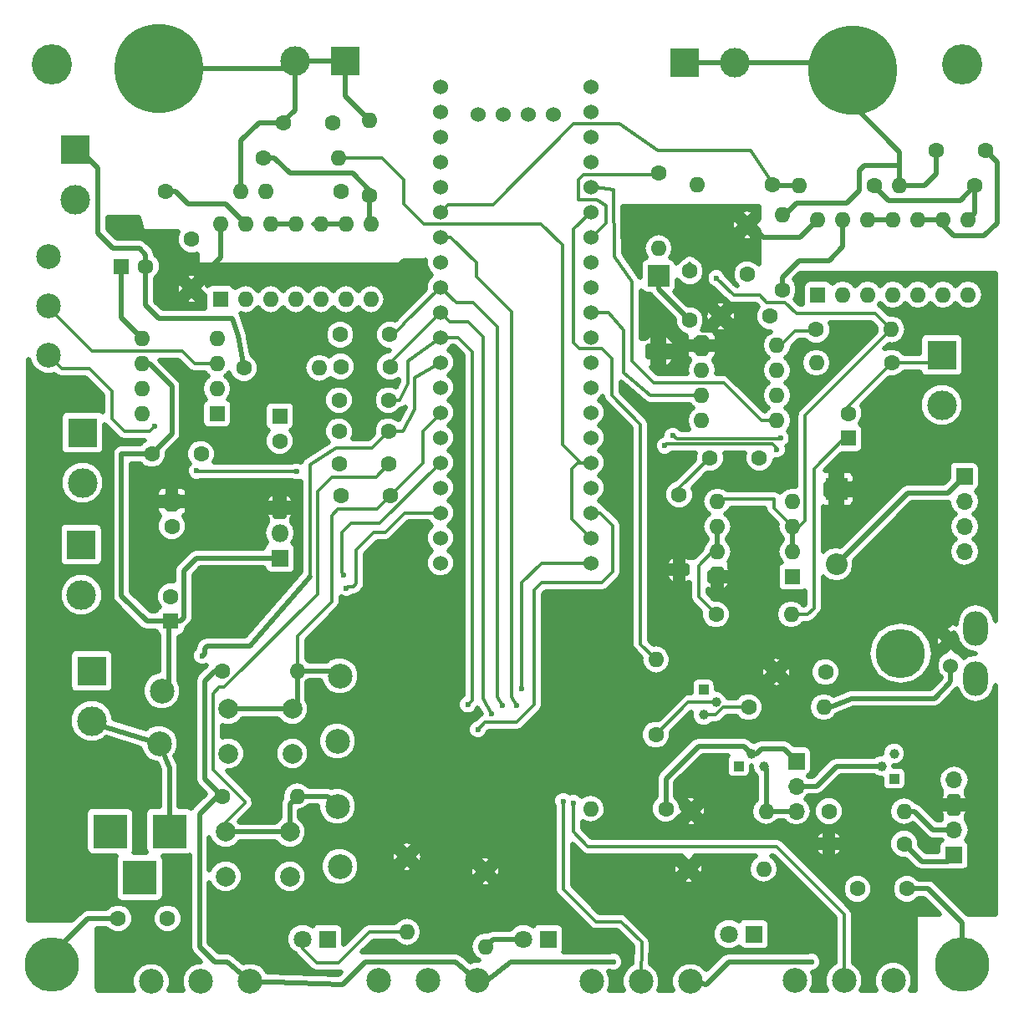
<source format=gbr>
G04 #@! TF.FileFunction,Copper,L2,Bot,Signal*
%FSLAX46Y46*%
G04 Gerber Fmt 4.6, Leading zero omitted, Abs format (unit mm)*
G04 Created by KiCad (PCBNEW 4.0.7) date 09/16/18 11:34:21*
%MOMM*%
%LPD*%
G01*
G04 APERTURE LIST*
%ADD10C,0.100000*%
%ADD11R,1.600000X1.600000*%
%ADD12O,1.600000X1.600000*%
%ADD13C,1.600000*%
%ADD14R,1.800000X1.800000*%
%ADD15C,1.800000*%
%ADD16R,2.200000X2.200000*%
%ADD17O,2.200000X2.200000*%
%ADD18R,3.500000X3.500000*%
%ADD19R,3.000000X3.000000*%
%ADD20C,3.000000*%
%ADD21C,2.500000*%
%ADD22C,9.000000*%
%ADD23C,4.064000*%
%ADD24C,5.500000*%
%ADD25R,1.700000X1.700000*%
%ADD26O,1.700000X1.700000*%
%ADD27O,2.500000X3.500000*%
%ADD28C,1.524000*%
%ADD29O,5.000000X5.000000*%
%ADD30C,1.000000*%
%ADD31R,1.000000X1.000000*%
%ADD32C,2.000000*%
%ADD33O,1.800000X1.800000*%
%ADD34C,0.600000*%
%ADD35C,0.350000*%
%ADD36C,0.500000*%
G04 APERTURE END LIST*
D10*
D11*
X128651000Y-106807000D03*
D12*
X121031000Y-99187000D03*
X128651000Y-104267000D03*
X121031000Y-101727000D03*
X128651000Y-101727000D03*
X121031000Y-104267000D03*
X128651000Y-99187000D03*
X121031000Y-106807000D03*
D13*
X82931000Y-67792600D03*
D12*
X75311000Y-67792600D03*
D13*
X87833200Y-82270600D03*
X82833200Y-82270600D03*
X63754000Y-94361000D03*
X68754000Y-94361000D03*
X87884000Y-85521800D03*
X82884000Y-85521800D03*
X125285500Y-94742000D03*
X120285500Y-94742000D03*
D11*
X65686940Y-111312960D03*
D13*
X65686940Y-108812960D03*
D11*
X76708000Y-90551000D03*
D13*
X76708000Y-93051000D03*
X87731600Y-88925400D03*
X82731600Y-88925400D03*
X148209000Y-63665100D03*
X143209000Y-63665100D03*
X82092800Y-60807600D03*
X77092800Y-60807600D03*
D11*
X65786000Y-99187000D03*
D13*
X65786000Y-101687000D03*
X87731600Y-92075000D03*
X82731600Y-92075000D03*
D11*
X60642500Y-75374500D03*
D13*
X63142500Y-75374500D03*
D11*
X134302500Y-92773500D03*
D13*
X134302500Y-90273500D03*
X87782400Y-95402400D03*
X82782400Y-95402400D03*
X87909400Y-98602800D03*
X82909400Y-98602800D03*
X127000000Y-116459000D03*
X132000000Y-116459000D03*
X67792600Y-77622400D03*
X67792600Y-72622400D03*
X121373900Y-80416400D03*
X126373900Y-80416400D03*
X118237000Y-80848200D03*
X118237000Y-75848200D03*
D14*
X124714000Y-143002000D03*
D15*
X122174000Y-143002000D03*
D14*
X81534000Y-143510000D03*
D15*
X78994000Y-143510000D03*
D14*
X103886000Y-143510000D03*
D15*
X101346000Y-143510000D03*
D16*
X115062000Y-76327000D03*
D17*
X115062000Y-83947000D03*
D16*
X133096000Y-97917000D03*
D17*
X133096000Y-105537000D03*
D18*
X65532000Y-132588000D03*
X59532000Y-132588000D03*
X62532000Y-137288000D03*
D19*
X57658000Y-116332000D03*
D20*
X57658000Y-121412000D03*
D21*
X64516000Y-123698000D03*
X64770000Y-118364000D03*
D22*
X64465200Y-55295800D03*
X134696200Y-55473600D03*
D21*
X82804000Y-136144000D03*
D23*
X53594000Y-54864000D03*
X145796000Y-54864000D03*
D21*
X82550000Y-130048000D03*
D24*
X145796000Y-146050000D03*
X53594000Y-146050000D03*
D21*
X82550000Y-123444000D03*
X82804000Y-116840000D03*
D25*
X129032000Y-125476000D03*
D26*
X129032000Y-128016000D03*
X129032000Y-130556000D03*
D27*
X147213320Y-112014000D03*
D28*
X144673320Y-115824000D03*
X144673320Y-113284000D03*
D27*
X147213320Y-117094000D03*
D29*
X139593320Y-114554000D03*
D30*
X124460000Y-124714000D03*
X125730000Y-125984000D03*
D31*
X123190000Y-125984000D03*
D30*
X120904000Y-119507000D03*
X119634000Y-120777000D03*
D31*
X119634000Y-118237000D03*
D30*
X137668000Y-125984000D03*
X138938000Y-124714000D03*
D31*
X138938000Y-127254000D03*
D13*
X127635000Y-77724000D03*
D12*
X127635000Y-70104000D03*
D13*
X65151000Y-67792600D03*
D12*
X72771000Y-67792600D03*
D13*
X117157500Y-98488500D03*
D12*
X117157500Y-106108500D03*
D13*
X118110000Y-136398000D03*
D12*
X125730000Y-136398000D03*
D13*
X73088500Y-85661500D03*
D12*
X80708500Y-85661500D03*
D13*
X147129500Y-67221100D03*
D12*
X139509500Y-67221100D03*
D13*
X85826600Y-68224400D03*
D12*
X85826600Y-60604400D03*
D13*
X70866000Y-129032000D03*
D12*
X78486000Y-129032000D03*
D13*
X70866000Y-116332000D03*
D12*
X78486000Y-116332000D03*
D13*
X89585800Y-135178800D03*
D12*
X89585800Y-142798800D03*
D13*
X97536000Y-136652000D03*
D12*
X97536000Y-144272000D03*
D13*
X115824000Y-130302000D03*
D12*
X108204000Y-130302000D03*
D13*
X114808000Y-122809000D03*
D12*
X114808000Y-115189000D03*
D13*
X118364000Y-130556000D03*
D12*
X125984000Y-130556000D03*
D13*
X124206000Y-120015000D03*
D12*
X131826000Y-120015000D03*
D13*
X132334000Y-130556000D03*
D12*
X139954000Y-130556000D03*
D13*
X139954000Y-133858000D03*
D12*
X132334000Y-133858000D03*
D21*
X133861800Y-147690840D03*
X128861800Y-147690840D03*
X138861800Y-147690840D03*
X113297960Y-147802600D03*
X108297960Y-147802600D03*
X118297960Y-147802600D03*
X91728280Y-147690840D03*
X86728280Y-147690840D03*
X96728280Y-147690840D03*
X68705720Y-147802600D03*
X63705720Y-147802600D03*
X73705720Y-147802600D03*
D32*
X77724000Y-132660000D03*
X77724000Y-137160000D03*
X71224000Y-132660000D03*
X71224000Y-137160000D03*
X77978000Y-120214000D03*
X77978000Y-124714000D03*
X71478000Y-120214000D03*
X71478000Y-124714000D03*
D11*
X70688200Y-78689200D03*
D12*
X85928200Y-71069200D03*
X73228200Y-78689200D03*
X83388200Y-71069200D03*
X75768200Y-78689200D03*
X80848200Y-71069200D03*
X78308200Y-78689200D03*
X78308200Y-71069200D03*
X80848200Y-78689200D03*
X75768200Y-71069200D03*
X83388200Y-78689200D03*
X73228200Y-71069200D03*
X85928200Y-78689200D03*
X70688200Y-71069200D03*
D11*
X119443500Y-83375500D03*
D12*
X127063500Y-90995500D03*
X119443500Y-85915500D03*
X127063500Y-88455500D03*
X119443500Y-88455500D03*
X127063500Y-85915500D03*
X119443500Y-90995500D03*
X127063500Y-83375500D03*
D14*
X76708000Y-104902000D03*
D33*
X76708000Y-102362000D03*
X76708000Y-99822000D03*
D11*
X70358000Y-90297000D03*
D12*
X62738000Y-82677000D03*
X70358000Y-87757000D03*
X62738000Y-85217000D03*
X70358000Y-85217000D03*
X62738000Y-87757000D03*
X70358000Y-82677000D03*
X62738000Y-90297000D03*
D28*
X92964000Y-57150000D03*
X92964000Y-59690000D03*
X92964000Y-62230000D03*
X92964000Y-64770000D03*
X92964000Y-67310000D03*
X92964000Y-69850000D03*
X92964000Y-72390000D03*
X92964000Y-74930000D03*
X92964000Y-77470000D03*
X92964000Y-80010000D03*
X92964000Y-82550000D03*
X92964000Y-85090000D03*
X92964000Y-87630000D03*
X92964000Y-90170000D03*
X92964000Y-92710000D03*
X92964000Y-95250000D03*
X92964000Y-97790000D03*
X92964000Y-100330000D03*
X92964000Y-102870000D03*
X92964000Y-105410000D03*
X108204000Y-57150000D03*
X108204000Y-59690000D03*
X108204000Y-62230000D03*
X108204000Y-64770000D03*
X108204000Y-67310000D03*
X108204000Y-69850000D03*
X108204000Y-72390000D03*
X108204000Y-74930000D03*
X108204000Y-77470000D03*
X108204000Y-80010000D03*
X108204000Y-82550000D03*
X108204000Y-85090000D03*
X108204000Y-87630000D03*
X108204000Y-90170000D03*
X108204000Y-92710000D03*
X108204000Y-95250000D03*
X108204000Y-97790000D03*
X108204000Y-100330000D03*
X108204000Y-102870000D03*
X104394000Y-59990000D03*
X101854000Y-59990000D03*
X99314000Y-59990000D03*
X96774000Y-59990000D03*
X108204000Y-105410000D03*
D13*
X136961880Y-67223640D03*
D12*
X129341880Y-67223640D03*
D13*
X126568200Y-67111880D03*
D12*
X118948200Y-67111880D03*
D13*
X75057000Y-64363600D03*
D12*
X82677000Y-64363600D03*
D19*
X117683280Y-54762400D03*
D20*
X122763280Y-54762400D03*
D19*
X83312000Y-54584600D03*
D20*
X78232000Y-54584600D03*
D19*
X56007000Y-63500000D03*
D20*
X56007000Y-68580000D03*
D19*
X143764000Y-84328000D03*
D20*
X143764000Y-89408000D03*
D25*
X146062700Y-96634300D03*
D26*
X146062700Y-99174300D03*
X146062700Y-101714300D03*
X146062700Y-104254300D03*
D25*
X145000000Y-135000000D03*
D26*
X145000000Y-132460000D03*
X145000000Y-129920000D03*
X145000000Y-127380000D03*
D13*
X138684000Y-85115400D03*
D12*
X131064000Y-85115400D03*
D21*
X53276500Y-79391500D03*
X53276500Y-74391500D03*
X53276500Y-84391500D03*
D19*
X56718200Y-92202000D03*
D20*
X56718200Y-97282000D03*
D19*
X56616600Y-103555800D03*
D20*
X56616600Y-108635800D03*
D11*
X131216400Y-78232000D03*
D12*
X146456400Y-70612000D03*
X133756400Y-78232000D03*
X143916400Y-70612000D03*
X136296400Y-78232000D03*
X141376400Y-70612000D03*
X138836400Y-78232000D03*
X138836400Y-70612000D03*
X141376400Y-78232000D03*
X136296400Y-70612000D03*
X143916400Y-78232000D03*
X133756400Y-70612000D03*
X146456400Y-78232000D03*
X131216400Y-70612000D03*
D13*
X124053600Y-71170800D03*
X124053600Y-76170800D03*
X135229600Y-138414760D03*
X140229600Y-138414760D03*
X65341500Y-141427200D03*
X60341500Y-141427200D03*
X131025900Y-81762600D03*
D12*
X138645900Y-81762600D03*
D13*
X115062000Y-65913000D03*
D12*
X115062000Y-73533000D03*
D13*
X120904000Y-110617000D03*
D12*
X128524000Y-110617000D03*
D34*
X98171000Y-120700800D03*
X105410000Y-129540000D03*
X120929400Y-76555600D03*
X95758000Y-119761000D03*
X68834000Y-114808000D03*
X101193600Y-118135400D03*
X96774000Y-122275600D03*
X83439000Y-107950000D03*
X110490000Y-145796000D03*
X130556000Y-145796000D03*
X100685600Y-119837200D03*
X116509800Y-92506800D03*
X127457200Y-92760800D03*
X115722400Y-93522800D03*
X127050800Y-93903800D03*
X64008000Y-91567000D03*
X78460600Y-96139000D03*
X68313300Y-96088200D03*
X83210400Y-106629200D03*
X99263200Y-119862600D03*
X106426000Y-129717800D03*
D35*
X126568200Y-67111880D02*
X126568200Y-66941700D01*
X126568200Y-66941700D02*
X124414280Y-63614300D01*
X93726000Y-69088000D02*
X92964000Y-69850000D01*
X98298000Y-69088000D02*
X93726000Y-69088000D01*
X106489500Y-60896500D02*
X98298000Y-69088000D01*
X111125000Y-60896500D02*
X106489500Y-60896500D01*
X115016280Y-63614300D02*
X111125000Y-60896500D01*
X124414280Y-63614300D02*
X115016280Y-63614300D01*
D36*
X129341880Y-67223640D02*
X126679960Y-67223640D01*
X126679960Y-67223640D02*
X126568200Y-67111880D01*
X118237000Y-75848200D02*
X118237000Y-75163680D01*
X62738000Y-85217000D02*
X63500000Y-85217000D01*
X63500000Y-85217000D02*
X65786000Y-87503000D01*
X65786000Y-87503000D02*
X65786000Y-92329000D01*
X65786000Y-92329000D02*
X63754000Y-94361000D01*
X60685680Y-94361000D02*
X63754000Y-94361000D01*
X60685680Y-94361000D02*
X60685680Y-108742480D01*
X63256160Y-111312960D02*
X65686940Y-111312960D01*
X60685680Y-108742480D02*
X63256160Y-111312960D01*
X65481200Y-111288200D02*
X66638800Y-111288200D01*
X66638800Y-111288200D02*
X67005200Y-110921800D01*
X67005200Y-110921800D02*
X67005200Y-106197400D01*
X68300600Y-104902000D02*
X67005200Y-106197400D01*
X76708000Y-104902000D02*
X68300600Y-104902000D01*
X64770000Y-118364000D02*
X64770000Y-118186200D01*
X64770000Y-118186200D02*
X65481200Y-117475000D01*
X65481200Y-117475000D02*
X65481200Y-111288200D01*
D35*
X97282000Y-101473000D02*
X97282000Y-82524600D01*
X93954600Y-81000600D02*
X92964000Y-80010000D01*
X95758000Y-81000600D02*
X93954600Y-81000600D01*
X97282000Y-82524600D02*
X95758000Y-81000600D01*
X87884000Y-85521800D02*
X87884000Y-85090000D01*
X87884000Y-85090000D02*
X92964000Y-80010000D01*
X113297960Y-147802600D02*
X113364000Y-143844000D01*
X97282000Y-119126000D02*
X97282000Y-101473000D01*
X98171000Y-120700800D02*
X97282000Y-119126000D01*
X105410000Y-138430000D02*
X105410000Y-129540000D01*
X108712000Y-141732000D02*
X105410000Y-138430000D01*
X111252000Y-141732000D02*
X108712000Y-141732000D01*
X113364000Y-143844000D02*
X111252000Y-141732000D01*
X117157500Y-98488500D02*
X117157500Y-97870000D01*
X117157500Y-97870000D02*
X120285500Y-94742000D01*
X122885200Y-78308200D02*
X125298200Y-78308200D01*
X120929400Y-76555600D02*
X122682000Y-78308200D01*
X122682000Y-78308200D02*
X122885200Y-78308200D01*
X137020300Y-80137000D02*
X138645900Y-81762600D01*
X129032000Y-80137000D02*
X137020300Y-80137000D01*
X127889000Y-78994000D02*
X129032000Y-80137000D01*
X125984000Y-78994000D02*
X127889000Y-78994000D01*
X125298200Y-78308200D02*
X125984000Y-78994000D01*
X128651000Y-101727000D02*
X129320198Y-101727000D01*
X129320198Y-101727000D02*
X129921000Y-101126198D01*
X129921000Y-90487500D02*
X138645900Y-81762600D01*
X129921000Y-101126198D02*
X129921000Y-90487500D01*
X126746000Y-98933000D02*
X121285000Y-98933000D01*
X121285000Y-98933000D02*
X121031000Y-99187000D01*
X126746000Y-99822000D02*
X128651000Y-101727000D01*
X126746000Y-98933000D02*
X126746000Y-99822000D01*
D36*
X128651000Y-104267000D02*
X128651000Y-101727000D01*
X121107200Y-99263200D02*
X121031000Y-99187000D01*
D35*
X138684000Y-85115400D02*
X142976600Y-85115400D01*
X142976600Y-85115400D02*
X143764000Y-84328000D01*
X134302500Y-90273500D02*
X134302500Y-89496900D01*
X134302500Y-89496900D02*
X138684000Y-85115400D01*
X94767400Y-82550000D02*
X92964000Y-82550000D01*
X96215200Y-83997800D02*
X94767400Y-82550000D01*
X96215200Y-119303800D02*
X96215200Y-83997800D01*
X95758000Y-119761000D02*
X96215200Y-119303800D01*
X87731600Y-88925400D02*
X88849200Y-88925400D01*
X89712800Y-84988400D02*
X92964000Y-82550000D01*
X89712800Y-87249000D02*
X89712800Y-84988400D01*
X88849200Y-88925400D02*
X89712800Y-87249000D01*
D36*
X143916400Y-70612000D02*
X141376400Y-70612000D01*
X143916400Y-70612000D02*
X143916400Y-71183500D01*
X143916400Y-71183500D02*
X145008600Y-72275700D01*
X145008600Y-72275700D02*
X148056600Y-72275700D01*
X148056600Y-72275700D02*
X149352000Y-70980300D01*
X149352000Y-70980300D02*
X149352000Y-64808100D01*
X149352000Y-64808100D02*
X148209000Y-63665100D01*
X122763280Y-54762400D02*
X133985000Y-54762400D01*
X133985000Y-54762400D02*
X134696200Y-55473600D01*
X127635000Y-70104000D02*
X127889000Y-70104000D01*
X127889000Y-70104000D02*
X129032000Y-68961000D01*
X129032000Y-68961000D02*
X134112000Y-68961000D01*
X134112000Y-68961000D02*
X135382000Y-67691000D01*
X135382000Y-67691000D02*
X135382000Y-65659000D01*
X135382000Y-65659000D02*
X135890000Y-65151000D01*
X135890000Y-65151000D02*
X139509500Y-65151000D01*
X133985000Y-54762400D02*
X134696200Y-55473600D01*
X122763280Y-54762400D02*
X117683280Y-54762400D01*
X139509500Y-67221100D02*
X139509500Y-65151000D01*
X139509500Y-65151000D02*
X139509500Y-63766700D01*
X139509500Y-63766700D02*
X134696200Y-58953400D01*
X134696200Y-58953400D02*
X134696200Y-55473600D01*
X139509500Y-67221100D02*
X141986000Y-67221100D01*
X143209000Y-65998100D02*
X143209000Y-63665100D01*
X141986000Y-67221100D02*
X143209000Y-65998100D01*
X123652280Y-55651400D02*
X122763280Y-54762400D01*
X83388200Y-71069200D02*
X80086200Y-71069200D01*
X80086200Y-71069200D02*
X80848200Y-71069200D01*
X78232000Y-54584600D02*
X83312000Y-54584600D01*
X64465200Y-55295800D02*
X77520800Y-55295800D01*
X77520800Y-55295800D02*
X78232000Y-54584600D01*
X77092800Y-60807600D02*
X77092800Y-60702200D01*
X77092800Y-60702200D02*
X78232000Y-59563000D01*
X78232000Y-59563000D02*
X78232000Y-54584600D01*
X83312000Y-54584600D02*
X83312000Y-58089800D01*
X83312000Y-58089800D02*
X85826600Y-60604400D01*
X77092800Y-60807600D02*
X74599800Y-60807600D01*
X72771000Y-62636400D02*
X72771000Y-67792600D01*
X74599800Y-60807600D02*
X72771000Y-62636400D01*
X65354200Y-54406800D02*
X64465200Y-55295800D01*
X67792600Y-77622400D02*
X67792600Y-77368400D01*
X67792600Y-77368400D02*
X70688200Y-74472800D01*
X70688200Y-74472800D02*
X70688200Y-71069200D01*
X124053600Y-71170800D02*
X124424440Y-71170800D01*
X124424440Y-71170800D02*
X125646180Y-72392540D01*
X125646180Y-72392540D02*
X129435860Y-72392540D01*
X129435860Y-72392540D02*
X131216400Y-70612000D01*
D35*
X79756000Y-106768900D02*
X79756000Y-95465900D01*
X86055200Y-93751400D02*
X87731600Y-92075000D01*
X82397600Y-93751400D02*
X86055200Y-93751400D01*
X79756000Y-95465900D02*
X82397600Y-93751400D01*
X87731600Y-92075000D02*
X89204800Y-92075000D01*
X89204800Y-92075000D02*
X90373200Y-89839800D01*
X90373200Y-89839800D02*
X90373200Y-86614000D01*
X90373200Y-86614000D02*
X92964000Y-85090000D01*
D36*
X69342000Y-113792000D02*
X73660000Y-113792000D01*
X73660000Y-113792000D02*
X79756000Y-106768900D01*
X68834000Y-114808000D02*
X69088000Y-114554000D01*
X69088000Y-114554000D02*
X69088000Y-114046000D01*
X69088000Y-114046000D02*
X69342000Y-113792000D01*
X60642500Y-75374500D02*
X60642500Y-80581500D01*
X60642500Y-80581500D02*
X62738000Y-82677000D01*
X56007000Y-63500000D02*
X56388000Y-63500000D01*
X56388000Y-63500000D02*
X58293000Y-65405000D01*
X58293000Y-65405000D02*
X58293000Y-72009000D01*
X58293000Y-72009000D02*
X59817000Y-73533000D01*
X59817000Y-73533000D02*
X62484000Y-73533000D01*
X62484000Y-73533000D02*
X63142500Y-74191500D01*
X63142500Y-74191500D02*
X63142500Y-75374500D01*
X63142500Y-75374500D02*
X63142500Y-79322300D01*
X72517000Y-82423000D02*
X73088500Y-85661500D01*
X71882000Y-80645000D02*
X72517000Y-82423000D01*
X64465200Y-80645000D02*
X71882000Y-80645000D01*
X63142500Y-79322300D02*
X64465200Y-80645000D01*
D35*
X128524000Y-110617000D02*
X130175000Y-110617000D01*
X130810000Y-95885000D02*
X133921500Y-92773500D01*
X130810000Y-109982000D02*
X130810000Y-95885000D01*
X130175000Y-110617000D02*
X130810000Y-109982000D01*
X133921500Y-92773500D02*
X134302500Y-92773500D01*
X133794500Y-92773500D02*
X134302500Y-92773500D01*
X71224000Y-132660000D02*
X71224000Y-131671200D01*
X71224000Y-131671200D02*
X73152000Y-129743200D01*
X86487000Y-96697800D02*
X87782400Y-95402400D01*
X82016600Y-96697800D02*
X86487000Y-96697800D01*
X80543400Y-98171000D02*
X82016600Y-96697800D01*
X80543400Y-108559600D02*
X80543400Y-98171000D01*
X71094600Y-118008400D02*
X80543400Y-108559600D01*
X70586600Y-118008400D02*
X71094600Y-118008400D01*
X69951600Y-118643400D02*
X70586600Y-118008400D01*
X69951600Y-126339600D02*
X69951600Y-118643400D01*
X73152000Y-129540000D02*
X69951600Y-126339600D01*
X73152000Y-129743200D02*
X73152000Y-129540000D01*
D36*
X71224000Y-132660000D02*
X71810000Y-132660000D01*
X78486000Y-129032000D02*
X81534000Y-129032000D01*
X81534000Y-129032000D02*
X82550000Y-130048000D01*
X77724000Y-132660000D02*
X77724000Y-129794000D01*
X77724000Y-129794000D02*
X78486000Y-129032000D01*
X71224000Y-132660000D02*
X77724000Y-132660000D01*
D35*
X92964000Y-90170000D02*
X92964000Y-90271600D01*
X92964000Y-90271600D02*
X91186000Y-92049600D01*
X91186000Y-92049600D02*
X91186000Y-95326200D01*
X91186000Y-95326200D02*
X87909400Y-98602800D01*
X78486000Y-116332000D02*
X78486000Y-112826800D01*
X86537800Y-99974400D02*
X87909400Y-98602800D01*
X82600800Y-99974400D02*
X86537800Y-99974400D01*
X81965800Y-100609400D02*
X82600800Y-99974400D01*
X81965800Y-109347000D02*
X81965800Y-100609400D01*
X78486000Y-112826800D02*
X81965800Y-109347000D01*
D36*
X78486000Y-116332000D02*
X82296000Y-116332000D01*
X82296000Y-116332000D02*
X82804000Y-116840000D01*
X77978000Y-120214000D02*
X71478000Y-120214000D01*
X78486000Y-116332000D02*
X78486000Y-119706000D01*
X78486000Y-119706000D02*
X77978000Y-120214000D01*
X115062000Y-76327000D02*
X115062000Y-77673200D01*
X115062000Y-77673200D02*
X118237000Y-80848200D01*
D35*
X101193600Y-118135400D02*
X101244400Y-118084600D01*
X101244400Y-118084600D02*
X101244400Y-107416600D01*
X101244400Y-107416600D02*
X103251000Y-105410000D01*
X103251000Y-105410000D02*
X108204000Y-105410000D01*
X78994000Y-143510000D02*
X78994000Y-144475200D01*
X85801200Y-142798800D02*
X89585800Y-142798800D01*
X82651600Y-145948400D02*
X85801200Y-142798800D01*
X80467200Y-145948400D02*
X82651600Y-145948400D01*
X78994000Y-144475200D02*
X80467200Y-145948400D01*
X96774000Y-122275600D02*
X97510600Y-121539000D01*
X97510600Y-121539000D02*
X100736400Y-121539000D01*
X100736400Y-121539000D02*
X102489000Y-119786400D01*
X102489000Y-119786400D02*
X102489000Y-108178600D01*
X102489000Y-108178600D02*
X103276400Y-107391200D01*
X103276400Y-107391200D02*
X109372400Y-107391200D01*
X109372400Y-107391200D02*
X110464600Y-106299000D01*
X110464600Y-106299000D02*
X110464600Y-101650800D01*
X110464600Y-101650800D02*
X109143800Y-100330000D01*
X109143800Y-100330000D02*
X108204000Y-100330000D01*
D36*
X101346000Y-143510000D02*
X98298000Y-143510000D01*
X98298000Y-143510000D02*
X97536000Y-144272000D01*
X133096000Y-105537000D02*
X140335000Y-98298000D01*
X144399000Y-98298000D02*
X146062700Y-96634300D01*
X140335000Y-98298000D02*
X144399000Y-98298000D01*
X64516000Y-123698000D02*
X57912000Y-121666000D01*
X57912000Y-121666000D02*
X57658000Y-121412000D01*
X65532000Y-132588000D02*
X65532000Y-126161800D01*
X65532000Y-126161800D02*
X64516000Y-123698000D01*
X124460000Y-124714000D02*
X124968000Y-124714000D01*
X127762000Y-124206000D02*
X129032000Y-125476000D01*
X125476000Y-124206000D02*
X127762000Y-124206000D01*
X124968000Y-124714000D02*
X125476000Y-124206000D01*
X115824000Y-130302000D02*
X115824000Y-127254000D01*
X123698000Y-123952000D02*
X124460000Y-124714000D01*
X119126000Y-123952000D02*
X123698000Y-123952000D01*
X115824000Y-127254000D02*
X119126000Y-123952000D01*
X129032000Y-128016000D02*
X131064000Y-128016000D01*
X133096000Y-125984000D02*
X137668000Y-125984000D01*
X131064000Y-128016000D02*
X133096000Y-125984000D01*
X129032000Y-130556000D02*
X125984000Y-130556000D01*
X125984000Y-130556000D02*
X125984000Y-126238000D01*
X125984000Y-126238000D02*
X125730000Y-125984000D01*
X144673320Y-115824000D02*
X144673320Y-117403880D01*
X144561560Y-117515640D02*
X144561560Y-117566440D01*
X144673320Y-117403880D02*
X144561560Y-117515640D01*
X131826000Y-120015000D02*
X131826000Y-120269000D01*
X131826000Y-120269000D02*
X134620000Y-119126000D01*
X143002000Y-119126000D02*
X144561560Y-117566440D01*
X134620000Y-119126000D02*
X143002000Y-119126000D01*
D35*
X120904000Y-119507000D02*
X120700800Y-119507000D01*
X120700800Y-119507000D02*
X120675400Y-119532400D01*
X120675400Y-119532400D02*
X118084600Y-119532400D01*
X118084600Y-119532400D02*
X114808000Y-122809000D01*
X119634000Y-120777000D02*
X120878600Y-120777000D01*
X121640600Y-120015000D02*
X124206000Y-120015000D01*
X120878600Y-120777000D02*
X121640600Y-120015000D01*
D36*
X127635000Y-77724000D02*
X127635000Y-76454000D01*
X133756400Y-73380600D02*
X133756400Y-70612000D01*
X132334000Y-74803000D02*
X133756400Y-73380600D01*
X129286000Y-74803000D02*
X132334000Y-74803000D01*
X127635000Y-76454000D02*
X129286000Y-74803000D01*
X65151000Y-67792600D02*
X66116200Y-67792600D01*
X71221600Y-69062600D02*
X73228200Y-71069200D01*
X67386200Y-69062600D02*
X71221600Y-69062600D01*
X66116200Y-67792600D02*
X67386200Y-69062600D01*
D35*
X108204000Y-95250000D02*
X106908600Y-95250000D01*
X106273600Y-100939600D02*
X108204000Y-102870000D01*
X106273600Y-95885000D02*
X106273600Y-100939600D01*
X106908600Y-95250000D02*
X106273600Y-95885000D01*
X108204000Y-95250000D02*
X107188000Y-95250000D01*
X87096600Y-64363600D02*
X82677000Y-64363600D01*
X89281000Y-66548000D02*
X87096600Y-64363600D01*
X89281000Y-69024500D02*
X89281000Y-66548000D01*
X91313000Y-71056500D02*
X89281000Y-69024500D01*
X103187500Y-71056500D02*
X91313000Y-71056500D01*
X105346500Y-73215500D02*
X103187500Y-71056500D01*
X105346500Y-93408500D02*
X105346500Y-73215500D01*
X107188000Y-95250000D02*
X105346500Y-93408500D01*
X89382600Y-100330000D02*
X92964000Y-100330000D01*
X87376000Y-102336600D02*
X89382600Y-100330000D01*
X86258400Y-102336600D02*
X87376000Y-102336600D01*
X84480400Y-104114600D02*
X86258400Y-102336600D01*
X84480400Y-107518200D02*
X84480400Y-104114600D01*
X84175600Y-107823000D02*
X84480400Y-107518200D01*
X83566000Y-107823000D02*
X84175600Y-107823000D01*
X83439000Y-107950000D02*
X83566000Y-107823000D01*
D36*
X96728280Y-147690840D02*
X97744280Y-147690840D01*
X97744280Y-147690840D02*
X100076000Y-145796000D01*
X100076000Y-145796000D02*
X110490000Y-145796000D01*
X118297960Y-147802600D02*
X119888000Y-148082000D01*
X122174000Y-145796000D02*
X130556000Y-145796000D01*
X119888000Y-148082000D02*
X122174000Y-145796000D01*
X118297960Y-147294600D02*
X118297960Y-147802600D01*
X73705720Y-147802600D02*
X83058000Y-148082000D01*
X94488000Y-145796000D02*
X96728280Y-147690840D01*
X85344000Y-145796000D02*
X94488000Y-145796000D01*
X83058000Y-148082000D02*
X85344000Y-145796000D01*
X70866000Y-129032000D02*
X70358000Y-129032000D01*
X70358000Y-129032000D02*
X68580000Y-130810000D01*
X71374000Y-145796000D02*
X73705720Y-147802600D01*
X70104000Y-145796000D02*
X71374000Y-145796000D01*
X68580000Y-144272000D02*
X70104000Y-145796000D01*
X68580000Y-130810000D02*
X68580000Y-144272000D01*
X70866000Y-116332000D02*
X70104000Y-116332000D01*
X70104000Y-116332000D02*
X69088000Y-117348000D01*
X69088000Y-117348000D02*
X69088000Y-127254000D01*
X69088000Y-127254000D02*
X70866000Y-129032000D01*
D35*
X94030800Y-72390000D02*
X92964000Y-72390000D01*
X96596200Y-74955400D02*
X94030800Y-72390000D01*
X96596200Y-76377800D02*
X96596200Y-74955400D01*
X100203000Y-79984600D02*
X96596200Y-76377800D01*
X100203000Y-119024400D02*
X100203000Y-79984600D01*
X100685600Y-119837200D02*
X100203000Y-119024400D01*
X110337600Y-85763100D02*
X110337600Y-84696300D01*
X106451400Y-71602600D02*
X108204000Y-69850000D01*
X106451400Y-83134200D02*
X106451400Y-71602600D01*
X107022900Y-83705700D02*
X106451400Y-83134200D01*
X109347000Y-83705700D02*
X107022900Y-83705700D01*
X110337600Y-84696300D02*
X109347000Y-83705700D01*
X110337600Y-85763100D02*
X110337600Y-88468200D01*
X110337600Y-88468200D02*
X113258600Y-91389200D01*
X113258600Y-91389200D02*
X113258600Y-113639600D01*
X113258600Y-113639600D02*
X114808000Y-115189000D01*
D36*
X139954000Y-130556000D02*
X140970000Y-130556000D01*
X142874000Y-132460000D02*
X145000000Y-132460000D01*
X140970000Y-130556000D02*
X142874000Y-132460000D01*
X139954000Y-133858000D02*
X141732000Y-135636000D01*
X141732000Y-135636000D02*
X144364000Y-135636000D01*
X144364000Y-135636000D02*
X145000000Y-135000000D01*
D35*
X108204000Y-67310000D02*
X108712000Y-67310000D01*
X108712000Y-67310000D02*
X110498626Y-67644992D01*
X110498626Y-67644992D02*
X110617000Y-74358500D01*
X110617000Y-74358500D02*
X112395000Y-76898500D01*
X112395000Y-76898500D02*
X112395000Y-84963000D01*
X112395000Y-84963000D02*
X114617500Y-87185500D01*
X114617500Y-87185500D02*
X121666000Y-87185500D01*
X121666000Y-87185500D02*
X125476000Y-90995500D01*
X125476000Y-90995500D02*
X127063500Y-90995500D01*
X108204000Y-80010000D02*
X110045500Y-80010000D01*
X114236500Y-88455500D02*
X119443500Y-88455500D01*
X111569500Y-86106000D02*
X114236500Y-88455500D01*
X111569500Y-81851500D02*
X111569500Y-86106000D01*
X110045500Y-80010000D02*
X111569500Y-81851500D01*
X116509800Y-92506800D02*
X116941600Y-92811600D01*
X116941600Y-92811600D02*
X127406400Y-92811600D01*
X127406400Y-92811600D02*
X127457200Y-92760800D01*
X115722400Y-93522800D02*
X115883598Y-93361602D01*
X115883598Y-93361602D02*
X126644400Y-93361602D01*
X126644400Y-93361602D02*
X127050800Y-93768002D01*
X127050800Y-93768002D02*
X127050800Y-93903800D01*
D36*
X136961880Y-67223640D02*
X136961880Y-67276980D01*
X136961880Y-67276980D02*
X138417300Y-68732400D01*
X138417300Y-68732400D02*
X145618200Y-68732400D01*
X145618200Y-68732400D02*
X147129500Y-67221100D01*
X147129500Y-67221100D02*
X147129500Y-69938900D01*
X147129500Y-69938900D02*
X146456400Y-70612000D01*
X85826600Y-68224400D02*
X85826600Y-70967600D01*
X85826600Y-70967600D02*
X85928200Y-71069200D01*
X75057000Y-64363600D02*
X76149200Y-64363600D01*
X84099400Y-65938400D02*
X85826600Y-67665600D01*
X77724000Y-65938400D02*
X84099400Y-65938400D01*
X76149200Y-64363600D02*
X77724000Y-65938400D01*
X85826600Y-67665600D02*
X85826600Y-68224400D01*
X78308200Y-71069200D02*
X75768200Y-71069200D01*
D35*
X54610000Y-85725000D02*
X53276500Y-84391500D01*
X57404000Y-85725000D02*
X54610000Y-85725000D01*
X59690000Y-88011000D02*
X57404000Y-85725000D01*
X59690000Y-90805000D02*
X59690000Y-88011000D01*
X60960000Y-92075000D02*
X59690000Y-90805000D01*
X63500000Y-92075000D02*
X60960000Y-92075000D01*
X64008000Y-91567000D02*
X63500000Y-92075000D01*
X53276500Y-79391500D02*
X53276500Y-79565500D01*
X53276500Y-79565500D02*
X57658000Y-83947000D01*
X68072000Y-85217000D02*
X70358000Y-85217000D01*
X66802000Y-83947000D02*
X68072000Y-85217000D01*
X57658000Y-83947000D02*
X66802000Y-83947000D01*
X53293000Y-79375000D02*
X53276500Y-79391500D01*
X68364100Y-96139000D02*
X78460600Y-96139000D01*
X68313300Y-96088200D02*
X68364100Y-96139000D01*
X83210400Y-106629200D02*
X82981800Y-106400600D01*
X82981800Y-106400600D02*
X82981800Y-102311200D01*
X82981800Y-102311200D02*
X83921600Y-101371400D01*
X83921600Y-101371400D02*
X86842600Y-101371400D01*
X86842600Y-101371400D02*
X92964000Y-95250000D01*
X133861800Y-147690840D02*
X133861800Y-140973800D01*
X94564200Y-79070200D02*
X92964000Y-77470000D01*
X96291400Y-79070200D02*
X94564200Y-79070200D01*
X98729800Y-81508600D02*
X96291400Y-79070200D01*
X98729800Y-118999000D02*
X98729800Y-81508600D01*
X99263200Y-119862600D02*
X98729800Y-118999000D01*
X106426000Y-132664200D02*
X106426000Y-129717800D01*
X107924600Y-134162800D02*
X106426000Y-132664200D01*
X127050800Y-134162800D02*
X107924600Y-134162800D01*
X133861800Y-140973800D02*
X127050800Y-134162800D01*
X87833200Y-82270600D02*
X88239600Y-82270600D01*
X88239600Y-82270600D02*
X89306400Y-81203800D01*
X89306400Y-81127600D02*
X92964000Y-77470000D01*
X89306400Y-81203800D02*
X89306400Y-81127600D01*
X133861800Y-147690840D02*
X133684000Y-146638000D01*
D36*
X138836400Y-70612000D02*
X136296400Y-70612000D01*
X140229600Y-138414760D02*
X142382240Y-138414760D01*
X145796000Y-141828520D02*
X145796000Y-146050000D01*
X142382240Y-138414760D02*
X145796000Y-141828520D01*
X60341500Y-141427200D02*
X57264300Y-141427200D01*
X57264300Y-141427200D02*
X53594000Y-145097500D01*
X53594000Y-145097500D02*
X53594000Y-146050000D01*
D35*
X127063500Y-83375500D02*
X127479480Y-83375500D01*
X127479480Y-83375500D02*
X128930400Y-81924580D01*
X128930400Y-81924580D02*
X130863920Y-81924580D01*
X130863920Y-81924580D02*
X131025900Y-81762600D01*
X108204000Y-72390000D02*
X108331000Y-72390000D01*
X108331000Y-72390000D02*
X109728000Y-70993000D01*
X109728000Y-70993000D02*
X109728000Y-69215000D01*
X109728000Y-69215000D02*
X108839000Y-68580000D01*
X108839000Y-68580000D02*
X106934000Y-68580000D01*
X106934000Y-68580000D02*
X106934000Y-68326000D01*
X106934000Y-68326000D02*
X106934000Y-66548000D01*
X106934000Y-66548000D02*
X107442000Y-66040000D01*
X107442000Y-66040000D02*
X114935000Y-66040000D01*
X114935000Y-66040000D02*
X115062000Y-65913000D01*
X121031000Y-104267000D02*
X120523000Y-104267000D01*
X120523000Y-104267000D02*
X119126000Y-105664000D01*
X119126000Y-108839000D02*
X120904000Y-110617000D01*
X119126000Y-105664000D02*
X119126000Y-108839000D01*
X121031000Y-104267000D02*
X121437400Y-104267000D01*
D36*
X121031000Y-101727000D02*
X121031000Y-104267000D01*
G36*
X62791039Y-71646536D02*
X62835072Y-71735470D01*
X62910237Y-71800265D01*
X63032640Y-71832280D01*
X66442371Y-71832280D01*
X66242870Y-72312733D01*
X66242332Y-72929361D01*
X66477808Y-73499257D01*
X66913449Y-73935660D01*
X67482933Y-74172130D01*
X68099561Y-74172668D01*
X68314760Y-74083750D01*
X68314760Y-74935080D01*
X68334456Y-75032344D01*
X68390442Y-75114282D01*
X68473896Y-75167983D01*
X68564760Y-75185080D01*
X88737440Y-75185080D01*
X88834704Y-75165384D01*
X88914217Y-75111857D01*
X89232154Y-74793920D01*
X91297760Y-74793920D01*
X91395024Y-74774224D01*
X91452169Y-74735178D01*
X91451738Y-75229436D01*
X91681441Y-75785360D01*
X92095708Y-76200351D01*
X91682936Y-76612402D01*
X91452263Y-77167925D01*
X91451821Y-77674031D01*
X88652326Y-80473526D01*
X88498883Y-80703169D01*
X88381919Y-80820133D01*
X88142867Y-80720870D01*
X87526239Y-80720332D01*
X86956343Y-80955808D01*
X86519940Y-81391449D01*
X86283470Y-81960933D01*
X86282932Y-82577561D01*
X86518408Y-83147457D01*
X86954049Y-83583860D01*
X87523533Y-83820330D01*
X87845241Y-83820611D01*
X87694218Y-83971634D01*
X87577039Y-83971532D01*
X87007143Y-84207008D01*
X86570740Y-84642649D01*
X86334270Y-85212133D01*
X86333732Y-85828761D01*
X86569208Y-86398657D01*
X87004849Y-86835060D01*
X87574333Y-87071530D01*
X88190961Y-87072068D01*
X88760857Y-86836592D01*
X88787800Y-86809696D01*
X88787800Y-87024745D01*
X88507326Y-87569194D01*
X88041267Y-87375670D01*
X87424639Y-87375132D01*
X86854743Y-87610608D01*
X86418340Y-88046249D01*
X86181870Y-88615733D01*
X86181332Y-89232361D01*
X86416808Y-89802257D01*
X86852449Y-90238660D01*
X87421933Y-90475130D01*
X88038561Y-90475668D01*
X88608457Y-90240192D01*
X89031674Y-89817714D01*
X89131118Y-89806393D01*
X89165090Y-89787566D01*
X89203182Y-89779989D01*
X89321905Y-89700661D01*
X89434918Y-89638031D01*
X88766150Y-90917411D01*
X88610751Y-90761740D01*
X88041267Y-90525270D01*
X87424639Y-90524732D01*
X86854743Y-90760208D01*
X86418340Y-91195849D01*
X86181870Y-91765333D01*
X86181389Y-92317063D01*
X85672052Y-92826400D01*
X84097907Y-92826400D01*
X84281330Y-92384667D01*
X84281868Y-91768039D01*
X84046392Y-91198143D01*
X83610751Y-90761740D01*
X83041267Y-90525270D01*
X82424639Y-90524732D01*
X81854743Y-90760208D01*
X81418340Y-91195849D01*
X81181870Y-91765333D01*
X81181332Y-92381961D01*
X81416808Y-92951857D01*
X81618751Y-93154153D01*
X79252410Y-94689999D01*
X79182757Y-94757816D01*
X79101926Y-94811826D01*
X79054710Y-94882489D01*
X78993819Y-94941776D01*
X78955421Y-95031087D01*
X78901411Y-95111918D01*
X78887962Y-95179532D01*
X78670374Y-95089182D01*
X78252658Y-95088818D01*
X77949695Y-95214000D01*
X70078119Y-95214000D01*
X70303730Y-94670667D01*
X70304268Y-94054039D01*
X70068792Y-93484143D01*
X69633151Y-93047740D01*
X69063667Y-92811270D01*
X68447039Y-92810732D01*
X67877143Y-93046208D01*
X67440740Y-93481849D01*
X67204270Y-94051333D01*
X67203732Y-94667961D01*
X67439208Y-95237857D01*
X67558848Y-95357706D01*
X67423672Y-95492646D01*
X67263482Y-95878426D01*
X67263118Y-96296142D01*
X67422634Y-96682200D01*
X67717746Y-96977828D01*
X68103526Y-97138018D01*
X68521242Y-97138382D01*
X68701260Y-97064000D01*
X77950231Y-97064000D01*
X78250826Y-97188818D01*
X78668542Y-97189182D01*
X78831000Y-97122056D01*
X78831000Y-106309030D01*
X73203829Y-112792000D01*
X69342000Y-112792000D01*
X68959317Y-112868120D01*
X68693101Y-113046000D01*
X68634893Y-113084893D01*
X68380893Y-113338893D01*
X68164120Y-113663316D01*
X68164120Y-113663317D01*
X68088000Y-114046000D01*
X68088000Y-114069069D01*
X67944372Y-114212446D01*
X67784182Y-114598226D01*
X67783818Y-115015942D01*
X67943334Y-115402000D01*
X68238446Y-115697628D01*
X68624226Y-115857818D01*
X69041942Y-115858182D01*
X69249270Y-115772516D01*
X68380893Y-116640893D01*
X68164120Y-116965316D01*
X68159991Y-116986074D01*
X68088000Y-117348000D01*
X68088000Y-127254000D01*
X68164120Y-127636684D01*
X68380893Y-127961107D01*
X69197786Y-128778000D01*
X67872893Y-130102893D01*
X67766867Y-130261571D01*
X67579508Y-130133554D01*
X67282000Y-130073307D01*
X66532000Y-130073307D01*
X66532000Y-126161800D01*
X66494113Y-125971328D01*
X66456481Y-125780571D01*
X66107776Y-124934962D01*
X66210529Y-124832388D01*
X66515652Y-124097570D01*
X66516346Y-123301921D01*
X66212506Y-122566571D01*
X65650388Y-122003471D01*
X64915570Y-121698348D01*
X64119921Y-121697654D01*
X63384571Y-122001494D01*
X63153240Y-122232422D01*
X59908156Y-121233935D01*
X59908390Y-120966411D01*
X59566569Y-120139142D01*
X58934187Y-119505655D01*
X58107516Y-119162392D01*
X57212411Y-119161610D01*
X56385142Y-119503431D01*
X55751655Y-120135813D01*
X55408392Y-120962484D01*
X55407610Y-121857589D01*
X55749431Y-122684858D01*
X56381813Y-123318345D01*
X57208484Y-123661608D01*
X58103589Y-123662390D01*
X58930858Y-123320569D01*
X59156600Y-123095221D01*
X62532079Y-124133830D01*
X62819494Y-124829429D01*
X63381612Y-125392529D01*
X64116430Y-125697652D01*
X64258961Y-125697776D01*
X64532000Y-126359895D01*
X64532000Y-130073307D01*
X63782000Y-130073307D01*
X63504067Y-130125604D01*
X63248802Y-130289862D01*
X63077554Y-130540492D01*
X63017307Y-130838000D01*
X63017307Y-134338000D01*
X63069604Y-134615933D01*
X63170871Y-134773307D01*
X61892292Y-134773307D01*
X61986446Y-134635508D01*
X62046693Y-134338000D01*
X62046693Y-130838000D01*
X61994396Y-130560067D01*
X61830138Y-130304802D01*
X61579508Y-130133554D01*
X61282000Y-130073307D01*
X57782000Y-130073307D01*
X57504067Y-130125604D01*
X57248802Y-130289862D01*
X57077554Y-130540492D01*
X57017307Y-130838000D01*
X57017307Y-134338000D01*
X57069604Y-134615933D01*
X57233862Y-134871198D01*
X57484492Y-135042446D01*
X57782000Y-135102693D01*
X60171708Y-135102693D01*
X60077554Y-135240492D01*
X60017307Y-135538000D01*
X60017307Y-139038000D01*
X60069604Y-139315933D01*
X60233862Y-139571198D01*
X60484492Y-139742446D01*
X60782000Y-139802693D01*
X64282000Y-139802693D01*
X64559933Y-139750396D01*
X64815198Y-139586138D01*
X64986446Y-139335508D01*
X65046693Y-139038000D01*
X65046693Y-135538000D01*
X64994396Y-135260067D01*
X64893129Y-135102693D01*
X67282000Y-135102693D01*
X67559933Y-135050396D01*
X67580000Y-135037483D01*
X67580000Y-144272000D01*
X67656120Y-144654684D01*
X67872893Y-144979107D01*
X68696378Y-145802591D01*
X68309641Y-145802254D01*
X67574291Y-146106094D01*
X67011191Y-146668212D01*
X66706068Y-147403030D01*
X66705374Y-148198679D01*
X66923291Y-148726080D01*
X65487826Y-148726080D01*
X65705372Y-148202170D01*
X65706066Y-147406521D01*
X65402226Y-146671171D01*
X64840108Y-146108071D01*
X64105290Y-145802948D01*
X63309641Y-145802254D01*
X62574291Y-146106094D01*
X62011191Y-146668212D01*
X61706068Y-147403030D01*
X61705374Y-148198679D01*
X61923291Y-148726080D01*
X58305997Y-148726080D01*
X58301566Y-148690779D01*
X58212800Y-148342723D01*
X58212800Y-142427200D01*
X59149636Y-142427200D01*
X59462349Y-142740460D01*
X60031833Y-142976930D01*
X60648461Y-142977468D01*
X61218357Y-142741992D01*
X61654760Y-142306351D01*
X61891230Y-141736867D01*
X61891232Y-141734161D01*
X63791232Y-141734161D01*
X64026708Y-142304057D01*
X64462349Y-142740460D01*
X65031833Y-142976930D01*
X65648461Y-142977468D01*
X66218357Y-142741992D01*
X66654760Y-142306351D01*
X66891230Y-141736867D01*
X66891768Y-141120239D01*
X66656292Y-140550343D01*
X66220651Y-140113940D01*
X65651167Y-139877470D01*
X65034539Y-139876932D01*
X64464643Y-140112408D01*
X64028240Y-140548049D01*
X63791770Y-141117533D01*
X63791232Y-141734161D01*
X61891232Y-141734161D01*
X61891768Y-141120239D01*
X61656292Y-140550343D01*
X61220651Y-140113940D01*
X60651167Y-139877470D01*
X60034539Y-139876932D01*
X59464643Y-140112408D01*
X59149300Y-140427200D01*
X57264300Y-140427200D01*
X56881616Y-140503320D01*
X56557193Y-140720093D01*
X55642886Y-141634400D01*
X51278600Y-141634400D01*
X51278600Y-114832000D01*
X55393307Y-114832000D01*
X55393307Y-117832000D01*
X55445604Y-118109933D01*
X55609862Y-118365198D01*
X55860492Y-118536446D01*
X56158000Y-118596693D01*
X59158000Y-118596693D01*
X59435933Y-118544396D01*
X59691198Y-118380138D01*
X59862446Y-118129508D01*
X59922693Y-117832000D01*
X59922693Y-114832000D01*
X59870396Y-114554067D01*
X59706138Y-114298802D01*
X59455508Y-114127554D01*
X59158000Y-114067307D01*
X56158000Y-114067307D01*
X55880067Y-114119604D01*
X55624802Y-114283862D01*
X55453554Y-114534492D01*
X55393307Y-114832000D01*
X51278600Y-114832000D01*
X51278600Y-109081389D01*
X54366210Y-109081389D01*
X54708031Y-109908658D01*
X55340413Y-110542145D01*
X56167084Y-110885408D01*
X57062189Y-110886190D01*
X57889458Y-110544369D01*
X58522945Y-109911987D01*
X58866208Y-109085316D01*
X58866990Y-108190211D01*
X58525169Y-107362942D01*
X57892787Y-106729455D01*
X57066116Y-106386192D01*
X56171011Y-106385410D01*
X55343742Y-106727231D01*
X54710255Y-107359613D01*
X54366992Y-108186284D01*
X54366210Y-109081389D01*
X51278600Y-109081389D01*
X51278600Y-102055800D01*
X54351907Y-102055800D01*
X54351907Y-105055800D01*
X54404204Y-105333733D01*
X54568462Y-105588998D01*
X54819092Y-105760246D01*
X55116600Y-105820493D01*
X58116600Y-105820493D01*
X58394533Y-105768196D01*
X58649798Y-105603938D01*
X58821046Y-105353308D01*
X58881293Y-105055800D01*
X58881293Y-102055800D01*
X58828996Y-101777867D01*
X58664738Y-101522602D01*
X58414108Y-101351354D01*
X58116600Y-101291107D01*
X55116600Y-101291107D01*
X54838667Y-101343404D01*
X54583402Y-101507662D01*
X54412154Y-101758292D01*
X54351907Y-102055800D01*
X51278600Y-102055800D01*
X51278600Y-97727589D01*
X54467810Y-97727589D01*
X54809631Y-98554858D01*
X55442013Y-99188345D01*
X56268684Y-99531608D01*
X57163789Y-99532390D01*
X57991058Y-99190569D01*
X58624545Y-98558187D01*
X58967808Y-97731516D01*
X58968590Y-96836411D01*
X58626769Y-96009142D01*
X57994387Y-95375655D01*
X57167716Y-95032392D01*
X56272611Y-95031610D01*
X55445342Y-95373431D01*
X54811855Y-96005813D01*
X54468592Y-96832484D01*
X54467810Y-97727589D01*
X51278600Y-97727589D01*
X51278600Y-84793499D01*
X51579994Y-85522929D01*
X52142112Y-86086029D01*
X52876930Y-86391152D01*
X53672579Y-86391846D01*
X53882118Y-86305266D01*
X53955926Y-86379074D01*
X54256018Y-86579589D01*
X54610000Y-86650000D01*
X57020852Y-86650000D01*
X58765000Y-88394148D01*
X58765000Y-90167888D01*
X58515708Y-89997554D01*
X58218200Y-89937307D01*
X55218200Y-89937307D01*
X54940267Y-89989604D01*
X54685002Y-90153862D01*
X54513754Y-90404492D01*
X54453507Y-90702000D01*
X54453507Y-93702000D01*
X54505804Y-93979933D01*
X54670062Y-94235198D01*
X54920692Y-94406446D01*
X55218200Y-94466693D01*
X58218200Y-94466693D01*
X58496133Y-94414396D01*
X58751398Y-94250138D01*
X58922646Y-93999508D01*
X58982893Y-93702000D01*
X58982893Y-91379705D01*
X59035926Y-91459074D01*
X60305926Y-92729074D01*
X60606017Y-92929589D01*
X60960000Y-93000000D01*
X62988975Y-93000000D01*
X62877143Y-93046208D01*
X62561800Y-93361000D01*
X60685680Y-93361000D01*
X60302997Y-93437120D01*
X59978573Y-93653893D01*
X59761800Y-93978317D01*
X59685680Y-94361000D01*
X59685680Y-108742480D01*
X59761800Y-109125164D01*
X59978573Y-109449587D01*
X62549053Y-112020067D01*
X62873476Y-112236840D01*
X63256160Y-112312961D01*
X63256165Y-112312960D01*
X64159880Y-112312960D01*
X64174544Y-112390893D01*
X64338802Y-112646158D01*
X64481200Y-112743454D01*
X64481200Y-116363748D01*
X64373921Y-116363654D01*
X63638571Y-116667494D01*
X63075471Y-117229612D01*
X62770348Y-117964430D01*
X62769654Y-118760079D01*
X63073494Y-119495429D01*
X63635612Y-120058529D01*
X64370430Y-120363652D01*
X65166079Y-120364346D01*
X65901429Y-120060506D01*
X66464529Y-119498388D01*
X66769652Y-118763570D01*
X66770346Y-117967921D01*
X66481200Y-117268133D01*
X66481200Y-112877653D01*
X66486940Y-112877653D01*
X66764873Y-112825356D01*
X67020138Y-112661098D01*
X67191386Y-112410468D01*
X67251633Y-112112960D01*
X67251633Y-112058299D01*
X67345907Y-111995307D01*
X67712307Y-111628907D01*
X67929080Y-111304484D01*
X68005200Y-110921800D01*
X68005200Y-106611614D01*
X68714814Y-105902000D01*
X75062123Y-105902000D01*
X75095604Y-106079933D01*
X75259862Y-106335198D01*
X75510492Y-106506446D01*
X75808000Y-106566693D01*
X77608000Y-106566693D01*
X77885933Y-106514396D01*
X78141198Y-106350138D01*
X78312446Y-106099508D01*
X78372693Y-105802000D01*
X78372693Y-104002000D01*
X78320396Y-103724067D01*
X78156138Y-103468802D01*
X78005252Y-103365706D01*
X78232401Y-103025753D01*
X78358000Y-102394325D01*
X78358000Y-102329675D01*
X78232401Y-101698247D01*
X77958002Y-101287580D01*
X77958002Y-100868136D01*
X78213754Y-100516097D01*
X78114296Y-100272000D01*
X77158000Y-100272000D01*
X77158000Y-100722000D01*
X76920781Y-100722000D01*
X76708000Y-100679675D01*
X76495219Y-100722000D01*
X76258000Y-100722000D01*
X76258000Y-100272000D01*
X75301704Y-100272000D01*
X75202246Y-100516097D01*
X75457998Y-100868136D01*
X75457998Y-101287580D01*
X75183599Y-101698247D01*
X75058000Y-102329675D01*
X75058000Y-102394325D01*
X75183599Y-103025753D01*
X75411065Y-103366179D01*
X75274802Y-103453862D01*
X75103554Y-103704492D01*
X75063558Y-103902000D01*
X68300600Y-103902000D01*
X67917917Y-103978120D01*
X67917915Y-103978121D01*
X67917916Y-103978121D01*
X67593493Y-104194893D01*
X66298093Y-105490293D01*
X66081320Y-105814716D01*
X66024672Y-106099508D01*
X66005200Y-106197400D01*
X66005200Y-107266798D01*
X65996607Y-107263230D01*
X65379979Y-107262692D01*
X64810083Y-107498168D01*
X64373680Y-107933809D01*
X64137210Y-108503293D01*
X64136672Y-109119921D01*
X64372148Y-109689817D01*
X64532102Y-109850051D01*
X64353742Y-109964822D01*
X64182494Y-110215452D01*
X64162748Y-110312960D01*
X63670374Y-110312960D01*
X61685680Y-108328266D01*
X61685680Y-99776500D01*
X64228000Y-99776500D01*
X64228000Y-100137776D01*
X64343399Y-100416373D01*
X64535998Y-100608972D01*
X64535998Y-100744701D01*
X64472740Y-100807849D01*
X64236270Y-101377333D01*
X64235732Y-101993961D01*
X64471208Y-102563857D01*
X64906849Y-103000260D01*
X65476333Y-103236730D01*
X66092961Y-103237268D01*
X66662857Y-103001792D01*
X67099260Y-102566151D01*
X67335730Y-101996667D01*
X67336268Y-101380039D01*
X67100792Y-100810143D01*
X67035763Y-100745000D01*
X67036002Y-100745000D01*
X67036002Y-100608972D01*
X67228601Y-100416373D01*
X67344000Y-100137776D01*
X67344000Y-99776500D01*
X67154500Y-99587000D01*
X66186000Y-99587000D01*
X66186000Y-99987000D01*
X65386000Y-99987000D01*
X65386000Y-99587000D01*
X64417500Y-99587000D01*
X64228000Y-99776500D01*
X61685680Y-99776500D01*
X61685680Y-99127903D01*
X75202246Y-99127903D01*
X75301704Y-99372000D01*
X76258000Y-99372000D01*
X76258000Y-98424147D01*
X77158000Y-98424147D01*
X77158000Y-99372000D01*
X78114296Y-99372000D01*
X78213754Y-99127903D01*
X77833516Y-98604511D01*
X77402092Y-98316278D01*
X77158000Y-98424147D01*
X76258000Y-98424147D01*
X76013908Y-98316278D01*
X75582484Y-98604511D01*
X75202246Y-99127903D01*
X61685680Y-99127903D01*
X61685680Y-98236224D01*
X64228000Y-98236224D01*
X64228000Y-98597500D01*
X64417500Y-98787000D01*
X65386000Y-98787000D01*
X65386000Y-97818500D01*
X66186000Y-97818500D01*
X66186000Y-98787000D01*
X67154500Y-98787000D01*
X67344000Y-98597500D01*
X67344000Y-98236224D01*
X67228601Y-97957627D01*
X67015372Y-97744398D01*
X66736775Y-97629000D01*
X66375500Y-97629000D01*
X66186000Y-97818500D01*
X65386000Y-97818500D01*
X65196500Y-97629000D01*
X64835225Y-97629000D01*
X64556628Y-97744398D01*
X64343399Y-97957627D01*
X64228000Y-98236224D01*
X61685680Y-98236224D01*
X61685680Y-95361000D01*
X62562136Y-95361000D01*
X62874849Y-95674260D01*
X63444333Y-95910730D01*
X64060961Y-95911268D01*
X64630857Y-95675792D01*
X65067260Y-95240151D01*
X65303730Y-94670667D01*
X65304119Y-94225095D01*
X66493107Y-93036107D01*
X66709880Y-92711684D01*
X66786000Y-92329000D01*
X66786000Y-87503000D01*
X66709880Y-87120317D01*
X66493107Y-86795893D01*
X64569214Y-84872000D01*
X66418852Y-84872000D01*
X67417926Y-85871074D01*
X67718017Y-86071589D01*
X68072000Y-86142000D01*
X69117349Y-86142000D01*
X69231618Y-86313016D01*
X69492004Y-86487000D01*
X69231618Y-86660984D01*
X68895621Y-87163841D01*
X68777634Y-87757000D01*
X68895621Y-88350159D01*
X69214219Y-88826976D01*
X69024802Y-88948862D01*
X68853554Y-89199492D01*
X68793307Y-89497000D01*
X68793307Y-91097000D01*
X68845604Y-91374933D01*
X69009862Y-91630198D01*
X69260492Y-91801446D01*
X69558000Y-91861693D01*
X71158000Y-91861693D01*
X71435933Y-91809396D01*
X71691198Y-91645138D01*
X71862446Y-91394508D01*
X71922693Y-91097000D01*
X71922693Y-89751000D01*
X75143307Y-89751000D01*
X75143307Y-91351000D01*
X75195604Y-91628933D01*
X75359862Y-91884198D01*
X75551633Y-92015230D01*
X75394740Y-92171849D01*
X75158270Y-92741333D01*
X75157732Y-93357961D01*
X75393208Y-93927857D01*
X75828849Y-94364260D01*
X76398333Y-94600730D01*
X77014961Y-94601268D01*
X77584857Y-94365792D01*
X78021260Y-93930151D01*
X78257730Y-93360667D01*
X78258268Y-92744039D01*
X78022792Y-92174143D01*
X77862838Y-92013909D01*
X78041198Y-91899138D01*
X78212446Y-91648508D01*
X78272693Y-91351000D01*
X78272693Y-89751000D01*
X78220396Y-89473067D01*
X78065507Y-89232361D01*
X81181332Y-89232361D01*
X81416808Y-89802257D01*
X81852449Y-90238660D01*
X82421933Y-90475130D01*
X83038561Y-90475668D01*
X83608457Y-90240192D01*
X84044860Y-89804551D01*
X84281330Y-89235067D01*
X84281868Y-88618439D01*
X84046392Y-88048543D01*
X83610751Y-87612140D01*
X83041267Y-87375670D01*
X82424639Y-87375132D01*
X81854743Y-87610608D01*
X81418340Y-88046249D01*
X81181870Y-88615733D01*
X81181332Y-89232361D01*
X78065507Y-89232361D01*
X78056138Y-89217802D01*
X77805508Y-89046554D01*
X77508000Y-88986307D01*
X75908000Y-88986307D01*
X75630067Y-89038604D01*
X75374802Y-89202862D01*
X75203554Y-89453492D01*
X75143307Y-89751000D01*
X71922693Y-89751000D01*
X71922693Y-89497000D01*
X71870396Y-89219067D01*
X71706138Y-88963802D01*
X71503068Y-88825050D01*
X71820379Y-88350159D01*
X71938366Y-87757000D01*
X71820379Y-87163841D01*
X71484382Y-86660984D01*
X71223996Y-86487000D01*
X71484382Y-86313016D01*
X71605624Y-86131563D01*
X71773708Y-86538357D01*
X72209349Y-86974760D01*
X72778833Y-87211230D01*
X73395461Y-87211768D01*
X73965357Y-86976292D01*
X74401760Y-86540651D01*
X74638230Y-85971167D01*
X74638500Y-85661500D01*
X79128134Y-85661500D01*
X79246121Y-86254659D01*
X79582118Y-86757516D01*
X80084975Y-87093513D01*
X80678134Y-87211500D01*
X80738866Y-87211500D01*
X81332025Y-87093513D01*
X81834882Y-86757516D01*
X81871994Y-86701973D01*
X82004849Y-86835060D01*
X82574333Y-87071530D01*
X83190961Y-87072068D01*
X83760857Y-86836592D01*
X84197260Y-86400951D01*
X84433730Y-85831467D01*
X84434268Y-85214839D01*
X84198792Y-84644943D01*
X83763151Y-84208540D01*
X83193667Y-83972070D01*
X82577039Y-83971532D01*
X82007143Y-84207008D01*
X81722957Y-84490698D01*
X81332025Y-84229487D01*
X80738866Y-84111500D01*
X80678134Y-84111500D01*
X80084975Y-84229487D01*
X79582118Y-84565484D01*
X79246121Y-85068341D01*
X79128134Y-85661500D01*
X74638500Y-85661500D01*
X74638768Y-85354539D01*
X74403292Y-84784643D01*
X73967651Y-84348240D01*
X73864653Y-84305471D01*
X73559728Y-82577561D01*
X81282932Y-82577561D01*
X81518408Y-83147457D01*
X81954049Y-83583860D01*
X82523533Y-83820330D01*
X83140161Y-83820868D01*
X83710057Y-83585392D01*
X84146460Y-83149751D01*
X84382930Y-82580267D01*
X84383468Y-81963639D01*
X84147992Y-81393743D01*
X83712351Y-80957340D01*
X83142867Y-80720870D01*
X82526239Y-80720332D01*
X81956343Y-80955808D01*
X81519940Y-81391449D01*
X81283470Y-81960933D01*
X81282932Y-82577561D01*
X73559728Y-82577561D01*
X73501784Y-82249215D01*
X73471107Y-82170363D01*
X73458742Y-82086664D01*
X72823742Y-80308664D01*
X72810797Y-80287038D01*
X72805880Y-80262317D01*
X72746732Y-80173796D01*
X73228200Y-80269566D01*
X73821359Y-80151579D01*
X74324216Y-79815582D01*
X74498200Y-79555196D01*
X74672184Y-79815582D01*
X75175041Y-80151579D01*
X75768200Y-80269566D01*
X76361359Y-80151579D01*
X76864216Y-79815582D01*
X77038200Y-79555196D01*
X77212184Y-79815582D01*
X77715041Y-80151579D01*
X78308200Y-80269566D01*
X78901359Y-80151579D01*
X79404216Y-79815582D01*
X79578200Y-79555196D01*
X79752184Y-79815582D01*
X80255041Y-80151579D01*
X80848200Y-80269566D01*
X81441359Y-80151579D01*
X81944216Y-79815582D01*
X82118200Y-79555196D01*
X82292184Y-79815582D01*
X82795041Y-80151579D01*
X83388200Y-80269566D01*
X83981359Y-80151579D01*
X84484216Y-79815582D01*
X84658200Y-79555196D01*
X84832184Y-79815582D01*
X85335041Y-80151579D01*
X85928200Y-80269566D01*
X86521359Y-80151579D01*
X87024216Y-79815582D01*
X87360213Y-79312725D01*
X87478200Y-78719566D01*
X87478200Y-78658834D01*
X87360213Y-78065675D01*
X87024216Y-77562818D01*
X86521359Y-77226821D01*
X85928200Y-77108834D01*
X85335041Y-77226821D01*
X84832184Y-77562818D01*
X84658200Y-77823204D01*
X84484216Y-77562818D01*
X83981359Y-77226821D01*
X83388200Y-77108834D01*
X82795041Y-77226821D01*
X82292184Y-77562818D01*
X82118200Y-77823204D01*
X81944216Y-77562818D01*
X81441359Y-77226821D01*
X80848200Y-77108834D01*
X80255041Y-77226821D01*
X79752184Y-77562818D01*
X79578200Y-77823204D01*
X79404216Y-77562818D01*
X78901359Y-77226821D01*
X78308200Y-77108834D01*
X77715041Y-77226821D01*
X77212184Y-77562818D01*
X77038200Y-77823204D01*
X76864216Y-77562818D01*
X76361359Y-77226821D01*
X75768200Y-77108834D01*
X75175041Y-77226821D01*
X74672184Y-77562818D01*
X74498200Y-77823204D01*
X74324216Y-77562818D01*
X73821359Y-77226821D01*
X73228200Y-77108834D01*
X72635041Y-77226821D01*
X72158224Y-77545419D01*
X72036338Y-77356002D01*
X71785708Y-77184754D01*
X71488200Y-77124507D01*
X69888200Y-77124507D01*
X69610267Y-77176804D01*
X69355002Y-77341062D01*
X69336301Y-77368431D01*
X69271446Y-77042383D01*
X69023405Y-76957281D01*
X68358285Y-77622400D01*
X69023405Y-78287519D01*
X69123507Y-78253174D01*
X69123507Y-79489200D01*
X69152823Y-79645000D01*
X64879414Y-79645000D01*
X64142500Y-78908086D01*
X64142500Y-78853205D01*
X67127481Y-78853205D01*
X67212583Y-79101246D01*
X67822664Y-79210639D01*
X68372617Y-79101246D01*
X68457719Y-78853205D01*
X67792600Y-78188085D01*
X67127481Y-78853205D01*
X64142500Y-78853205D01*
X64142500Y-77652464D01*
X66204361Y-77652464D01*
X66313754Y-78202417D01*
X66561795Y-78287519D01*
X67226915Y-77622400D01*
X66561795Y-76957281D01*
X66313754Y-77042383D01*
X66204361Y-77652464D01*
X64142500Y-77652464D01*
X64142500Y-76566364D01*
X64317574Y-76391595D01*
X67127481Y-76391595D01*
X67792600Y-77056715D01*
X68457719Y-76391595D01*
X68372617Y-76143554D01*
X67762536Y-76034161D01*
X67212583Y-76143554D01*
X67127481Y-76391595D01*
X64317574Y-76391595D01*
X64455760Y-76253651D01*
X64692230Y-75684167D01*
X64692768Y-75067539D01*
X64457292Y-74497643D01*
X64140216Y-74180012D01*
X64066380Y-73808816D01*
X63849607Y-73484393D01*
X63191107Y-72825893D01*
X62866684Y-72609120D01*
X62484000Y-72533000D01*
X60231213Y-72533000D01*
X59293000Y-71594786D01*
X59293000Y-70399720D01*
X62459439Y-70399720D01*
X62791039Y-71646536D01*
X62791039Y-71646536D01*
G37*
X62791039Y-71646536D02*
X62835072Y-71735470D01*
X62910237Y-71800265D01*
X63032640Y-71832280D01*
X66442371Y-71832280D01*
X66242870Y-72312733D01*
X66242332Y-72929361D01*
X66477808Y-73499257D01*
X66913449Y-73935660D01*
X67482933Y-74172130D01*
X68099561Y-74172668D01*
X68314760Y-74083750D01*
X68314760Y-74935080D01*
X68334456Y-75032344D01*
X68390442Y-75114282D01*
X68473896Y-75167983D01*
X68564760Y-75185080D01*
X88737440Y-75185080D01*
X88834704Y-75165384D01*
X88914217Y-75111857D01*
X89232154Y-74793920D01*
X91297760Y-74793920D01*
X91395024Y-74774224D01*
X91452169Y-74735178D01*
X91451738Y-75229436D01*
X91681441Y-75785360D01*
X92095708Y-76200351D01*
X91682936Y-76612402D01*
X91452263Y-77167925D01*
X91451821Y-77674031D01*
X88652326Y-80473526D01*
X88498883Y-80703169D01*
X88381919Y-80820133D01*
X88142867Y-80720870D01*
X87526239Y-80720332D01*
X86956343Y-80955808D01*
X86519940Y-81391449D01*
X86283470Y-81960933D01*
X86282932Y-82577561D01*
X86518408Y-83147457D01*
X86954049Y-83583860D01*
X87523533Y-83820330D01*
X87845241Y-83820611D01*
X87694218Y-83971634D01*
X87577039Y-83971532D01*
X87007143Y-84207008D01*
X86570740Y-84642649D01*
X86334270Y-85212133D01*
X86333732Y-85828761D01*
X86569208Y-86398657D01*
X87004849Y-86835060D01*
X87574333Y-87071530D01*
X88190961Y-87072068D01*
X88760857Y-86836592D01*
X88787800Y-86809696D01*
X88787800Y-87024745D01*
X88507326Y-87569194D01*
X88041267Y-87375670D01*
X87424639Y-87375132D01*
X86854743Y-87610608D01*
X86418340Y-88046249D01*
X86181870Y-88615733D01*
X86181332Y-89232361D01*
X86416808Y-89802257D01*
X86852449Y-90238660D01*
X87421933Y-90475130D01*
X88038561Y-90475668D01*
X88608457Y-90240192D01*
X89031674Y-89817714D01*
X89131118Y-89806393D01*
X89165090Y-89787566D01*
X89203182Y-89779989D01*
X89321905Y-89700661D01*
X89434918Y-89638031D01*
X88766150Y-90917411D01*
X88610751Y-90761740D01*
X88041267Y-90525270D01*
X87424639Y-90524732D01*
X86854743Y-90760208D01*
X86418340Y-91195849D01*
X86181870Y-91765333D01*
X86181389Y-92317063D01*
X85672052Y-92826400D01*
X84097907Y-92826400D01*
X84281330Y-92384667D01*
X84281868Y-91768039D01*
X84046392Y-91198143D01*
X83610751Y-90761740D01*
X83041267Y-90525270D01*
X82424639Y-90524732D01*
X81854743Y-90760208D01*
X81418340Y-91195849D01*
X81181870Y-91765333D01*
X81181332Y-92381961D01*
X81416808Y-92951857D01*
X81618751Y-93154153D01*
X79252410Y-94689999D01*
X79182757Y-94757816D01*
X79101926Y-94811826D01*
X79054710Y-94882489D01*
X78993819Y-94941776D01*
X78955421Y-95031087D01*
X78901411Y-95111918D01*
X78887962Y-95179532D01*
X78670374Y-95089182D01*
X78252658Y-95088818D01*
X77949695Y-95214000D01*
X70078119Y-95214000D01*
X70303730Y-94670667D01*
X70304268Y-94054039D01*
X70068792Y-93484143D01*
X69633151Y-93047740D01*
X69063667Y-92811270D01*
X68447039Y-92810732D01*
X67877143Y-93046208D01*
X67440740Y-93481849D01*
X67204270Y-94051333D01*
X67203732Y-94667961D01*
X67439208Y-95237857D01*
X67558848Y-95357706D01*
X67423672Y-95492646D01*
X67263482Y-95878426D01*
X67263118Y-96296142D01*
X67422634Y-96682200D01*
X67717746Y-96977828D01*
X68103526Y-97138018D01*
X68521242Y-97138382D01*
X68701260Y-97064000D01*
X77950231Y-97064000D01*
X78250826Y-97188818D01*
X78668542Y-97189182D01*
X78831000Y-97122056D01*
X78831000Y-106309030D01*
X73203829Y-112792000D01*
X69342000Y-112792000D01*
X68959317Y-112868120D01*
X68693101Y-113046000D01*
X68634893Y-113084893D01*
X68380893Y-113338893D01*
X68164120Y-113663316D01*
X68164120Y-113663317D01*
X68088000Y-114046000D01*
X68088000Y-114069069D01*
X67944372Y-114212446D01*
X67784182Y-114598226D01*
X67783818Y-115015942D01*
X67943334Y-115402000D01*
X68238446Y-115697628D01*
X68624226Y-115857818D01*
X69041942Y-115858182D01*
X69249270Y-115772516D01*
X68380893Y-116640893D01*
X68164120Y-116965316D01*
X68159991Y-116986074D01*
X68088000Y-117348000D01*
X68088000Y-127254000D01*
X68164120Y-127636684D01*
X68380893Y-127961107D01*
X69197786Y-128778000D01*
X67872893Y-130102893D01*
X67766867Y-130261571D01*
X67579508Y-130133554D01*
X67282000Y-130073307D01*
X66532000Y-130073307D01*
X66532000Y-126161800D01*
X66494113Y-125971328D01*
X66456481Y-125780571D01*
X66107776Y-124934962D01*
X66210529Y-124832388D01*
X66515652Y-124097570D01*
X66516346Y-123301921D01*
X66212506Y-122566571D01*
X65650388Y-122003471D01*
X64915570Y-121698348D01*
X64119921Y-121697654D01*
X63384571Y-122001494D01*
X63153240Y-122232422D01*
X59908156Y-121233935D01*
X59908390Y-120966411D01*
X59566569Y-120139142D01*
X58934187Y-119505655D01*
X58107516Y-119162392D01*
X57212411Y-119161610D01*
X56385142Y-119503431D01*
X55751655Y-120135813D01*
X55408392Y-120962484D01*
X55407610Y-121857589D01*
X55749431Y-122684858D01*
X56381813Y-123318345D01*
X57208484Y-123661608D01*
X58103589Y-123662390D01*
X58930858Y-123320569D01*
X59156600Y-123095221D01*
X62532079Y-124133830D01*
X62819494Y-124829429D01*
X63381612Y-125392529D01*
X64116430Y-125697652D01*
X64258961Y-125697776D01*
X64532000Y-126359895D01*
X64532000Y-130073307D01*
X63782000Y-130073307D01*
X63504067Y-130125604D01*
X63248802Y-130289862D01*
X63077554Y-130540492D01*
X63017307Y-130838000D01*
X63017307Y-134338000D01*
X63069604Y-134615933D01*
X63170871Y-134773307D01*
X61892292Y-134773307D01*
X61986446Y-134635508D01*
X62046693Y-134338000D01*
X62046693Y-130838000D01*
X61994396Y-130560067D01*
X61830138Y-130304802D01*
X61579508Y-130133554D01*
X61282000Y-130073307D01*
X57782000Y-130073307D01*
X57504067Y-130125604D01*
X57248802Y-130289862D01*
X57077554Y-130540492D01*
X57017307Y-130838000D01*
X57017307Y-134338000D01*
X57069604Y-134615933D01*
X57233862Y-134871198D01*
X57484492Y-135042446D01*
X57782000Y-135102693D01*
X60171708Y-135102693D01*
X60077554Y-135240492D01*
X60017307Y-135538000D01*
X60017307Y-139038000D01*
X60069604Y-139315933D01*
X60233862Y-139571198D01*
X60484492Y-139742446D01*
X60782000Y-139802693D01*
X64282000Y-139802693D01*
X64559933Y-139750396D01*
X64815198Y-139586138D01*
X64986446Y-139335508D01*
X65046693Y-139038000D01*
X65046693Y-135538000D01*
X64994396Y-135260067D01*
X64893129Y-135102693D01*
X67282000Y-135102693D01*
X67559933Y-135050396D01*
X67580000Y-135037483D01*
X67580000Y-144272000D01*
X67656120Y-144654684D01*
X67872893Y-144979107D01*
X68696378Y-145802591D01*
X68309641Y-145802254D01*
X67574291Y-146106094D01*
X67011191Y-146668212D01*
X66706068Y-147403030D01*
X66705374Y-148198679D01*
X66923291Y-148726080D01*
X65487826Y-148726080D01*
X65705372Y-148202170D01*
X65706066Y-147406521D01*
X65402226Y-146671171D01*
X64840108Y-146108071D01*
X64105290Y-145802948D01*
X63309641Y-145802254D01*
X62574291Y-146106094D01*
X62011191Y-146668212D01*
X61706068Y-147403030D01*
X61705374Y-148198679D01*
X61923291Y-148726080D01*
X58305997Y-148726080D01*
X58301566Y-148690779D01*
X58212800Y-148342723D01*
X58212800Y-142427200D01*
X59149636Y-142427200D01*
X59462349Y-142740460D01*
X60031833Y-142976930D01*
X60648461Y-142977468D01*
X61218357Y-142741992D01*
X61654760Y-142306351D01*
X61891230Y-141736867D01*
X61891232Y-141734161D01*
X63791232Y-141734161D01*
X64026708Y-142304057D01*
X64462349Y-142740460D01*
X65031833Y-142976930D01*
X65648461Y-142977468D01*
X66218357Y-142741992D01*
X66654760Y-142306351D01*
X66891230Y-141736867D01*
X66891768Y-141120239D01*
X66656292Y-140550343D01*
X66220651Y-140113940D01*
X65651167Y-139877470D01*
X65034539Y-139876932D01*
X64464643Y-140112408D01*
X64028240Y-140548049D01*
X63791770Y-141117533D01*
X63791232Y-141734161D01*
X61891232Y-141734161D01*
X61891768Y-141120239D01*
X61656292Y-140550343D01*
X61220651Y-140113940D01*
X60651167Y-139877470D01*
X60034539Y-139876932D01*
X59464643Y-140112408D01*
X59149300Y-140427200D01*
X57264300Y-140427200D01*
X56881616Y-140503320D01*
X56557193Y-140720093D01*
X55642886Y-141634400D01*
X51278600Y-141634400D01*
X51278600Y-114832000D01*
X55393307Y-114832000D01*
X55393307Y-117832000D01*
X55445604Y-118109933D01*
X55609862Y-118365198D01*
X55860492Y-118536446D01*
X56158000Y-118596693D01*
X59158000Y-118596693D01*
X59435933Y-118544396D01*
X59691198Y-118380138D01*
X59862446Y-118129508D01*
X59922693Y-117832000D01*
X59922693Y-114832000D01*
X59870396Y-114554067D01*
X59706138Y-114298802D01*
X59455508Y-114127554D01*
X59158000Y-114067307D01*
X56158000Y-114067307D01*
X55880067Y-114119604D01*
X55624802Y-114283862D01*
X55453554Y-114534492D01*
X55393307Y-114832000D01*
X51278600Y-114832000D01*
X51278600Y-109081389D01*
X54366210Y-109081389D01*
X54708031Y-109908658D01*
X55340413Y-110542145D01*
X56167084Y-110885408D01*
X57062189Y-110886190D01*
X57889458Y-110544369D01*
X58522945Y-109911987D01*
X58866208Y-109085316D01*
X58866990Y-108190211D01*
X58525169Y-107362942D01*
X57892787Y-106729455D01*
X57066116Y-106386192D01*
X56171011Y-106385410D01*
X55343742Y-106727231D01*
X54710255Y-107359613D01*
X54366992Y-108186284D01*
X54366210Y-109081389D01*
X51278600Y-109081389D01*
X51278600Y-102055800D01*
X54351907Y-102055800D01*
X54351907Y-105055800D01*
X54404204Y-105333733D01*
X54568462Y-105588998D01*
X54819092Y-105760246D01*
X55116600Y-105820493D01*
X58116600Y-105820493D01*
X58394533Y-105768196D01*
X58649798Y-105603938D01*
X58821046Y-105353308D01*
X58881293Y-105055800D01*
X58881293Y-102055800D01*
X58828996Y-101777867D01*
X58664738Y-101522602D01*
X58414108Y-101351354D01*
X58116600Y-101291107D01*
X55116600Y-101291107D01*
X54838667Y-101343404D01*
X54583402Y-101507662D01*
X54412154Y-101758292D01*
X54351907Y-102055800D01*
X51278600Y-102055800D01*
X51278600Y-97727589D01*
X54467810Y-97727589D01*
X54809631Y-98554858D01*
X55442013Y-99188345D01*
X56268684Y-99531608D01*
X57163789Y-99532390D01*
X57991058Y-99190569D01*
X58624545Y-98558187D01*
X58967808Y-97731516D01*
X58968590Y-96836411D01*
X58626769Y-96009142D01*
X57994387Y-95375655D01*
X57167716Y-95032392D01*
X56272611Y-95031610D01*
X55445342Y-95373431D01*
X54811855Y-96005813D01*
X54468592Y-96832484D01*
X54467810Y-97727589D01*
X51278600Y-97727589D01*
X51278600Y-84793499D01*
X51579994Y-85522929D01*
X52142112Y-86086029D01*
X52876930Y-86391152D01*
X53672579Y-86391846D01*
X53882118Y-86305266D01*
X53955926Y-86379074D01*
X54256018Y-86579589D01*
X54610000Y-86650000D01*
X57020852Y-86650000D01*
X58765000Y-88394148D01*
X58765000Y-90167888D01*
X58515708Y-89997554D01*
X58218200Y-89937307D01*
X55218200Y-89937307D01*
X54940267Y-89989604D01*
X54685002Y-90153862D01*
X54513754Y-90404492D01*
X54453507Y-90702000D01*
X54453507Y-93702000D01*
X54505804Y-93979933D01*
X54670062Y-94235198D01*
X54920692Y-94406446D01*
X55218200Y-94466693D01*
X58218200Y-94466693D01*
X58496133Y-94414396D01*
X58751398Y-94250138D01*
X58922646Y-93999508D01*
X58982893Y-93702000D01*
X58982893Y-91379705D01*
X59035926Y-91459074D01*
X60305926Y-92729074D01*
X60606017Y-92929589D01*
X60960000Y-93000000D01*
X62988975Y-93000000D01*
X62877143Y-93046208D01*
X62561800Y-93361000D01*
X60685680Y-93361000D01*
X60302997Y-93437120D01*
X59978573Y-93653893D01*
X59761800Y-93978317D01*
X59685680Y-94361000D01*
X59685680Y-108742480D01*
X59761800Y-109125164D01*
X59978573Y-109449587D01*
X62549053Y-112020067D01*
X62873476Y-112236840D01*
X63256160Y-112312961D01*
X63256165Y-112312960D01*
X64159880Y-112312960D01*
X64174544Y-112390893D01*
X64338802Y-112646158D01*
X64481200Y-112743454D01*
X64481200Y-116363748D01*
X64373921Y-116363654D01*
X63638571Y-116667494D01*
X63075471Y-117229612D01*
X62770348Y-117964430D01*
X62769654Y-118760079D01*
X63073494Y-119495429D01*
X63635612Y-120058529D01*
X64370430Y-120363652D01*
X65166079Y-120364346D01*
X65901429Y-120060506D01*
X66464529Y-119498388D01*
X66769652Y-118763570D01*
X66770346Y-117967921D01*
X66481200Y-117268133D01*
X66481200Y-112877653D01*
X66486940Y-112877653D01*
X66764873Y-112825356D01*
X67020138Y-112661098D01*
X67191386Y-112410468D01*
X67251633Y-112112960D01*
X67251633Y-112058299D01*
X67345907Y-111995307D01*
X67712307Y-111628907D01*
X67929080Y-111304484D01*
X68005200Y-110921800D01*
X68005200Y-106611614D01*
X68714814Y-105902000D01*
X75062123Y-105902000D01*
X75095604Y-106079933D01*
X75259862Y-106335198D01*
X75510492Y-106506446D01*
X75808000Y-106566693D01*
X77608000Y-106566693D01*
X77885933Y-106514396D01*
X78141198Y-106350138D01*
X78312446Y-106099508D01*
X78372693Y-105802000D01*
X78372693Y-104002000D01*
X78320396Y-103724067D01*
X78156138Y-103468802D01*
X78005252Y-103365706D01*
X78232401Y-103025753D01*
X78358000Y-102394325D01*
X78358000Y-102329675D01*
X78232401Y-101698247D01*
X77958002Y-101287580D01*
X77958002Y-100868136D01*
X78213754Y-100516097D01*
X78114296Y-100272000D01*
X77158000Y-100272000D01*
X77158000Y-100722000D01*
X76920781Y-100722000D01*
X76708000Y-100679675D01*
X76495219Y-100722000D01*
X76258000Y-100722000D01*
X76258000Y-100272000D01*
X75301704Y-100272000D01*
X75202246Y-100516097D01*
X75457998Y-100868136D01*
X75457998Y-101287580D01*
X75183599Y-101698247D01*
X75058000Y-102329675D01*
X75058000Y-102394325D01*
X75183599Y-103025753D01*
X75411065Y-103366179D01*
X75274802Y-103453862D01*
X75103554Y-103704492D01*
X75063558Y-103902000D01*
X68300600Y-103902000D01*
X67917917Y-103978120D01*
X67917915Y-103978121D01*
X67917916Y-103978121D01*
X67593493Y-104194893D01*
X66298093Y-105490293D01*
X66081320Y-105814716D01*
X66024672Y-106099508D01*
X66005200Y-106197400D01*
X66005200Y-107266798D01*
X65996607Y-107263230D01*
X65379979Y-107262692D01*
X64810083Y-107498168D01*
X64373680Y-107933809D01*
X64137210Y-108503293D01*
X64136672Y-109119921D01*
X64372148Y-109689817D01*
X64532102Y-109850051D01*
X64353742Y-109964822D01*
X64182494Y-110215452D01*
X64162748Y-110312960D01*
X63670374Y-110312960D01*
X61685680Y-108328266D01*
X61685680Y-99776500D01*
X64228000Y-99776500D01*
X64228000Y-100137776D01*
X64343399Y-100416373D01*
X64535998Y-100608972D01*
X64535998Y-100744701D01*
X64472740Y-100807849D01*
X64236270Y-101377333D01*
X64235732Y-101993961D01*
X64471208Y-102563857D01*
X64906849Y-103000260D01*
X65476333Y-103236730D01*
X66092961Y-103237268D01*
X66662857Y-103001792D01*
X67099260Y-102566151D01*
X67335730Y-101996667D01*
X67336268Y-101380039D01*
X67100792Y-100810143D01*
X67035763Y-100745000D01*
X67036002Y-100745000D01*
X67036002Y-100608972D01*
X67228601Y-100416373D01*
X67344000Y-100137776D01*
X67344000Y-99776500D01*
X67154500Y-99587000D01*
X66186000Y-99587000D01*
X66186000Y-99987000D01*
X65386000Y-99987000D01*
X65386000Y-99587000D01*
X64417500Y-99587000D01*
X64228000Y-99776500D01*
X61685680Y-99776500D01*
X61685680Y-99127903D01*
X75202246Y-99127903D01*
X75301704Y-99372000D01*
X76258000Y-99372000D01*
X76258000Y-98424147D01*
X77158000Y-98424147D01*
X77158000Y-99372000D01*
X78114296Y-99372000D01*
X78213754Y-99127903D01*
X77833516Y-98604511D01*
X77402092Y-98316278D01*
X77158000Y-98424147D01*
X76258000Y-98424147D01*
X76013908Y-98316278D01*
X75582484Y-98604511D01*
X75202246Y-99127903D01*
X61685680Y-99127903D01*
X61685680Y-98236224D01*
X64228000Y-98236224D01*
X64228000Y-98597500D01*
X64417500Y-98787000D01*
X65386000Y-98787000D01*
X65386000Y-97818500D01*
X66186000Y-97818500D01*
X66186000Y-98787000D01*
X67154500Y-98787000D01*
X67344000Y-98597500D01*
X67344000Y-98236224D01*
X67228601Y-97957627D01*
X67015372Y-97744398D01*
X66736775Y-97629000D01*
X66375500Y-97629000D01*
X66186000Y-97818500D01*
X65386000Y-97818500D01*
X65196500Y-97629000D01*
X64835225Y-97629000D01*
X64556628Y-97744398D01*
X64343399Y-97957627D01*
X64228000Y-98236224D01*
X61685680Y-98236224D01*
X61685680Y-95361000D01*
X62562136Y-95361000D01*
X62874849Y-95674260D01*
X63444333Y-95910730D01*
X64060961Y-95911268D01*
X64630857Y-95675792D01*
X65067260Y-95240151D01*
X65303730Y-94670667D01*
X65304119Y-94225095D01*
X66493107Y-93036107D01*
X66709880Y-92711684D01*
X66786000Y-92329000D01*
X66786000Y-87503000D01*
X66709880Y-87120317D01*
X66493107Y-86795893D01*
X64569214Y-84872000D01*
X66418852Y-84872000D01*
X67417926Y-85871074D01*
X67718017Y-86071589D01*
X68072000Y-86142000D01*
X69117349Y-86142000D01*
X69231618Y-86313016D01*
X69492004Y-86487000D01*
X69231618Y-86660984D01*
X68895621Y-87163841D01*
X68777634Y-87757000D01*
X68895621Y-88350159D01*
X69214219Y-88826976D01*
X69024802Y-88948862D01*
X68853554Y-89199492D01*
X68793307Y-89497000D01*
X68793307Y-91097000D01*
X68845604Y-91374933D01*
X69009862Y-91630198D01*
X69260492Y-91801446D01*
X69558000Y-91861693D01*
X71158000Y-91861693D01*
X71435933Y-91809396D01*
X71691198Y-91645138D01*
X71862446Y-91394508D01*
X71922693Y-91097000D01*
X71922693Y-89751000D01*
X75143307Y-89751000D01*
X75143307Y-91351000D01*
X75195604Y-91628933D01*
X75359862Y-91884198D01*
X75551633Y-92015230D01*
X75394740Y-92171849D01*
X75158270Y-92741333D01*
X75157732Y-93357961D01*
X75393208Y-93927857D01*
X75828849Y-94364260D01*
X76398333Y-94600730D01*
X77014961Y-94601268D01*
X77584857Y-94365792D01*
X78021260Y-93930151D01*
X78257730Y-93360667D01*
X78258268Y-92744039D01*
X78022792Y-92174143D01*
X77862838Y-92013909D01*
X78041198Y-91899138D01*
X78212446Y-91648508D01*
X78272693Y-91351000D01*
X78272693Y-89751000D01*
X78220396Y-89473067D01*
X78065507Y-89232361D01*
X81181332Y-89232361D01*
X81416808Y-89802257D01*
X81852449Y-90238660D01*
X82421933Y-90475130D01*
X83038561Y-90475668D01*
X83608457Y-90240192D01*
X84044860Y-89804551D01*
X84281330Y-89235067D01*
X84281868Y-88618439D01*
X84046392Y-88048543D01*
X83610751Y-87612140D01*
X83041267Y-87375670D01*
X82424639Y-87375132D01*
X81854743Y-87610608D01*
X81418340Y-88046249D01*
X81181870Y-88615733D01*
X81181332Y-89232361D01*
X78065507Y-89232361D01*
X78056138Y-89217802D01*
X77805508Y-89046554D01*
X77508000Y-88986307D01*
X75908000Y-88986307D01*
X75630067Y-89038604D01*
X75374802Y-89202862D01*
X75203554Y-89453492D01*
X75143307Y-89751000D01*
X71922693Y-89751000D01*
X71922693Y-89497000D01*
X71870396Y-89219067D01*
X71706138Y-88963802D01*
X71503068Y-88825050D01*
X71820379Y-88350159D01*
X71938366Y-87757000D01*
X71820379Y-87163841D01*
X71484382Y-86660984D01*
X71223996Y-86487000D01*
X71484382Y-86313016D01*
X71605624Y-86131563D01*
X71773708Y-86538357D01*
X72209349Y-86974760D01*
X72778833Y-87211230D01*
X73395461Y-87211768D01*
X73965357Y-86976292D01*
X74401760Y-86540651D01*
X74638230Y-85971167D01*
X74638500Y-85661500D01*
X79128134Y-85661500D01*
X79246121Y-86254659D01*
X79582118Y-86757516D01*
X80084975Y-87093513D01*
X80678134Y-87211500D01*
X80738866Y-87211500D01*
X81332025Y-87093513D01*
X81834882Y-86757516D01*
X81871994Y-86701973D01*
X82004849Y-86835060D01*
X82574333Y-87071530D01*
X83190961Y-87072068D01*
X83760857Y-86836592D01*
X84197260Y-86400951D01*
X84433730Y-85831467D01*
X84434268Y-85214839D01*
X84198792Y-84644943D01*
X83763151Y-84208540D01*
X83193667Y-83972070D01*
X82577039Y-83971532D01*
X82007143Y-84207008D01*
X81722957Y-84490698D01*
X81332025Y-84229487D01*
X80738866Y-84111500D01*
X80678134Y-84111500D01*
X80084975Y-84229487D01*
X79582118Y-84565484D01*
X79246121Y-85068341D01*
X79128134Y-85661500D01*
X74638500Y-85661500D01*
X74638768Y-85354539D01*
X74403292Y-84784643D01*
X73967651Y-84348240D01*
X73864653Y-84305471D01*
X73559728Y-82577561D01*
X81282932Y-82577561D01*
X81518408Y-83147457D01*
X81954049Y-83583860D01*
X82523533Y-83820330D01*
X83140161Y-83820868D01*
X83710057Y-83585392D01*
X84146460Y-83149751D01*
X84382930Y-82580267D01*
X84383468Y-81963639D01*
X84147992Y-81393743D01*
X83712351Y-80957340D01*
X83142867Y-80720870D01*
X82526239Y-80720332D01*
X81956343Y-80955808D01*
X81519940Y-81391449D01*
X81283470Y-81960933D01*
X81282932Y-82577561D01*
X73559728Y-82577561D01*
X73501784Y-82249215D01*
X73471107Y-82170363D01*
X73458742Y-82086664D01*
X72823742Y-80308664D01*
X72810797Y-80287038D01*
X72805880Y-80262317D01*
X72746732Y-80173796D01*
X73228200Y-80269566D01*
X73821359Y-80151579D01*
X74324216Y-79815582D01*
X74498200Y-79555196D01*
X74672184Y-79815582D01*
X75175041Y-80151579D01*
X75768200Y-80269566D01*
X76361359Y-80151579D01*
X76864216Y-79815582D01*
X77038200Y-79555196D01*
X77212184Y-79815582D01*
X77715041Y-80151579D01*
X78308200Y-80269566D01*
X78901359Y-80151579D01*
X79404216Y-79815582D01*
X79578200Y-79555196D01*
X79752184Y-79815582D01*
X80255041Y-80151579D01*
X80848200Y-80269566D01*
X81441359Y-80151579D01*
X81944216Y-79815582D01*
X82118200Y-79555196D01*
X82292184Y-79815582D01*
X82795041Y-80151579D01*
X83388200Y-80269566D01*
X83981359Y-80151579D01*
X84484216Y-79815582D01*
X84658200Y-79555196D01*
X84832184Y-79815582D01*
X85335041Y-80151579D01*
X85928200Y-80269566D01*
X86521359Y-80151579D01*
X87024216Y-79815582D01*
X87360213Y-79312725D01*
X87478200Y-78719566D01*
X87478200Y-78658834D01*
X87360213Y-78065675D01*
X87024216Y-77562818D01*
X86521359Y-77226821D01*
X85928200Y-77108834D01*
X85335041Y-77226821D01*
X84832184Y-77562818D01*
X84658200Y-77823204D01*
X84484216Y-77562818D01*
X83981359Y-77226821D01*
X83388200Y-77108834D01*
X82795041Y-77226821D01*
X82292184Y-77562818D01*
X82118200Y-77823204D01*
X81944216Y-77562818D01*
X81441359Y-77226821D01*
X80848200Y-77108834D01*
X80255041Y-77226821D01*
X79752184Y-77562818D01*
X79578200Y-77823204D01*
X79404216Y-77562818D01*
X78901359Y-77226821D01*
X78308200Y-77108834D01*
X77715041Y-77226821D01*
X77212184Y-77562818D01*
X77038200Y-77823204D01*
X76864216Y-77562818D01*
X76361359Y-77226821D01*
X75768200Y-77108834D01*
X75175041Y-77226821D01*
X74672184Y-77562818D01*
X74498200Y-77823204D01*
X74324216Y-77562818D01*
X73821359Y-77226821D01*
X73228200Y-77108834D01*
X72635041Y-77226821D01*
X72158224Y-77545419D01*
X72036338Y-77356002D01*
X71785708Y-77184754D01*
X71488200Y-77124507D01*
X69888200Y-77124507D01*
X69610267Y-77176804D01*
X69355002Y-77341062D01*
X69336301Y-77368431D01*
X69271446Y-77042383D01*
X69023405Y-76957281D01*
X68358285Y-77622400D01*
X69023405Y-78287519D01*
X69123507Y-78253174D01*
X69123507Y-79489200D01*
X69152823Y-79645000D01*
X64879414Y-79645000D01*
X64142500Y-78908086D01*
X64142500Y-78853205D01*
X67127481Y-78853205D01*
X67212583Y-79101246D01*
X67822664Y-79210639D01*
X68372617Y-79101246D01*
X68457719Y-78853205D01*
X67792600Y-78188085D01*
X67127481Y-78853205D01*
X64142500Y-78853205D01*
X64142500Y-77652464D01*
X66204361Y-77652464D01*
X66313754Y-78202417D01*
X66561795Y-78287519D01*
X67226915Y-77622400D01*
X66561795Y-76957281D01*
X66313754Y-77042383D01*
X66204361Y-77652464D01*
X64142500Y-77652464D01*
X64142500Y-76566364D01*
X64317574Y-76391595D01*
X67127481Y-76391595D01*
X67792600Y-77056715D01*
X68457719Y-76391595D01*
X68372617Y-76143554D01*
X67762536Y-76034161D01*
X67212583Y-76143554D01*
X67127481Y-76391595D01*
X64317574Y-76391595D01*
X64455760Y-76253651D01*
X64692230Y-75684167D01*
X64692768Y-75067539D01*
X64457292Y-74497643D01*
X64140216Y-74180012D01*
X64066380Y-73808816D01*
X63849607Y-73484393D01*
X63191107Y-72825893D01*
X62866684Y-72609120D01*
X62484000Y-72533000D01*
X60231213Y-72533000D01*
X59293000Y-71594786D01*
X59293000Y-70399720D01*
X62459439Y-70399720D01*
X62791039Y-71646536D01*
G36*
X149175000Y-111272374D02*
X149061079Y-110699655D01*
X148627534Y-110050808D01*
X147978687Y-109617263D01*
X147213320Y-109465022D01*
X146447953Y-109617263D01*
X145799106Y-110050808D01*
X145365561Y-110699655D01*
X145213320Y-111465022D01*
X145213320Y-111639208D01*
X144881831Y-111307719D01*
X144405957Y-111783593D01*
X144098575Y-111844735D01*
X144019365Y-112091230D01*
X144673320Y-112745185D01*
X144942728Y-112475778D01*
X145258857Y-112791907D01*
X145332749Y-113163386D01*
X145212135Y-113284000D01*
X145585213Y-113657078D01*
X145799106Y-113977192D01*
X146447953Y-114410737D01*
X147168185Y-114554000D01*
X146447953Y-114697263D01*
X145974470Y-115013634D01*
X145955879Y-114968640D01*
X145530918Y-114542936D01*
X145295820Y-114445315D01*
X144673320Y-113822815D01*
X144050973Y-114445162D01*
X143817960Y-114541441D01*
X143392256Y-114966402D01*
X143161583Y-115521925D01*
X143161058Y-116123436D01*
X143390761Y-116679360D01*
X143673320Y-116962413D01*
X143673320Y-117040466D01*
X142587786Y-118126000D01*
X134620000Y-118126000D01*
X134430782Y-118163638D01*
X134241368Y-118200453D01*
X132774878Y-118800380D01*
X132449525Y-118582987D01*
X131856366Y-118465000D01*
X131795634Y-118465000D01*
X131202475Y-118582987D01*
X130699618Y-118918984D01*
X130363621Y-119421841D01*
X130245634Y-120015000D01*
X130363621Y-120608159D01*
X130699618Y-121111016D01*
X131202475Y-121447013D01*
X131795634Y-121565000D01*
X131856366Y-121565000D01*
X132449525Y-121447013D01*
X132952382Y-121111016D01*
X133156853Y-120805002D01*
X134816637Y-120126000D01*
X143002000Y-120126000D01*
X143384684Y-120049880D01*
X143709107Y-119833107D01*
X145268667Y-118273547D01*
X145322671Y-118192724D01*
X145365561Y-118408345D01*
X145799106Y-119057192D01*
X146447953Y-119490737D01*
X147213320Y-119642978D01*
X147978687Y-119490737D01*
X148627534Y-119057192D01*
X149061079Y-118408345D01*
X149175000Y-117835626D01*
X149175000Y-141014640D01*
X146396334Y-141014640D01*
X143089347Y-137707653D01*
X142764924Y-137490880D01*
X142382240Y-137414760D01*
X141421464Y-137414760D01*
X141108751Y-137101500D01*
X140539267Y-136865030D01*
X139922639Y-136864492D01*
X139352743Y-137099968D01*
X138916340Y-137535609D01*
X138679870Y-138105093D01*
X138679332Y-138721721D01*
X138914808Y-139291617D01*
X139350449Y-139728020D01*
X139919933Y-139964490D01*
X140536561Y-139965028D01*
X141106457Y-139729552D01*
X141421800Y-139414760D01*
X141968026Y-139414760D01*
X143567906Y-141014640D01*
X141320520Y-141014640D01*
X141223256Y-141034336D01*
X141141318Y-141090322D01*
X141087617Y-141173776D01*
X141070520Y-141264640D01*
X141070520Y-148726080D01*
X140597499Y-148726080D01*
X140861452Y-148090410D01*
X140862146Y-147294761D01*
X140558306Y-146559411D01*
X139996188Y-145996311D01*
X139261370Y-145691188D01*
X138465721Y-145690494D01*
X137730371Y-145994334D01*
X137167271Y-146556452D01*
X136862148Y-147291270D01*
X136861454Y-148086919D01*
X137125550Y-148726080D01*
X135597499Y-148726080D01*
X135861452Y-148090410D01*
X135862146Y-147294761D01*
X135558306Y-146559411D01*
X134996188Y-145996311D01*
X134786800Y-145909366D01*
X134786800Y-140973805D01*
X134786801Y-140973800D01*
X134716389Y-140619818D01*
X134669967Y-140550343D01*
X134515874Y-140319726D01*
X134515871Y-140319724D01*
X132917869Y-138721721D01*
X133679332Y-138721721D01*
X133914808Y-139291617D01*
X134350449Y-139728020D01*
X134919933Y-139964490D01*
X135536561Y-139965028D01*
X136106457Y-139729552D01*
X136542860Y-139293911D01*
X136779330Y-138724427D01*
X136779868Y-138107799D01*
X136544392Y-137537903D01*
X136108751Y-137101500D01*
X135539267Y-136865030D01*
X134922639Y-136864492D01*
X134352743Y-137099968D01*
X133916340Y-137535609D01*
X133679870Y-138105093D01*
X133679332Y-138721721D01*
X132917869Y-138721721D01*
X128684779Y-134488631D01*
X130909335Y-134488631D01*
X131206162Y-134932912D01*
X131703365Y-135282694D01*
X131934000Y-135174307D01*
X131934000Y-134258000D01*
X132734000Y-134258000D01*
X132734000Y-135174307D01*
X132964635Y-135282694D01*
X133461838Y-134932912D01*
X133758665Y-134488631D01*
X133642737Y-134258000D01*
X132734000Y-134258000D01*
X131934000Y-134258000D01*
X131025263Y-134258000D01*
X130909335Y-134488631D01*
X128684779Y-134488631D01*
X127704874Y-133508726D01*
X127404783Y-133308211D01*
X127050800Y-133237800D01*
X108307747Y-133237800D01*
X108297317Y-133227369D01*
X130909335Y-133227369D01*
X131025263Y-133458000D01*
X131934000Y-133458000D01*
X131934000Y-132541693D01*
X132734000Y-132541693D01*
X132734000Y-133458000D01*
X133642737Y-133458000D01*
X133758665Y-133227369D01*
X133461838Y-132783088D01*
X132964635Y-132433306D01*
X132734000Y-132541693D01*
X131934000Y-132541693D01*
X131703365Y-132433306D01*
X131206162Y-132783088D01*
X130909335Y-133227369D01*
X108297317Y-133227369D01*
X107351000Y-132281052D01*
X107351000Y-131580683D01*
X107580475Y-131734013D01*
X108173634Y-131852000D01*
X108234366Y-131852000D01*
X108827525Y-131734013D01*
X109330382Y-131398016D01*
X109666379Y-130895159D01*
X109723307Y-130608961D01*
X114273732Y-130608961D01*
X114509208Y-131178857D01*
X114944849Y-131615260D01*
X115514333Y-131851730D01*
X116130961Y-131852268D01*
X116289393Y-131786805D01*
X117698881Y-131786805D01*
X117783983Y-132034846D01*
X118394064Y-132144239D01*
X118944017Y-132034846D01*
X119029119Y-131786805D01*
X118364000Y-131121685D01*
X117698881Y-131786805D01*
X116289393Y-131786805D01*
X116700857Y-131616792D01*
X117106423Y-131211934D01*
X117133195Y-131221119D01*
X117798315Y-130556000D01*
X118929685Y-130556000D01*
X119594805Y-131221119D01*
X119842846Y-131136017D01*
X119952239Y-130525936D01*
X119842846Y-129975983D01*
X119594805Y-129890881D01*
X118929685Y-130556000D01*
X117798315Y-130556000D01*
X117374149Y-130131834D01*
X117374268Y-129995039D01*
X117138792Y-129425143D01*
X117039019Y-129325195D01*
X117698881Y-129325195D01*
X118364000Y-129990315D01*
X119029119Y-129325195D01*
X118944017Y-129077154D01*
X118333936Y-128967761D01*
X117783983Y-129077154D01*
X117698881Y-129325195D01*
X117039019Y-129325195D01*
X116824000Y-129109800D01*
X116824000Y-127668214D01*
X119540214Y-124952000D01*
X122145775Y-124952000D01*
X121985554Y-125186492D01*
X121925307Y-125484000D01*
X121925307Y-126484000D01*
X121977604Y-126761933D01*
X122141862Y-127017198D01*
X122392492Y-127188446D01*
X122690000Y-127248693D01*
X123690000Y-127248693D01*
X123967933Y-127196396D01*
X124223198Y-127032138D01*
X124394446Y-126781508D01*
X124454693Y-126484000D01*
X124454693Y-125963996D01*
X124480016Y-125964018D01*
X124479783Y-126231550D01*
X124669684Y-126691143D01*
X124984000Y-127006009D01*
X124984000Y-129375539D01*
X124857618Y-129459984D01*
X124521621Y-129962841D01*
X124403634Y-130556000D01*
X124521621Y-131149159D01*
X124857618Y-131652016D01*
X125360475Y-131988013D01*
X125953634Y-132106000D01*
X126014366Y-132106000D01*
X126607525Y-131988013D01*
X127110382Y-131652016D01*
X127174538Y-131556000D01*
X127781504Y-131556000D01*
X127869283Y-131687371D01*
X128388361Y-132034207D01*
X129000654Y-132156000D01*
X129063346Y-132156000D01*
X129675639Y-132034207D01*
X130194717Y-131687371D01*
X130541553Y-131168293D01*
X130602287Y-130862961D01*
X130783732Y-130862961D01*
X131019208Y-131432857D01*
X131454849Y-131869260D01*
X132024333Y-132105730D01*
X132640961Y-132106268D01*
X133210857Y-131870792D01*
X133647260Y-131435151D01*
X133883730Y-130865667D01*
X133884000Y-130556000D01*
X138373634Y-130556000D01*
X138491621Y-131149159D01*
X138827618Y-131652016D01*
X139330475Y-131988013D01*
X139923634Y-132106000D01*
X139984366Y-132106000D01*
X140577525Y-131988013D01*
X140823467Y-131823681D01*
X142166893Y-133167107D01*
X142491316Y-133383880D01*
X142874000Y-133460001D01*
X142874005Y-133460000D01*
X143749504Y-133460000D01*
X143775891Y-133499491D01*
X143616802Y-133601862D01*
X143445554Y-133852492D01*
X143385307Y-134150000D01*
X143385307Y-134636000D01*
X142146214Y-134636000D01*
X141503882Y-133993668D01*
X141504268Y-133551039D01*
X141268792Y-132981143D01*
X140833151Y-132544740D01*
X140263667Y-132308270D01*
X139647039Y-132307732D01*
X139077143Y-132543208D01*
X138640740Y-132978849D01*
X138404270Y-133548333D01*
X138403732Y-134164961D01*
X138639208Y-134734857D01*
X139074849Y-135171260D01*
X139644333Y-135407730D01*
X140089905Y-135408119D01*
X141024893Y-136343107D01*
X141349316Y-136559880D01*
X141732000Y-136636001D01*
X141732005Y-136636000D01*
X144364000Y-136636000D01*
X144471118Y-136614693D01*
X145850000Y-136614693D01*
X146127933Y-136562396D01*
X146383198Y-136398138D01*
X146554446Y-136147508D01*
X146614693Y-135850000D01*
X146614693Y-134150000D01*
X146562396Y-133872067D01*
X146398138Y-133616802D01*
X146224842Y-133498394D01*
X146509553Y-133072293D01*
X146631346Y-132460000D01*
X146509553Y-131847707D01*
X146250002Y-131459261D01*
X146250002Y-130904534D01*
X146465241Y-130582369D01*
X146353336Y-130345000D01*
X145425000Y-130345000D01*
X145425000Y-130770000D01*
X144575000Y-130770000D01*
X144575000Y-130345000D01*
X143646664Y-130345000D01*
X143534759Y-130582369D01*
X143749998Y-130904534D01*
X143749998Y-131459261D01*
X143749504Y-131460000D01*
X143288214Y-131460000D01*
X141677107Y-129848893D01*
X141352684Y-129632120D01*
X141171291Y-129596039D01*
X141080382Y-129459984D01*
X140577525Y-129123987D01*
X139984366Y-129006000D01*
X139923634Y-129006000D01*
X139330475Y-129123987D01*
X138827618Y-129459984D01*
X138491621Y-129962841D01*
X138373634Y-130556000D01*
X133884000Y-130556000D01*
X133884268Y-130249039D01*
X133648792Y-129679143D01*
X133213151Y-129242740D01*
X132643667Y-129006270D01*
X132027039Y-129005732D01*
X131457143Y-129241208D01*
X131020740Y-129676849D01*
X130784270Y-130246333D01*
X130783732Y-130862961D01*
X130602287Y-130862961D01*
X130663346Y-130556000D01*
X130541553Y-129943707D01*
X130194717Y-129424629D01*
X129987244Y-129286000D01*
X130194717Y-129147371D01*
X130282496Y-129016000D01*
X131064000Y-129016000D01*
X131446684Y-128939880D01*
X131771107Y-128723107D01*
X133510214Y-126984000D01*
X136900029Y-126984000D01*
X136959007Y-127043081D01*
X137418269Y-127233783D01*
X137673307Y-127234006D01*
X137673307Y-127754000D01*
X137725604Y-128031933D01*
X137889862Y-128287198D01*
X138140492Y-128458446D01*
X138438000Y-128518693D01*
X139438000Y-128518693D01*
X139715933Y-128466396D01*
X139971198Y-128302138D01*
X140142446Y-128051508D01*
X140202693Y-127754000D01*
X140202693Y-127380000D01*
X143368654Y-127380000D01*
X143490447Y-127992293D01*
X143749998Y-128380739D01*
X143749998Y-128935466D01*
X143534759Y-129257631D01*
X143646664Y-129495000D01*
X144575000Y-129495000D01*
X144575000Y-129070000D01*
X145425000Y-129070000D01*
X145425000Y-129495000D01*
X146353336Y-129495000D01*
X146465241Y-129257631D01*
X146250002Y-128935466D01*
X146250002Y-128380739D01*
X146509553Y-127992293D01*
X146631346Y-127380000D01*
X146509553Y-126767707D01*
X146162717Y-126248629D01*
X145643639Y-125901793D01*
X145031346Y-125780000D01*
X144968654Y-125780000D01*
X144356361Y-125901793D01*
X143837283Y-126248629D01*
X143490447Y-126767707D01*
X143368654Y-127380000D01*
X140202693Y-127380000D01*
X140202693Y-126754000D01*
X140150396Y-126476067D01*
X139986138Y-126220802D01*
X139735508Y-126049554D01*
X139438000Y-125989307D01*
X138917996Y-125989307D01*
X138918018Y-125963984D01*
X139185550Y-125964217D01*
X139645143Y-125774316D01*
X139997081Y-125422993D01*
X140187783Y-124963731D01*
X140188217Y-124466450D01*
X139998316Y-124006857D01*
X139646993Y-123654919D01*
X139187731Y-123464217D01*
X138690450Y-123463783D01*
X138230857Y-123653684D01*
X137878919Y-124005007D01*
X137688217Y-124464269D01*
X137687982Y-124734016D01*
X137420450Y-124733783D01*
X136960857Y-124923684D01*
X136900435Y-124984000D01*
X133096000Y-124984000D01*
X132713316Y-125060120D01*
X132388893Y-125276893D01*
X130649786Y-127016000D01*
X130282496Y-127016000D01*
X130256109Y-126976509D01*
X130415198Y-126874138D01*
X130586446Y-126623508D01*
X130646693Y-126326000D01*
X130646693Y-124626000D01*
X130594396Y-124348067D01*
X130430138Y-124092802D01*
X130179508Y-123921554D01*
X129882000Y-123861307D01*
X128831521Y-123861307D01*
X128469107Y-123498893D01*
X128144684Y-123282120D01*
X127762000Y-123206000D01*
X125476000Y-123206000D01*
X125093317Y-123282120D01*
X124778224Y-123492658D01*
X124709731Y-123464217D01*
X124624356Y-123464142D01*
X124405107Y-123244893D01*
X124080684Y-123028120D01*
X123698000Y-122952000D01*
X119126000Y-122952000D01*
X118743317Y-123028120D01*
X118713683Y-123047921D01*
X118418893Y-123244893D01*
X115116893Y-126546893D01*
X114900120Y-126871316D01*
X114857601Y-127085076D01*
X114824000Y-127254000D01*
X114824000Y-129110136D01*
X114510740Y-129422849D01*
X114274270Y-129992333D01*
X114273732Y-130608961D01*
X109723307Y-130608961D01*
X109784366Y-130302000D01*
X109666379Y-129708841D01*
X109330382Y-129205984D01*
X108827525Y-128869987D01*
X108234366Y-128752000D01*
X108173634Y-128752000D01*
X107580475Y-128869987D01*
X107270231Y-129077284D01*
X107021554Y-128828172D01*
X106635774Y-128667982D01*
X106218058Y-128667618D01*
X106079798Y-128724746D01*
X106005554Y-128650372D01*
X105619774Y-128490182D01*
X105202058Y-128489818D01*
X104816000Y-128649334D01*
X104520372Y-128944446D01*
X104360182Y-129330226D01*
X104359818Y-129747942D01*
X104485000Y-130050905D01*
X104485000Y-138430000D01*
X104555411Y-138783983D01*
X104755926Y-139084074D01*
X108057926Y-142386074D01*
X108358017Y-142586589D01*
X108712000Y-142657000D01*
X110868852Y-142657000D01*
X112432587Y-144220735D01*
X112402762Y-146008485D01*
X112166531Y-146106094D01*
X111603431Y-146668212D01*
X111298308Y-147403030D01*
X111297614Y-148198679D01*
X111515531Y-148726080D01*
X110080066Y-148726080D01*
X110297612Y-148202170D01*
X110298306Y-147406521D01*
X110046044Y-146796000D01*
X110160251Y-146796000D01*
X110280226Y-146845818D01*
X110697942Y-146846182D01*
X111084000Y-146686666D01*
X111379628Y-146391554D01*
X111539818Y-146005774D01*
X111540182Y-145588058D01*
X111380666Y-145202000D01*
X111085554Y-144906372D01*
X110699774Y-144746182D01*
X110282058Y-144745818D01*
X110160608Y-144796000D01*
X105429982Y-144796000D01*
X105490446Y-144707508D01*
X105550693Y-144410000D01*
X105550693Y-142610000D01*
X105498396Y-142332067D01*
X105334138Y-142076802D01*
X105083508Y-141905554D01*
X104786000Y-141845307D01*
X102986000Y-141845307D01*
X102708067Y-141897604D01*
X102452802Y-142061862D01*
X102363002Y-142193288D01*
X102281870Y-142112014D01*
X101675645Y-141860287D01*
X101019235Y-141859715D01*
X100412571Y-142110383D01*
X100012256Y-142510000D01*
X98298000Y-142510000D01*
X97915316Y-142586120D01*
X97706613Y-142725571D01*
X97536000Y-142691634D01*
X96942841Y-142809621D01*
X96439984Y-143145618D01*
X96103987Y-143648475D01*
X95986000Y-144241634D01*
X95986000Y-144302366D01*
X96103987Y-144895525D01*
X96439984Y-145398382D01*
X96877875Y-145690970D01*
X96332201Y-145690494D01*
X96049744Y-145807203D01*
X95133787Y-145032482D01*
X94998893Y-144957787D01*
X94870683Y-144872120D01*
X94829329Y-144863894D01*
X94792444Y-144843470D01*
X94639235Y-144826082D01*
X94488000Y-144796000D01*
X85344000Y-144796000D01*
X85054579Y-144853569D01*
X86184348Y-143723800D01*
X88355225Y-143723800D01*
X88489784Y-143925182D01*
X88992641Y-144261179D01*
X89585800Y-144379166D01*
X90178959Y-144261179D01*
X90681816Y-143925182D01*
X91017813Y-143422325D01*
X91135800Y-142829166D01*
X91135800Y-142768434D01*
X91017813Y-142175275D01*
X90681816Y-141672418D01*
X90178959Y-141336421D01*
X89585800Y-141218434D01*
X88992641Y-141336421D01*
X88489784Y-141672418D01*
X88355225Y-141873800D01*
X85801200Y-141873800D01*
X85447217Y-141944211D01*
X85147126Y-142144726D01*
X83198693Y-144093159D01*
X83198693Y-142610000D01*
X83146396Y-142332067D01*
X82982138Y-142076802D01*
X82731508Y-141905554D01*
X82434000Y-141845307D01*
X80634000Y-141845307D01*
X80356067Y-141897604D01*
X80100802Y-142061862D01*
X80011002Y-142193288D01*
X79929870Y-142112014D01*
X79323645Y-141860287D01*
X78667235Y-141859715D01*
X78060571Y-142110383D01*
X77596014Y-142574130D01*
X77344287Y-143180355D01*
X77343715Y-143836765D01*
X77594383Y-144443429D01*
X78058130Y-144907986D01*
X78243496Y-144984957D01*
X78339926Y-145129274D01*
X79813124Y-146602471D01*
X79813126Y-146602474D01*
X80113218Y-146802989D01*
X80467200Y-146873400D01*
X82651600Y-146873400D01*
X82902241Y-146823545D01*
X82656235Y-147069551D01*
X75478227Y-146855108D01*
X75402226Y-146671171D01*
X74840108Y-146108071D01*
X74105290Y-145802948D01*
X73309641Y-145802254D01*
X73042569Y-145912606D01*
X72026286Y-145038027D01*
X71888380Y-144960117D01*
X71756683Y-144872120D01*
X71719543Y-144864732D01*
X71686571Y-144846105D01*
X71529345Y-144826900D01*
X71374000Y-144796000D01*
X70518213Y-144796000D01*
X69580000Y-143857786D01*
X69580000Y-137763844D01*
X69739557Y-138150001D01*
X70231410Y-138642713D01*
X70874376Y-138909696D01*
X71570569Y-138910304D01*
X72214001Y-138644443D01*
X72706713Y-138152590D01*
X72973696Y-137509624D01*
X72973698Y-137506569D01*
X75973696Y-137506569D01*
X76239557Y-138150001D01*
X76731410Y-138642713D01*
X77374376Y-138909696D01*
X78070569Y-138910304D01*
X78714001Y-138644443D01*
X79206713Y-138152590D01*
X79473696Y-137509624D01*
X79474304Y-136813431D01*
X79361358Y-136540079D01*
X80803654Y-136540079D01*
X81107494Y-137275429D01*
X81669612Y-137838529D01*
X82404430Y-138143652D01*
X83200079Y-138144346D01*
X83833057Y-137882805D01*
X96870881Y-137882805D01*
X96955983Y-138130846D01*
X97566064Y-138240239D01*
X98116017Y-138130846D01*
X98201119Y-137882805D01*
X97536000Y-137217685D01*
X96870881Y-137882805D01*
X83833057Y-137882805D01*
X83935429Y-137840506D01*
X84498529Y-137278388D01*
X84803652Y-136543570D01*
X84803768Y-136409605D01*
X88920681Y-136409605D01*
X89005783Y-136657646D01*
X89615864Y-136767039D01*
X90043060Y-136682064D01*
X95947761Y-136682064D01*
X96057154Y-137232017D01*
X96305195Y-137317119D01*
X96970315Y-136652000D01*
X98101685Y-136652000D01*
X98766805Y-137317119D01*
X99014846Y-137232017D01*
X99124239Y-136621936D01*
X99014846Y-136071983D01*
X98766805Y-135986881D01*
X98101685Y-136652000D01*
X96970315Y-136652000D01*
X96305195Y-135986881D01*
X96057154Y-136071983D01*
X95947761Y-136682064D01*
X90043060Y-136682064D01*
X90165817Y-136657646D01*
X90250919Y-136409605D01*
X89585800Y-135744485D01*
X88920681Y-136409605D01*
X84803768Y-136409605D01*
X84804346Y-135747921D01*
X84581613Y-135208864D01*
X87997561Y-135208864D01*
X88106954Y-135758817D01*
X88354995Y-135843919D01*
X89020115Y-135178800D01*
X90151485Y-135178800D01*
X90816605Y-135843919D01*
X91064646Y-135758817D01*
X91125184Y-135421195D01*
X96870881Y-135421195D01*
X97536000Y-136086315D01*
X98201119Y-135421195D01*
X98116017Y-135173154D01*
X97505936Y-135063761D01*
X96955983Y-135173154D01*
X96870881Y-135421195D01*
X91125184Y-135421195D01*
X91174039Y-135148736D01*
X91064646Y-134598783D01*
X90816605Y-134513681D01*
X90151485Y-135178800D01*
X89020115Y-135178800D01*
X88354995Y-134513681D01*
X88106954Y-134598783D01*
X87997561Y-135208864D01*
X84581613Y-135208864D01*
X84500506Y-135012571D01*
X83938388Y-134449471D01*
X83203570Y-134144348D01*
X82407921Y-134143654D01*
X81672571Y-134447494D01*
X81109471Y-135009612D01*
X80804348Y-135744430D01*
X80803654Y-136540079D01*
X79361358Y-136540079D01*
X79208443Y-136169999D01*
X78716590Y-135677287D01*
X78073624Y-135410304D01*
X77377431Y-135409696D01*
X76733999Y-135675557D01*
X76241287Y-136167410D01*
X75974304Y-136810376D01*
X75973696Y-137506569D01*
X72973698Y-137506569D01*
X72974304Y-136813431D01*
X72708443Y-136169999D01*
X72216590Y-135677287D01*
X71573624Y-135410304D01*
X70877431Y-135409696D01*
X70233999Y-135675557D01*
X69741287Y-136167410D01*
X69580000Y-136555832D01*
X69580000Y-133263844D01*
X69739557Y-133650001D01*
X70231410Y-134142713D01*
X70874376Y-134409696D01*
X71570569Y-134410304D01*
X72214001Y-134144443D01*
X72699290Y-133660000D01*
X76249539Y-133660000D01*
X76731410Y-134142713D01*
X77374376Y-134409696D01*
X78070569Y-134410304D01*
X78714001Y-134144443D01*
X78910792Y-133947995D01*
X88920681Y-133947995D01*
X89585800Y-134613115D01*
X90250919Y-133947995D01*
X90165817Y-133699954D01*
X89555736Y-133590561D01*
X89005783Y-133699954D01*
X88920681Y-133947995D01*
X78910792Y-133947995D01*
X79206713Y-133652590D01*
X79473696Y-133009624D01*
X79474304Y-132313431D01*
X79208443Y-131669999D01*
X78724000Y-131184710D01*
X78724000Y-130540699D01*
X79109525Y-130464013D01*
X79612382Y-130128016D01*
X79676538Y-130032000D01*
X80550013Y-130032000D01*
X80549654Y-130444079D01*
X80853494Y-131179429D01*
X81415612Y-131742529D01*
X82150430Y-132047652D01*
X82946079Y-132048346D01*
X83681429Y-131744506D01*
X84244529Y-131182388D01*
X84549652Y-130447570D01*
X84550346Y-129651921D01*
X84246506Y-128916571D01*
X83684388Y-128353471D01*
X82949570Y-128048348D01*
X82153921Y-128047654D01*
X81951416Y-128131327D01*
X81916684Y-128108120D01*
X81534000Y-128032000D01*
X79676538Y-128032000D01*
X79612382Y-127935984D01*
X79109525Y-127599987D01*
X78516366Y-127482000D01*
X78455634Y-127482000D01*
X77862475Y-127599987D01*
X77359618Y-127935984D01*
X77023621Y-128438841D01*
X76905634Y-129032000D01*
X76939571Y-129202613D01*
X76800120Y-129411316D01*
X76752261Y-129651921D01*
X76724000Y-129794000D01*
X76724000Y-131185539D01*
X76248710Y-131660000D01*
X72698461Y-131660000D01*
X72620972Y-131582376D01*
X73806074Y-130397274D01*
X74006589Y-130097182D01*
X74077000Y-129743200D01*
X74077000Y-129540000D01*
X74047008Y-129389217D01*
X74006589Y-129186017D01*
X73806074Y-128885926D01*
X71384067Y-126463919D01*
X71824569Y-126464304D01*
X72468001Y-126198443D01*
X72960713Y-125706590D01*
X73227696Y-125063624D01*
X73227698Y-125060569D01*
X76227696Y-125060569D01*
X76493557Y-125704001D01*
X76985410Y-126196713D01*
X77628376Y-126463696D01*
X78324569Y-126464304D01*
X78968001Y-126198443D01*
X79460713Y-125706590D01*
X79727696Y-125063624D01*
X79728304Y-124367431D01*
X79510407Y-123840079D01*
X80549654Y-123840079D01*
X80853494Y-124575429D01*
X81415612Y-125138529D01*
X82150430Y-125443652D01*
X82946079Y-125444346D01*
X83681429Y-125140506D01*
X84244529Y-124578388D01*
X84549652Y-123843570D01*
X84550346Y-123047921D01*
X84246506Y-122312571D01*
X83684388Y-121749471D01*
X82949570Y-121444348D01*
X82153921Y-121443654D01*
X81418571Y-121747494D01*
X80855471Y-122309612D01*
X80550348Y-123044430D01*
X80549654Y-123840079D01*
X79510407Y-123840079D01*
X79462443Y-123723999D01*
X78970590Y-123231287D01*
X78327624Y-122964304D01*
X77631431Y-122963696D01*
X76987999Y-123229557D01*
X76495287Y-123721410D01*
X76228304Y-124364376D01*
X76227696Y-125060569D01*
X73227698Y-125060569D01*
X73228304Y-124367431D01*
X72962443Y-123723999D01*
X72470590Y-123231287D01*
X71827624Y-122964304D01*
X71131431Y-122963696D01*
X70876600Y-123068990D01*
X70876600Y-121859149D01*
X71128376Y-121963696D01*
X71824569Y-121964304D01*
X72468001Y-121698443D01*
X72953290Y-121214000D01*
X76503539Y-121214000D01*
X76985410Y-121696713D01*
X77628376Y-121963696D01*
X78324569Y-121964304D01*
X78968001Y-121698443D01*
X79460713Y-121206590D01*
X79727696Y-120563624D01*
X79728304Y-119867431D01*
X79486000Y-119281011D01*
X79486000Y-117512461D01*
X79612382Y-117428016D01*
X79676538Y-117332000D01*
X80843288Y-117332000D01*
X81107494Y-117971429D01*
X81669612Y-118534529D01*
X82404430Y-118839652D01*
X83200079Y-118840346D01*
X83935429Y-118536506D01*
X84498529Y-117974388D01*
X84803652Y-117239570D01*
X84804346Y-116443921D01*
X84500506Y-115708571D01*
X83938388Y-115145471D01*
X83203570Y-114840348D01*
X82407921Y-114839654D01*
X81672571Y-115143494D01*
X81483736Y-115332000D01*
X79676538Y-115332000D01*
X79612382Y-115235984D01*
X79411000Y-115101425D01*
X79411000Y-113209948D01*
X82619874Y-110001074D01*
X82753850Y-109800564D01*
X82820389Y-109700982D01*
X82890800Y-109347000D01*
X82890800Y-108859291D01*
X83229226Y-108999818D01*
X83646942Y-109000182D01*
X84033000Y-108840666D01*
X84125828Y-108748000D01*
X84175600Y-108748000D01*
X84529583Y-108677589D01*
X84829674Y-108477074D01*
X85134474Y-108172274D01*
X85334989Y-107872183D01*
X85405400Y-107518200D01*
X85405400Y-104497748D01*
X86641548Y-103261600D01*
X87376000Y-103261600D01*
X87729983Y-103191189D01*
X88030074Y-102990674D01*
X89765748Y-101255000D01*
X91750959Y-101255000D01*
X92095708Y-101600351D01*
X91682936Y-102012402D01*
X91452263Y-102567925D01*
X91451738Y-103169436D01*
X91681441Y-103725360D01*
X92095708Y-104140351D01*
X91682936Y-104552402D01*
X91452263Y-105107925D01*
X91451738Y-105709436D01*
X91681441Y-106265360D01*
X92106402Y-106691064D01*
X92661925Y-106921737D01*
X93263436Y-106922262D01*
X93819360Y-106692559D01*
X94245064Y-106267598D01*
X94475737Y-105712075D01*
X94476262Y-105110564D01*
X94246559Y-104554640D01*
X93832292Y-104139649D01*
X94245064Y-103727598D01*
X94475737Y-103172075D01*
X94476262Y-102570564D01*
X94246559Y-102014640D01*
X93832292Y-101599649D01*
X94245064Y-101187598D01*
X94475737Y-100632075D01*
X94476262Y-100030564D01*
X94246559Y-99474640D01*
X93832292Y-99059649D01*
X94245064Y-98647598D01*
X94475737Y-98092075D01*
X94476262Y-97490564D01*
X94246559Y-96934640D01*
X93832292Y-96519649D01*
X94245064Y-96107598D01*
X94475737Y-95552075D01*
X94476262Y-94950564D01*
X94246559Y-94394640D01*
X93832292Y-93979649D01*
X94245064Y-93567598D01*
X94475737Y-93012075D01*
X94476262Y-92410564D01*
X94246559Y-91854640D01*
X93832292Y-91439649D01*
X94245064Y-91027598D01*
X94475737Y-90472075D01*
X94476262Y-89870564D01*
X94246559Y-89314640D01*
X93832292Y-88899649D01*
X94245064Y-88487598D01*
X94475737Y-87932075D01*
X94476262Y-87330564D01*
X94246559Y-86774640D01*
X93832292Y-86359649D01*
X94245064Y-85947598D01*
X94475737Y-85392075D01*
X94476262Y-84790564D01*
X94246559Y-84234640D01*
X93832292Y-83819649D01*
X94177544Y-83475000D01*
X94384252Y-83475000D01*
X95290200Y-84380947D01*
X95290200Y-118818189D01*
X95164000Y-118870334D01*
X94868372Y-119165446D01*
X94708182Y-119551226D01*
X94707818Y-119968942D01*
X94867334Y-120355000D01*
X95162446Y-120650628D01*
X95548226Y-120810818D01*
X95965942Y-120811182D01*
X96352000Y-120651666D01*
X96647628Y-120356554D01*
X96760714Y-120084212D01*
X97115170Y-120712105D01*
X96856526Y-120884926D01*
X96480810Y-121260642D01*
X96180000Y-121384934D01*
X95884372Y-121680046D01*
X95724182Y-122065826D01*
X95723818Y-122483542D01*
X95883334Y-122869600D01*
X96178446Y-123165228D01*
X96564226Y-123325418D01*
X96981942Y-123325782D01*
X97368000Y-123166266D01*
X97418392Y-123115961D01*
X113257732Y-123115961D01*
X113493208Y-123685857D01*
X113928849Y-124122260D01*
X114498333Y-124358730D01*
X115114961Y-124359268D01*
X115684857Y-124123792D01*
X116121260Y-123688151D01*
X116357730Y-123118667D01*
X116358211Y-122566937D01*
X118384205Y-120540943D01*
X118383783Y-121024550D01*
X118573684Y-121484143D01*
X118925007Y-121836081D01*
X119384269Y-122026783D01*
X119881550Y-122027217D01*
X120341143Y-121837316D01*
X120476696Y-121702000D01*
X120878600Y-121702000D01*
X121232583Y-121631589D01*
X121532674Y-121431074D01*
X122023748Y-120940000D01*
X122939267Y-120940000D01*
X123326849Y-121328260D01*
X123896333Y-121564730D01*
X124512961Y-121565268D01*
X125082857Y-121329792D01*
X125519260Y-120894151D01*
X125755730Y-120324667D01*
X125756268Y-119708039D01*
X125520792Y-119138143D01*
X125085151Y-118701740D01*
X124515667Y-118465270D01*
X123899039Y-118464732D01*
X123329143Y-118700208D01*
X122938669Y-119090000D01*
X122084201Y-119090000D01*
X121964316Y-118799857D01*
X121612993Y-118447919D01*
X121153731Y-118257217D01*
X120898693Y-118256994D01*
X120898693Y-117737000D01*
X120889813Y-117689805D01*
X126334881Y-117689805D01*
X126419983Y-117937846D01*
X127030064Y-118047239D01*
X127580017Y-117937846D01*
X127665119Y-117689805D01*
X127000000Y-117024685D01*
X126334881Y-117689805D01*
X120889813Y-117689805D01*
X120846396Y-117459067D01*
X120682138Y-117203802D01*
X120431508Y-117032554D01*
X120134000Y-116972307D01*
X119134000Y-116972307D01*
X118856067Y-117024604D01*
X118600802Y-117188862D01*
X118429554Y-117439492D01*
X118369307Y-117737000D01*
X118369307Y-118607400D01*
X118084600Y-118607400D01*
X117730617Y-118677811D01*
X117430526Y-118878326D01*
X115049641Y-121259211D01*
X114501039Y-121258732D01*
X113931143Y-121494208D01*
X113494740Y-121929849D01*
X113258270Y-122499333D01*
X113257732Y-123115961D01*
X97418392Y-123115961D01*
X97663628Y-122871154D01*
X97789339Y-122568409D01*
X97893748Y-122464000D01*
X100736400Y-122464000D01*
X101090383Y-122393589D01*
X101390474Y-122193074D01*
X103143074Y-120440474D01*
X103343589Y-120140382D01*
X103414001Y-119786400D01*
X103414000Y-119786395D01*
X103414000Y-108561748D01*
X103659548Y-108316200D01*
X109372400Y-108316200D01*
X109726383Y-108245789D01*
X110026474Y-108045274D01*
X111118674Y-106953074D01*
X111319189Y-106652983D01*
X111389600Y-106299000D01*
X111389600Y-101650800D01*
X111350974Y-101456611D01*
X111319189Y-101296817D01*
X111118674Y-100996726D01*
X109797874Y-99675926D01*
X109497783Y-99475411D01*
X109484738Y-99472816D01*
X109072292Y-99059649D01*
X109485064Y-98647598D01*
X109715737Y-98092075D01*
X109716262Y-97490564D01*
X109486559Y-96934640D01*
X109072292Y-96519649D01*
X109485064Y-96107598D01*
X109715737Y-95552075D01*
X109716262Y-94950564D01*
X109486559Y-94394640D01*
X109072292Y-93979649D01*
X109485064Y-93567598D01*
X109715737Y-93012075D01*
X109716262Y-92410564D01*
X109486559Y-91854640D01*
X109072292Y-91439649D01*
X109485064Y-91027598D01*
X109715737Y-90472075D01*
X109716262Y-89870564D01*
X109486559Y-89314640D01*
X109072292Y-88899649D01*
X109427824Y-88544738D01*
X109483011Y-88822183D01*
X109683526Y-89122274D01*
X112333600Y-91772348D01*
X112333600Y-113639600D01*
X112404011Y-113993583D01*
X112604526Y-114293674D01*
X113293088Y-114982235D01*
X113258000Y-115158634D01*
X113258000Y-115219366D01*
X113375987Y-115812525D01*
X113711984Y-116315382D01*
X114214841Y-116651379D01*
X114808000Y-116769366D01*
X115401159Y-116651379D01*
X115644081Y-116489064D01*
X125411761Y-116489064D01*
X125521154Y-117039017D01*
X125769195Y-117124119D01*
X126434315Y-116459000D01*
X127565685Y-116459000D01*
X128230805Y-117124119D01*
X128478846Y-117039017D01*
X128527807Y-116765961D01*
X130449732Y-116765961D01*
X130685208Y-117335857D01*
X131120849Y-117772260D01*
X131690333Y-118008730D01*
X132306961Y-118009268D01*
X132876857Y-117773792D01*
X133313260Y-117338151D01*
X133549730Y-116768667D01*
X133550268Y-116152039D01*
X133314792Y-115582143D01*
X132879151Y-115145740D01*
X132309667Y-114909270D01*
X131693039Y-114908732D01*
X131123143Y-115144208D01*
X130686740Y-115579849D01*
X130450270Y-116149333D01*
X130449732Y-116765961D01*
X128527807Y-116765961D01*
X128588239Y-116428936D01*
X128478846Y-115878983D01*
X128230805Y-115793881D01*
X127565685Y-116459000D01*
X126434315Y-116459000D01*
X125769195Y-115793881D01*
X125521154Y-115878983D01*
X125411761Y-116489064D01*
X115644081Y-116489064D01*
X115904016Y-116315382D01*
X116240013Y-115812525D01*
X116356243Y-115228195D01*
X126334881Y-115228195D01*
X127000000Y-115893315D01*
X127665119Y-115228195D01*
X127580017Y-114980154D01*
X126969936Y-114870761D01*
X126419983Y-114980154D01*
X126334881Y-115228195D01*
X116356243Y-115228195D01*
X116358000Y-115219366D01*
X116358000Y-115158634D01*
X116240013Y-114565475D01*
X116232346Y-114554000D01*
X136279649Y-114554000D01*
X136527041Y-115797721D01*
X137231552Y-116852097D01*
X138285928Y-117556608D01*
X139529649Y-117804000D01*
X139656991Y-117804000D01*
X140900712Y-117556608D01*
X141955088Y-116852097D01*
X142659599Y-115797721D01*
X142906991Y-114554000D01*
X142659599Y-113310279D01*
X142655262Y-113303788D01*
X143123667Y-113303788D01*
X143234055Y-113858745D01*
X143480550Y-113937955D01*
X144134505Y-113284000D01*
X143480550Y-112630045D01*
X143234055Y-112709255D01*
X143123667Y-113303788D01*
X142655262Y-113303788D01*
X141955088Y-112255903D01*
X140900712Y-111551392D01*
X139656991Y-111304000D01*
X139529649Y-111304000D01*
X138285928Y-111551392D01*
X137231552Y-112255903D01*
X136527041Y-113310279D01*
X136279649Y-114554000D01*
X116232346Y-114554000D01*
X115904016Y-114062618D01*
X115401159Y-113726621D01*
X114808000Y-113608634D01*
X114580946Y-113653798D01*
X114183600Y-113256452D01*
X114183600Y-106739135D01*
X115732806Y-106739135D01*
X116082588Y-107236338D01*
X116526869Y-107533165D01*
X116757500Y-107417237D01*
X116757500Y-106508500D01*
X115841193Y-106508500D01*
X115732806Y-106739135D01*
X114183600Y-106739135D01*
X114183600Y-105477865D01*
X115732806Y-105477865D01*
X115841193Y-105708500D01*
X116757500Y-105708500D01*
X116757500Y-104799763D01*
X116526869Y-104683835D01*
X116082588Y-104980662D01*
X115732806Y-105477865D01*
X114183600Y-105477865D01*
X114183600Y-91389200D01*
X114113189Y-91035218D01*
X113912674Y-90735126D01*
X111262600Y-88085052D01*
X111262600Y-87068379D01*
X113625047Y-89149582D01*
X113756319Y-89225766D01*
X113882518Y-89310089D01*
X113911576Y-89315869D01*
X113937204Y-89330742D01*
X114087644Y-89350891D01*
X114236500Y-89380500D01*
X118202849Y-89380500D01*
X118317118Y-89551516D01*
X118577504Y-89725500D01*
X118317118Y-89899484D01*
X117981121Y-90402341D01*
X117863134Y-90995500D01*
X117981121Y-91588659D01*
X118180198Y-91886600D01*
X117374312Y-91886600D01*
X117105354Y-91617172D01*
X116719574Y-91456982D01*
X116301858Y-91456618D01*
X115915800Y-91616134D01*
X115620172Y-91911246D01*
X115459982Y-92297026D01*
X115459809Y-92495198D01*
X115128400Y-92632134D01*
X114832772Y-92927246D01*
X114672582Y-93313026D01*
X114672218Y-93730742D01*
X114831734Y-94116800D01*
X115126846Y-94412428D01*
X115512626Y-94572618D01*
X115930342Y-94572982D01*
X116316400Y-94413466D01*
X116443486Y-94286602D01*
X118796283Y-94286602D01*
X118735770Y-94432333D01*
X118735289Y-94984063D01*
X116732240Y-96987112D01*
X116280643Y-97173708D01*
X115844240Y-97609349D01*
X115607770Y-98178833D01*
X115607232Y-98795461D01*
X115842708Y-99365357D01*
X116278349Y-99801760D01*
X116847833Y-100038230D01*
X117464461Y-100038768D01*
X118034357Y-99803292D01*
X118470760Y-99367651D01*
X118707230Y-98798167D01*
X118707768Y-98181539D01*
X118545888Y-97789760D01*
X120043859Y-96291789D01*
X120592461Y-96292268D01*
X121162357Y-96056792D01*
X121598760Y-95621151D01*
X121835230Y-95051667D01*
X121835768Y-94435039D01*
X121774435Y-94286602D01*
X123796283Y-94286602D01*
X123735770Y-94432333D01*
X123735232Y-95048961D01*
X123970708Y-95618857D01*
X124406349Y-96055260D01*
X124975833Y-96291730D01*
X125592461Y-96292268D01*
X126162357Y-96056792D01*
X126598760Y-95621151D01*
X126835230Y-95051667D01*
X126835318Y-94951248D01*
X126841026Y-94953618D01*
X127258742Y-94953982D01*
X127644800Y-94794466D01*
X127940428Y-94499354D01*
X128100618Y-94113574D01*
X128100982Y-93695858D01*
X128073459Y-93629246D01*
X128346828Y-93356354D01*
X128507018Y-92970574D01*
X128507382Y-92552858D01*
X128347866Y-92166800D01*
X128223094Y-92041810D01*
X128525879Y-91588659D01*
X128643866Y-90995500D01*
X128525879Y-90402341D01*
X128189882Y-89899484D01*
X127929496Y-89725500D01*
X128189882Y-89551516D01*
X128525879Y-89048659D01*
X128643866Y-88455500D01*
X128525879Y-87862341D01*
X128189882Y-87359484D01*
X127929496Y-87185500D01*
X128189882Y-87011516D01*
X128525879Y-86508659D01*
X128643866Y-85915500D01*
X128525879Y-85322341D01*
X128387606Y-85115400D01*
X129483634Y-85115400D01*
X129601621Y-85708559D01*
X129937618Y-86211416D01*
X130440475Y-86547413D01*
X131033634Y-86665400D01*
X131094366Y-86665400D01*
X131687525Y-86547413D01*
X132190382Y-86211416D01*
X132526379Y-85708559D01*
X132644366Y-85115400D01*
X132526379Y-84522241D01*
X132190382Y-84019384D01*
X131687525Y-83683387D01*
X131094366Y-83565400D01*
X131033634Y-83565400D01*
X130440475Y-83683387D01*
X129937618Y-84019384D01*
X129601621Y-84522241D01*
X129483634Y-85115400D01*
X128387606Y-85115400D01*
X128189882Y-84819484D01*
X127929496Y-84645500D01*
X128189882Y-84471516D01*
X128525879Y-83968659D01*
X128608169Y-83554959D01*
X129313548Y-82849580D01*
X129920864Y-82849580D01*
X130146749Y-83075860D01*
X130716233Y-83312330D01*
X131332861Y-83312868D01*
X131902757Y-83077392D01*
X132339160Y-82641751D01*
X132575630Y-82072267D01*
X132576168Y-81455639D01*
X132413520Y-81062000D01*
X136637152Y-81062000D01*
X137110698Y-81535546D01*
X137065534Y-81762600D01*
X137110698Y-81989654D01*
X129266926Y-89833426D01*
X129066411Y-90133517D01*
X129025056Y-90341426D01*
X128996000Y-90487500D01*
X128996000Y-97699585D01*
X128681366Y-97637000D01*
X128620634Y-97637000D01*
X128027475Y-97754987D01*
X127524618Y-98090984D01*
X127399359Y-98278448D01*
X127099982Y-98078411D01*
X126746000Y-98008000D01*
X122033187Y-98008000D01*
X121654525Y-97754987D01*
X121061366Y-97637000D01*
X121000634Y-97637000D01*
X120407475Y-97754987D01*
X119904618Y-98090984D01*
X119568621Y-98593841D01*
X119450634Y-99187000D01*
X119568621Y-99780159D01*
X119904618Y-100283016D01*
X120165004Y-100457000D01*
X119904618Y-100630984D01*
X119568621Y-101133841D01*
X119450634Y-101727000D01*
X119568621Y-102320159D01*
X119904618Y-102823016D01*
X120031000Y-102907461D01*
X120031000Y-103086539D01*
X119904618Y-103170984D01*
X119568621Y-103673841D01*
X119509180Y-103972672D01*
X118623354Y-104858498D01*
X118049561Y-104858498D01*
X117788131Y-104683835D01*
X117557500Y-104799763D01*
X117557500Y-105708500D01*
X117957500Y-105708500D01*
X117957500Y-106508500D01*
X117557500Y-106508500D01*
X117557500Y-107417237D01*
X117788131Y-107533165D01*
X118049561Y-107358502D01*
X118201000Y-107358502D01*
X118201000Y-108839000D01*
X118271411Y-109192983D01*
X118471926Y-109493074D01*
X119354211Y-110375359D01*
X119353732Y-110923961D01*
X119589208Y-111493857D01*
X120024849Y-111930260D01*
X120594333Y-112166730D01*
X121210961Y-112167268D01*
X121780857Y-111931792D01*
X122217260Y-111496151D01*
X122453730Y-110926667D01*
X122454268Y-110310039D01*
X122218792Y-109740143D01*
X121783151Y-109303740D01*
X121213667Y-109067270D01*
X120661937Y-109066789D01*
X120051000Y-108455852D01*
X120051000Y-108057002D01*
X120152046Y-108057002D01*
X120400365Y-108231694D01*
X120631000Y-108123307D01*
X120631000Y-107207000D01*
X121431000Y-107207000D01*
X121431000Y-108123307D01*
X121661635Y-108231694D01*
X122158838Y-107881912D01*
X122455665Y-107437631D01*
X122339737Y-107207000D01*
X121431000Y-107207000D01*
X120631000Y-107207000D01*
X120231000Y-107207000D01*
X120231000Y-106407000D01*
X120631000Y-106407000D01*
X120631000Y-106007000D01*
X121431000Y-106007000D01*
X121431000Y-106407000D01*
X122339737Y-106407000D01*
X122455665Y-106176369D01*
X122281002Y-105914939D01*
X122281002Y-105249000D01*
X122233565Y-105249000D01*
X122493379Y-104860159D01*
X122611366Y-104267000D01*
X122493379Y-103673841D01*
X122157382Y-103170984D01*
X122031000Y-103086539D01*
X122031000Y-102907461D01*
X122157382Y-102823016D01*
X122493379Y-102320159D01*
X122611366Y-101727000D01*
X122493379Y-101133841D01*
X122157382Y-100630984D01*
X121896996Y-100457000D01*
X122157382Y-100283016D01*
X122441368Y-99858000D01*
X125828161Y-99858000D01*
X125891411Y-100175983D01*
X126091926Y-100476074D01*
X127115798Y-101499946D01*
X127070634Y-101727000D01*
X127188621Y-102320159D01*
X127524618Y-102823016D01*
X127651000Y-102907461D01*
X127651000Y-103086539D01*
X127524618Y-103170984D01*
X127188621Y-103673841D01*
X127070634Y-104267000D01*
X127188621Y-104860159D01*
X127507219Y-105336976D01*
X127317802Y-105458862D01*
X127146554Y-105709492D01*
X127086307Y-106007000D01*
X127086307Y-107607000D01*
X127138604Y-107884933D01*
X127302862Y-108140198D01*
X127553492Y-108311446D01*
X127851000Y-108371693D01*
X129451000Y-108371693D01*
X129728933Y-108319396D01*
X129885000Y-108218970D01*
X129885000Y-109598853D01*
X129791852Y-109692000D01*
X129764651Y-109692000D01*
X129650382Y-109520984D01*
X129147525Y-109184987D01*
X128554366Y-109067000D01*
X128493634Y-109067000D01*
X127900475Y-109184987D01*
X127397618Y-109520984D01*
X127061621Y-110023841D01*
X126943634Y-110617000D01*
X127061621Y-111210159D01*
X127397618Y-111713016D01*
X127900475Y-112049013D01*
X128493634Y-112167000D01*
X128554366Y-112167000D01*
X129147525Y-112049013D01*
X129650382Y-111713016D01*
X129764651Y-111542000D01*
X130175000Y-111542000D01*
X130528983Y-111471589D01*
X130829074Y-111271074D01*
X131464071Y-110636076D01*
X131464074Y-110636074D01*
X131664589Y-110335982D01*
X131670288Y-110307333D01*
X131735001Y-109982000D01*
X131735000Y-109981995D01*
X131735000Y-106802293D01*
X131787852Y-106881392D01*
X132388036Y-107282421D01*
X133096000Y-107423244D01*
X133803964Y-107282421D01*
X134404148Y-106881392D01*
X134805177Y-106281208D01*
X134946000Y-105573244D01*
X134946000Y-105500756D01*
X134879712Y-105167502D01*
X140749214Y-99298000D01*
X144399000Y-99298000D01*
X144453792Y-99287101D01*
X144553147Y-99786593D01*
X144899983Y-100305671D01*
X145107456Y-100444300D01*
X144899983Y-100582929D01*
X144553147Y-101102007D01*
X144431354Y-101714300D01*
X144553147Y-102326593D01*
X144899983Y-102845671D01*
X145107456Y-102984300D01*
X144899983Y-103122929D01*
X144553147Y-103642007D01*
X144431354Y-104254300D01*
X144553147Y-104866593D01*
X144899983Y-105385671D01*
X145419061Y-105732507D01*
X146031354Y-105854300D01*
X146094046Y-105854300D01*
X146706339Y-105732507D01*
X147225417Y-105385671D01*
X147572253Y-104866593D01*
X147694046Y-104254300D01*
X147572253Y-103642007D01*
X147225417Y-103122929D01*
X147017944Y-102984300D01*
X147225417Y-102845671D01*
X147572253Y-102326593D01*
X147694046Y-101714300D01*
X147572253Y-101102007D01*
X147225417Y-100582929D01*
X147017944Y-100444300D01*
X147225417Y-100305671D01*
X147572253Y-99786593D01*
X147694046Y-99174300D01*
X147572253Y-98562007D01*
X147286809Y-98134809D01*
X147445898Y-98032438D01*
X147617146Y-97781808D01*
X147677393Y-97484300D01*
X147677393Y-95784300D01*
X147625096Y-95506367D01*
X147460838Y-95251102D01*
X147210208Y-95079854D01*
X146912700Y-95019607D01*
X145212700Y-95019607D01*
X144934767Y-95071904D01*
X144679502Y-95236162D01*
X144508254Y-95486792D01*
X144448007Y-95784300D01*
X144448007Y-96834779D01*
X143984786Y-97298000D01*
X140335000Y-97298000D01*
X139952316Y-97374120D01*
X139627893Y-97590893D01*
X133489715Y-103729071D01*
X133096000Y-103650756D01*
X132388036Y-103791579D01*
X131787852Y-104192608D01*
X131735000Y-104271707D01*
X131735000Y-99729344D01*
X131845225Y-99775000D01*
X132356500Y-99775000D01*
X132546000Y-99585500D01*
X132546000Y-98467000D01*
X133646000Y-98467000D01*
X133646000Y-99585500D01*
X133835500Y-99775000D01*
X134346775Y-99775000D01*
X134625372Y-99659602D01*
X134838601Y-99446373D01*
X134954000Y-99167776D01*
X134954000Y-98656500D01*
X134764500Y-98467000D01*
X133646000Y-98467000D01*
X132546000Y-98467000D01*
X131996000Y-98467000D01*
X131996000Y-97367000D01*
X132546000Y-97367000D01*
X132546000Y-96248500D01*
X133646000Y-96248500D01*
X133646000Y-97367000D01*
X134764500Y-97367000D01*
X134954000Y-97177500D01*
X134954000Y-96666224D01*
X134838601Y-96387627D01*
X134625372Y-96174398D01*
X134346775Y-96059000D01*
X133835500Y-96059000D01*
X133646000Y-96248500D01*
X132546000Y-96248500D01*
X132356500Y-96059000D01*
X131944148Y-96059000D01*
X133664954Y-94338193D01*
X135102500Y-94338193D01*
X135380433Y-94285896D01*
X135635698Y-94121638D01*
X135806946Y-93871008D01*
X135867193Y-93573500D01*
X135867193Y-91973500D01*
X135814896Y-91695567D01*
X135650638Y-91440302D01*
X135458867Y-91309270D01*
X135615760Y-91152651D01*
X135852230Y-90583167D01*
X135852768Y-89966539D01*
X135806099Y-89853589D01*
X141513610Y-89853589D01*
X141855431Y-90680858D01*
X142487813Y-91314345D01*
X143314484Y-91657608D01*
X144209589Y-91658390D01*
X145036858Y-91316569D01*
X145670345Y-90684187D01*
X146013608Y-89857516D01*
X146014390Y-88962411D01*
X145672569Y-88135142D01*
X145040187Y-87501655D01*
X144213516Y-87158392D01*
X143318411Y-87157610D01*
X142491142Y-87499431D01*
X141857655Y-88131813D01*
X141514392Y-88958484D01*
X141513610Y-89853589D01*
X135806099Y-89853589D01*
X135644663Y-89462885D01*
X138442359Y-86665189D01*
X138990961Y-86665668D01*
X139560857Y-86430192D01*
X139951331Y-86040400D01*
X141539273Y-86040400D01*
X141551604Y-86105933D01*
X141715862Y-86361198D01*
X141966492Y-86532446D01*
X142264000Y-86592693D01*
X145264000Y-86592693D01*
X145541933Y-86540396D01*
X145797198Y-86376138D01*
X145968446Y-86125508D01*
X146028693Y-85828000D01*
X146028693Y-82828000D01*
X145976396Y-82550067D01*
X145812138Y-82294802D01*
X145561508Y-82123554D01*
X145264000Y-82063307D01*
X142264000Y-82063307D01*
X141986067Y-82115604D01*
X141730802Y-82279862D01*
X141559554Y-82530492D01*
X141499307Y-82828000D01*
X141499307Y-84190400D01*
X139950733Y-84190400D01*
X139563151Y-83802140D01*
X138993667Y-83565670D01*
X138377039Y-83565132D01*
X137992718Y-83723930D01*
X138439136Y-83277512D01*
X138615534Y-83312600D01*
X138676266Y-83312600D01*
X139269425Y-83194613D01*
X139772282Y-82858616D01*
X140108279Y-82355759D01*
X140226266Y-81762600D01*
X140108279Y-81169441D01*
X139772282Y-80666584D01*
X139269425Y-80330587D01*
X138676266Y-80212600D01*
X138615534Y-80212600D01*
X138439135Y-80247688D01*
X137674374Y-79482926D01*
X137421913Y-79314236D01*
X137566400Y-79097996D01*
X137740384Y-79358382D01*
X138243241Y-79694379D01*
X138836400Y-79812366D01*
X139429559Y-79694379D01*
X139932416Y-79358382D01*
X140106400Y-79097996D01*
X140280384Y-79358382D01*
X140783241Y-79694379D01*
X141376400Y-79812366D01*
X141969559Y-79694379D01*
X142472416Y-79358382D01*
X142646400Y-79097996D01*
X142820384Y-79358382D01*
X143323241Y-79694379D01*
X143916400Y-79812366D01*
X144509559Y-79694379D01*
X145012416Y-79358382D01*
X145186400Y-79097996D01*
X145360384Y-79358382D01*
X145863241Y-79694379D01*
X146456400Y-79812366D01*
X147049559Y-79694379D01*
X147552416Y-79358382D01*
X147888413Y-78855525D01*
X148006400Y-78262366D01*
X148006400Y-78201634D01*
X147888413Y-77608475D01*
X147552416Y-77105618D01*
X147049559Y-76769621D01*
X146456400Y-76651634D01*
X145863241Y-76769621D01*
X145360384Y-77105618D01*
X145186400Y-77366004D01*
X145012416Y-77105618D01*
X144509559Y-76769621D01*
X143916400Y-76651634D01*
X143323241Y-76769621D01*
X142820384Y-77105618D01*
X142646400Y-77366004D01*
X142472416Y-77105618D01*
X141969559Y-76769621D01*
X141376400Y-76651634D01*
X140783241Y-76769621D01*
X140280384Y-77105618D01*
X140106400Y-77366004D01*
X139932416Y-77105618D01*
X139429559Y-76769621D01*
X138836400Y-76651634D01*
X138243241Y-76769621D01*
X137740384Y-77105618D01*
X137566400Y-77366004D01*
X137392416Y-77105618D01*
X136889559Y-76769621D01*
X136296400Y-76651634D01*
X135703241Y-76769621D01*
X135200384Y-77105618D01*
X135026400Y-77366004D01*
X134852416Y-77105618D01*
X134349559Y-76769621D01*
X133756400Y-76651634D01*
X133163241Y-76769621D01*
X132686424Y-77088219D01*
X132564538Y-76898802D01*
X132313908Y-76727554D01*
X132016400Y-76667307D01*
X130416400Y-76667307D01*
X130138467Y-76719604D01*
X129883202Y-76883862D01*
X129711954Y-77134492D01*
X129651707Y-77432000D01*
X129651707Y-79032000D01*
X129685577Y-79212000D01*
X129415148Y-79212000D01*
X128877217Y-78674069D01*
X128948260Y-78603151D01*
X129184730Y-78033667D01*
X129185268Y-77417039D01*
X128949792Y-76847143D01*
X128803060Y-76700154D01*
X129434213Y-76069000D01*
X149175000Y-76069000D01*
X149175000Y-111272374D01*
X149175000Y-111272374D01*
G37*
X149175000Y-111272374D02*
X149061079Y-110699655D01*
X148627534Y-110050808D01*
X147978687Y-109617263D01*
X147213320Y-109465022D01*
X146447953Y-109617263D01*
X145799106Y-110050808D01*
X145365561Y-110699655D01*
X145213320Y-111465022D01*
X145213320Y-111639208D01*
X144881831Y-111307719D01*
X144405957Y-111783593D01*
X144098575Y-111844735D01*
X144019365Y-112091230D01*
X144673320Y-112745185D01*
X144942728Y-112475778D01*
X145258857Y-112791907D01*
X145332749Y-113163386D01*
X145212135Y-113284000D01*
X145585213Y-113657078D01*
X145799106Y-113977192D01*
X146447953Y-114410737D01*
X147168185Y-114554000D01*
X146447953Y-114697263D01*
X145974470Y-115013634D01*
X145955879Y-114968640D01*
X145530918Y-114542936D01*
X145295820Y-114445315D01*
X144673320Y-113822815D01*
X144050973Y-114445162D01*
X143817960Y-114541441D01*
X143392256Y-114966402D01*
X143161583Y-115521925D01*
X143161058Y-116123436D01*
X143390761Y-116679360D01*
X143673320Y-116962413D01*
X143673320Y-117040466D01*
X142587786Y-118126000D01*
X134620000Y-118126000D01*
X134430782Y-118163638D01*
X134241368Y-118200453D01*
X132774878Y-118800380D01*
X132449525Y-118582987D01*
X131856366Y-118465000D01*
X131795634Y-118465000D01*
X131202475Y-118582987D01*
X130699618Y-118918984D01*
X130363621Y-119421841D01*
X130245634Y-120015000D01*
X130363621Y-120608159D01*
X130699618Y-121111016D01*
X131202475Y-121447013D01*
X131795634Y-121565000D01*
X131856366Y-121565000D01*
X132449525Y-121447013D01*
X132952382Y-121111016D01*
X133156853Y-120805002D01*
X134816637Y-120126000D01*
X143002000Y-120126000D01*
X143384684Y-120049880D01*
X143709107Y-119833107D01*
X145268667Y-118273547D01*
X145322671Y-118192724D01*
X145365561Y-118408345D01*
X145799106Y-119057192D01*
X146447953Y-119490737D01*
X147213320Y-119642978D01*
X147978687Y-119490737D01*
X148627534Y-119057192D01*
X149061079Y-118408345D01*
X149175000Y-117835626D01*
X149175000Y-141014640D01*
X146396334Y-141014640D01*
X143089347Y-137707653D01*
X142764924Y-137490880D01*
X142382240Y-137414760D01*
X141421464Y-137414760D01*
X141108751Y-137101500D01*
X140539267Y-136865030D01*
X139922639Y-136864492D01*
X139352743Y-137099968D01*
X138916340Y-137535609D01*
X138679870Y-138105093D01*
X138679332Y-138721721D01*
X138914808Y-139291617D01*
X139350449Y-139728020D01*
X139919933Y-139964490D01*
X140536561Y-139965028D01*
X141106457Y-139729552D01*
X141421800Y-139414760D01*
X141968026Y-139414760D01*
X143567906Y-141014640D01*
X141320520Y-141014640D01*
X141223256Y-141034336D01*
X141141318Y-141090322D01*
X141087617Y-141173776D01*
X141070520Y-141264640D01*
X141070520Y-148726080D01*
X140597499Y-148726080D01*
X140861452Y-148090410D01*
X140862146Y-147294761D01*
X140558306Y-146559411D01*
X139996188Y-145996311D01*
X139261370Y-145691188D01*
X138465721Y-145690494D01*
X137730371Y-145994334D01*
X137167271Y-146556452D01*
X136862148Y-147291270D01*
X136861454Y-148086919D01*
X137125550Y-148726080D01*
X135597499Y-148726080D01*
X135861452Y-148090410D01*
X135862146Y-147294761D01*
X135558306Y-146559411D01*
X134996188Y-145996311D01*
X134786800Y-145909366D01*
X134786800Y-140973805D01*
X134786801Y-140973800D01*
X134716389Y-140619818D01*
X134669967Y-140550343D01*
X134515874Y-140319726D01*
X134515871Y-140319724D01*
X132917869Y-138721721D01*
X133679332Y-138721721D01*
X133914808Y-139291617D01*
X134350449Y-139728020D01*
X134919933Y-139964490D01*
X135536561Y-139965028D01*
X136106457Y-139729552D01*
X136542860Y-139293911D01*
X136779330Y-138724427D01*
X136779868Y-138107799D01*
X136544392Y-137537903D01*
X136108751Y-137101500D01*
X135539267Y-136865030D01*
X134922639Y-136864492D01*
X134352743Y-137099968D01*
X133916340Y-137535609D01*
X133679870Y-138105093D01*
X133679332Y-138721721D01*
X132917869Y-138721721D01*
X128684779Y-134488631D01*
X130909335Y-134488631D01*
X131206162Y-134932912D01*
X131703365Y-135282694D01*
X131934000Y-135174307D01*
X131934000Y-134258000D01*
X132734000Y-134258000D01*
X132734000Y-135174307D01*
X132964635Y-135282694D01*
X133461838Y-134932912D01*
X133758665Y-134488631D01*
X133642737Y-134258000D01*
X132734000Y-134258000D01*
X131934000Y-134258000D01*
X131025263Y-134258000D01*
X130909335Y-134488631D01*
X128684779Y-134488631D01*
X127704874Y-133508726D01*
X127404783Y-133308211D01*
X127050800Y-133237800D01*
X108307747Y-133237800D01*
X108297317Y-133227369D01*
X130909335Y-133227369D01*
X131025263Y-133458000D01*
X131934000Y-133458000D01*
X131934000Y-132541693D01*
X132734000Y-132541693D01*
X132734000Y-133458000D01*
X133642737Y-133458000D01*
X133758665Y-133227369D01*
X133461838Y-132783088D01*
X132964635Y-132433306D01*
X132734000Y-132541693D01*
X131934000Y-132541693D01*
X131703365Y-132433306D01*
X131206162Y-132783088D01*
X130909335Y-133227369D01*
X108297317Y-133227369D01*
X107351000Y-132281052D01*
X107351000Y-131580683D01*
X107580475Y-131734013D01*
X108173634Y-131852000D01*
X108234366Y-131852000D01*
X108827525Y-131734013D01*
X109330382Y-131398016D01*
X109666379Y-130895159D01*
X109723307Y-130608961D01*
X114273732Y-130608961D01*
X114509208Y-131178857D01*
X114944849Y-131615260D01*
X115514333Y-131851730D01*
X116130961Y-131852268D01*
X116289393Y-131786805D01*
X117698881Y-131786805D01*
X117783983Y-132034846D01*
X118394064Y-132144239D01*
X118944017Y-132034846D01*
X119029119Y-131786805D01*
X118364000Y-131121685D01*
X117698881Y-131786805D01*
X116289393Y-131786805D01*
X116700857Y-131616792D01*
X117106423Y-131211934D01*
X117133195Y-131221119D01*
X117798315Y-130556000D01*
X118929685Y-130556000D01*
X119594805Y-131221119D01*
X119842846Y-131136017D01*
X119952239Y-130525936D01*
X119842846Y-129975983D01*
X119594805Y-129890881D01*
X118929685Y-130556000D01*
X117798315Y-130556000D01*
X117374149Y-130131834D01*
X117374268Y-129995039D01*
X117138792Y-129425143D01*
X117039019Y-129325195D01*
X117698881Y-129325195D01*
X118364000Y-129990315D01*
X119029119Y-129325195D01*
X118944017Y-129077154D01*
X118333936Y-128967761D01*
X117783983Y-129077154D01*
X117698881Y-129325195D01*
X117039019Y-129325195D01*
X116824000Y-129109800D01*
X116824000Y-127668214D01*
X119540214Y-124952000D01*
X122145775Y-124952000D01*
X121985554Y-125186492D01*
X121925307Y-125484000D01*
X121925307Y-126484000D01*
X121977604Y-126761933D01*
X122141862Y-127017198D01*
X122392492Y-127188446D01*
X122690000Y-127248693D01*
X123690000Y-127248693D01*
X123967933Y-127196396D01*
X124223198Y-127032138D01*
X124394446Y-126781508D01*
X124454693Y-126484000D01*
X124454693Y-125963996D01*
X124480016Y-125964018D01*
X124479783Y-126231550D01*
X124669684Y-126691143D01*
X124984000Y-127006009D01*
X124984000Y-129375539D01*
X124857618Y-129459984D01*
X124521621Y-129962841D01*
X124403634Y-130556000D01*
X124521621Y-131149159D01*
X124857618Y-131652016D01*
X125360475Y-131988013D01*
X125953634Y-132106000D01*
X126014366Y-132106000D01*
X126607525Y-131988013D01*
X127110382Y-131652016D01*
X127174538Y-131556000D01*
X127781504Y-131556000D01*
X127869283Y-131687371D01*
X128388361Y-132034207D01*
X129000654Y-132156000D01*
X129063346Y-132156000D01*
X129675639Y-132034207D01*
X130194717Y-131687371D01*
X130541553Y-131168293D01*
X130602287Y-130862961D01*
X130783732Y-130862961D01*
X131019208Y-131432857D01*
X131454849Y-131869260D01*
X132024333Y-132105730D01*
X132640961Y-132106268D01*
X133210857Y-131870792D01*
X133647260Y-131435151D01*
X133883730Y-130865667D01*
X133884000Y-130556000D01*
X138373634Y-130556000D01*
X138491621Y-131149159D01*
X138827618Y-131652016D01*
X139330475Y-131988013D01*
X139923634Y-132106000D01*
X139984366Y-132106000D01*
X140577525Y-131988013D01*
X140823467Y-131823681D01*
X142166893Y-133167107D01*
X142491316Y-133383880D01*
X142874000Y-133460001D01*
X142874005Y-133460000D01*
X143749504Y-133460000D01*
X143775891Y-133499491D01*
X143616802Y-133601862D01*
X143445554Y-133852492D01*
X143385307Y-134150000D01*
X143385307Y-134636000D01*
X142146214Y-134636000D01*
X141503882Y-133993668D01*
X141504268Y-133551039D01*
X141268792Y-132981143D01*
X140833151Y-132544740D01*
X140263667Y-132308270D01*
X139647039Y-132307732D01*
X139077143Y-132543208D01*
X138640740Y-132978849D01*
X138404270Y-133548333D01*
X138403732Y-134164961D01*
X138639208Y-134734857D01*
X139074849Y-135171260D01*
X139644333Y-135407730D01*
X140089905Y-135408119D01*
X141024893Y-136343107D01*
X141349316Y-136559880D01*
X141732000Y-136636001D01*
X141732005Y-136636000D01*
X144364000Y-136636000D01*
X144471118Y-136614693D01*
X145850000Y-136614693D01*
X146127933Y-136562396D01*
X146383198Y-136398138D01*
X146554446Y-136147508D01*
X146614693Y-135850000D01*
X146614693Y-134150000D01*
X146562396Y-133872067D01*
X146398138Y-133616802D01*
X146224842Y-133498394D01*
X146509553Y-133072293D01*
X146631346Y-132460000D01*
X146509553Y-131847707D01*
X146250002Y-131459261D01*
X146250002Y-130904534D01*
X146465241Y-130582369D01*
X146353336Y-130345000D01*
X145425000Y-130345000D01*
X145425000Y-130770000D01*
X144575000Y-130770000D01*
X144575000Y-130345000D01*
X143646664Y-130345000D01*
X143534759Y-130582369D01*
X143749998Y-130904534D01*
X143749998Y-131459261D01*
X143749504Y-131460000D01*
X143288214Y-131460000D01*
X141677107Y-129848893D01*
X141352684Y-129632120D01*
X141171291Y-129596039D01*
X141080382Y-129459984D01*
X140577525Y-129123987D01*
X139984366Y-129006000D01*
X139923634Y-129006000D01*
X139330475Y-129123987D01*
X138827618Y-129459984D01*
X138491621Y-129962841D01*
X138373634Y-130556000D01*
X133884000Y-130556000D01*
X133884268Y-130249039D01*
X133648792Y-129679143D01*
X133213151Y-129242740D01*
X132643667Y-129006270D01*
X132027039Y-129005732D01*
X131457143Y-129241208D01*
X131020740Y-129676849D01*
X130784270Y-130246333D01*
X130783732Y-130862961D01*
X130602287Y-130862961D01*
X130663346Y-130556000D01*
X130541553Y-129943707D01*
X130194717Y-129424629D01*
X129987244Y-129286000D01*
X130194717Y-129147371D01*
X130282496Y-129016000D01*
X131064000Y-129016000D01*
X131446684Y-128939880D01*
X131771107Y-128723107D01*
X133510214Y-126984000D01*
X136900029Y-126984000D01*
X136959007Y-127043081D01*
X137418269Y-127233783D01*
X137673307Y-127234006D01*
X137673307Y-127754000D01*
X137725604Y-128031933D01*
X137889862Y-128287198D01*
X138140492Y-128458446D01*
X138438000Y-128518693D01*
X139438000Y-128518693D01*
X139715933Y-128466396D01*
X139971198Y-128302138D01*
X140142446Y-128051508D01*
X140202693Y-127754000D01*
X140202693Y-127380000D01*
X143368654Y-127380000D01*
X143490447Y-127992293D01*
X143749998Y-128380739D01*
X143749998Y-128935466D01*
X143534759Y-129257631D01*
X143646664Y-129495000D01*
X144575000Y-129495000D01*
X144575000Y-129070000D01*
X145425000Y-129070000D01*
X145425000Y-129495000D01*
X146353336Y-129495000D01*
X146465241Y-129257631D01*
X146250002Y-128935466D01*
X146250002Y-128380739D01*
X146509553Y-127992293D01*
X146631346Y-127380000D01*
X146509553Y-126767707D01*
X146162717Y-126248629D01*
X145643639Y-125901793D01*
X145031346Y-125780000D01*
X144968654Y-125780000D01*
X144356361Y-125901793D01*
X143837283Y-126248629D01*
X143490447Y-126767707D01*
X143368654Y-127380000D01*
X140202693Y-127380000D01*
X140202693Y-126754000D01*
X140150396Y-126476067D01*
X139986138Y-126220802D01*
X139735508Y-126049554D01*
X139438000Y-125989307D01*
X138917996Y-125989307D01*
X138918018Y-125963984D01*
X139185550Y-125964217D01*
X139645143Y-125774316D01*
X139997081Y-125422993D01*
X140187783Y-124963731D01*
X140188217Y-124466450D01*
X139998316Y-124006857D01*
X139646993Y-123654919D01*
X139187731Y-123464217D01*
X138690450Y-123463783D01*
X138230857Y-123653684D01*
X137878919Y-124005007D01*
X137688217Y-124464269D01*
X137687982Y-124734016D01*
X137420450Y-124733783D01*
X136960857Y-124923684D01*
X136900435Y-124984000D01*
X133096000Y-124984000D01*
X132713316Y-125060120D01*
X132388893Y-125276893D01*
X130649786Y-127016000D01*
X130282496Y-127016000D01*
X130256109Y-126976509D01*
X130415198Y-126874138D01*
X130586446Y-126623508D01*
X130646693Y-126326000D01*
X130646693Y-124626000D01*
X130594396Y-124348067D01*
X130430138Y-124092802D01*
X130179508Y-123921554D01*
X129882000Y-123861307D01*
X128831521Y-123861307D01*
X128469107Y-123498893D01*
X128144684Y-123282120D01*
X127762000Y-123206000D01*
X125476000Y-123206000D01*
X125093317Y-123282120D01*
X124778224Y-123492658D01*
X124709731Y-123464217D01*
X124624356Y-123464142D01*
X124405107Y-123244893D01*
X124080684Y-123028120D01*
X123698000Y-122952000D01*
X119126000Y-122952000D01*
X118743317Y-123028120D01*
X118713683Y-123047921D01*
X118418893Y-123244893D01*
X115116893Y-126546893D01*
X114900120Y-126871316D01*
X114857601Y-127085076D01*
X114824000Y-127254000D01*
X114824000Y-129110136D01*
X114510740Y-129422849D01*
X114274270Y-129992333D01*
X114273732Y-130608961D01*
X109723307Y-130608961D01*
X109784366Y-130302000D01*
X109666379Y-129708841D01*
X109330382Y-129205984D01*
X108827525Y-128869987D01*
X108234366Y-128752000D01*
X108173634Y-128752000D01*
X107580475Y-128869987D01*
X107270231Y-129077284D01*
X107021554Y-128828172D01*
X106635774Y-128667982D01*
X106218058Y-128667618D01*
X106079798Y-128724746D01*
X106005554Y-128650372D01*
X105619774Y-128490182D01*
X105202058Y-128489818D01*
X104816000Y-128649334D01*
X104520372Y-128944446D01*
X104360182Y-129330226D01*
X104359818Y-129747942D01*
X104485000Y-130050905D01*
X104485000Y-138430000D01*
X104555411Y-138783983D01*
X104755926Y-139084074D01*
X108057926Y-142386074D01*
X108358017Y-142586589D01*
X108712000Y-142657000D01*
X110868852Y-142657000D01*
X112432587Y-144220735D01*
X112402762Y-146008485D01*
X112166531Y-146106094D01*
X111603431Y-146668212D01*
X111298308Y-147403030D01*
X111297614Y-148198679D01*
X111515531Y-148726080D01*
X110080066Y-148726080D01*
X110297612Y-148202170D01*
X110298306Y-147406521D01*
X110046044Y-146796000D01*
X110160251Y-146796000D01*
X110280226Y-146845818D01*
X110697942Y-146846182D01*
X111084000Y-146686666D01*
X111379628Y-146391554D01*
X111539818Y-146005774D01*
X111540182Y-145588058D01*
X111380666Y-145202000D01*
X111085554Y-144906372D01*
X110699774Y-144746182D01*
X110282058Y-144745818D01*
X110160608Y-144796000D01*
X105429982Y-144796000D01*
X105490446Y-144707508D01*
X105550693Y-144410000D01*
X105550693Y-142610000D01*
X105498396Y-142332067D01*
X105334138Y-142076802D01*
X105083508Y-141905554D01*
X104786000Y-141845307D01*
X102986000Y-141845307D01*
X102708067Y-141897604D01*
X102452802Y-142061862D01*
X102363002Y-142193288D01*
X102281870Y-142112014D01*
X101675645Y-141860287D01*
X101019235Y-141859715D01*
X100412571Y-142110383D01*
X100012256Y-142510000D01*
X98298000Y-142510000D01*
X97915316Y-142586120D01*
X97706613Y-142725571D01*
X97536000Y-142691634D01*
X96942841Y-142809621D01*
X96439984Y-143145618D01*
X96103987Y-143648475D01*
X95986000Y-144241634D01*
X95986000Y-144302366D01*
X96103987Y-144895525D01*
X96439984Y-145398382D01*
X96877875Y-145690970D01*
X96332201Y-145690494D01*
X96049744Y-145807203D01*
X95133787Y-145032482D01*
X94998893Y-144957787D01*
X94870683Y-144872120D01*
X94829329Y-144863894D01*
X94792444Y-144843470D01*
X94639235Y-144826082D01*
X94488000Y-144796000D01*
X85344000Y-144796000D01*
X85054579Y-144853569D01*
X86184348Y-143723800D01*
X88355225Y-143723800D01*
X88489784Y-143925182D01*
X88992641Y-144261179D01*
X89585800Y-144379166D01*
X90178959Y-144261179D01*
X90681816Y-143925182D01*
X91017813Y-143422325D01*
X91135800Y-142829166D01*
X91135800Y-142768434D01*
X91017813Y-142175275D01*
X90681816Y-141672418D01*
X90178959Y-141336421D01*
X89585800Y-141218434D01*
X88992641Y-141336421D01*
X88489784Y-141672418D01*
X88355225Y-141873800D01*
X85801200Y-141873800D01*
X85447217Y-141944211D01*
X85147126Y-142144726D01*
X83198693Y-144093159D01*
X83198693Y-142610000D01*
X83146396Y-142332067D01*
X82982138Y-142076802D01*
X82731508Y-141905554D01*
X82434000Y-141845307D01*
X80634000Y-141845307D01*
X80356067Y-141897604D01*
X80100802Y-142061862D01*
X80011002Y-142193288D01*
X79929870Y-142112014D01*
X79323645Y-141860287D01*
X78667235Y-141859715D01*
X78060571Y-142110383D01*
X77596014Y-142574130D01*
X77344287Y-143180355D01*
X77343715Y-143836765D01*
X77594383Y-144443429D01*
X78058130Y-144907986D01*
X78243496Y-144984957D01*
X78339926Y-145129274D01*
X79813124Y-146602471D01*
X79813126Y-146602474D01*
X80113218Y-146802989D01*
X80467200Y-146873400D01*
X82651600Y-146873400D01*
X82902241Y-146823545D01*
X82656235Y-147069551D01*
X75478227Y-146855108D01*
X75402226Y-146671171D01*
X74840108Y-146108071D01*
X74105290Y-145802948D01*
X73309641Y-145802254D01*
X73042569Y-145912606D01*
X72026286Y-145038027D01*
X71888380Y-144960117D01*
X71756683Y-144872120D01*
X71719543Y-144864732D01*
X71686571Y-144846105D01*
X71529345Y-144826900D01*
X71374000Y-144796000D01*
X70518213Y-144796000D01*
X69580000Y-143857786D01*
X69580000Y-137763844D01*
X69739557Y-138150001D01*
X70231410Y-138642713D01*
X70874376Y-138909696D01*
X71570569Y-138910304D01*
X72214001Y-138644443D01*
X72706713Y-138152590D01*
X72973696Y-137509624D01*
X72973698Y-137506569D01*
X75973696Y-137506569D01*
X76239557Y-138150001D01*
X76731410Y-138642713D01*
X77374376Y-138909696D01*
X78070569Y-138910304D01*
X78714001Y-138644443D01*
X79206713Y-138152590D01*
X79473696Y-137509624D01*
X79474304Y-136813431D01*
X79361358Y-136540079D01*
X80803654Y-136540079D01*
X81107494Y-137275429D01*
X81669612Y-137838529D01*
X82404430Y-138143652D01*
X83200079Y-138144346D01*
X83833057Y-137882805D01*
X96870881Y-137882805D01*
X96955983Y-138130846D01*
X97566064Y-138240239D01*
X98116017Y-138130846D01*
X98201119Y-137882805D01*
X97536000Y-137217685D01*
X96870881Y-137882805D01*
X83833057Y-137882805D01*
X83935429Y-137840506D01*
X84498529Y-137278388D01*
X84803652Y-136543570D01*
X84803768Y-136409605D01*
X88920681Y-136409605D01*
X89005783Y-136657646D01*
X89615864Y-136767039D01*
X90043060Y-136682064D01*
X95947761Y-136682064D01*
X96057154Y-137232017D01*
X96305195Y-137317119D01*
X96970315Y-136652000D01*
X98101685Y-136652000D01*
X98766805Y-137317119D01*
X99014846Y-137232017D01*
X99124239Y-136621936D01*
X99014846Y-136071983D01*
X98766805Y-135986881D01*
X98101685Y-136652000D01*
X96970315Y-136652000D01*
X96305195Y-135986881D01*
X96057154Y-136071983D01*
X95947761Y-136682064D01*
X90043060Y-136682064D01*
X90165817Y-136657646D01*
X90250919Y-136409605D01*
X89585800Y-135744485D01*
X88920681Y-136409605D01*
X84803768Y-136409605D01*
X84804346Y-135747921D01*
X84581613Y-135208864D01*
X87997561Y-135208864D01*
X88106954Y-135758817D01*
X88354995Y-135843919D01*
X89020115Y-135178800D01*
X90151485Y-135178800D01*
X90816605Y-135843919D01*
X91064646Y-135758817D01*
X91125184Y-135421195D01*
X96870881Y-135421195D01*
X97536000Y-136086315D01*
X98201119Y-135421195D01*
X98116017Y-135173154D01*
X97505936Y-135063761D01*
X96955983Y-135173154D01*
X96870881Y-135421195D01*
X91125184Y-135421195D01*
X91174039Y-135148736D01*
X91064646Y-134598783D01*
X90816605Y-134513681D01*
X90151485Y-135178800D01*
X89020115Y-135178800D01*
X88354995Y-134513681D01*
X88106954Y-134598783D01*
X87997561Y-135208864D01*
X84581613Y-135208864D01*
X84500506Y-135012571D01*
X83938388Y-134449471D01*
X83203570Y-134144348D01*
X82407921Y-134143654D01*
X81672571Y-134447494D01*
X81109471Y-135009612D01*
X80804348Y-135744430D01*
X80803654Y-136540079D01*
X79361358Y-136540079D01*
X79208443Y-136169999D01*
X78716590Y-135677287D01*
X78073624Y-135410304D01*
X77377431Y-135409696D01*
X76733999Y-135675557D01*
X76241287Y-136167410D01*
X75974304Y-136810376D01*
X75973696Y-137506569D01*
X72973698Y-137506569D01*
X72974304Y-136813431D01*
X72708443Y-136169999D01*
X72216590Y-135677287D01*
X71573624Y-135410304D01*
X70877431Y-135409696D01*
X70233999Y-135675557D01*
X69741287Y-136167410D01*
X69580000Y-136555832D01*
X69580000Y-133263844D01*
X69739557Y-133650001D01*
X70231410Y-134142713D01*
X70874376Y-134409696D01*
X71570569Y-134410304D01*
X72214001Y-134144443D01*
X72699290Y-133660000D01*
X76249539Y-133660000D01*
X76731410Y-134142713D01*
X77374376Y-134409696D01*
X78070569Y-134410304D01*
X78714001Y-134144443D01*
X78910792Y-133947995D01*
X88920681Y-133947995D01*
X89585800Y-134613115D01*
X90250919Y-133947995D01*
X90165817Y-133699954D01*
X89555736Y-133590561D01*
X89005783Y-133699954D01*
X88920681Y-133947995D01*
X78910792Y-133947995D01*
X79206713Y-133652590D01*
X79473696Y-133009624D01*
X79474304Y-132313431D01*
X79208443Y-131669999D01*
X78724000Y-131184710D01*
X78724000Y-130540699D01*
X79109525Y-130464013D01*
X79612382Y-130128016D01*
X79676538Y-130032000D01*
X80550013Y-130032000D01*
X80549654Y-130444079D01*
X80853494Y-131179429D01*
X81415612Y-131742529D01*
X82150430Y-132047652D01*
X82946079Y-132048346D01*
X83681429Y-131744506D01*
X84244529Y-131182388D01*
X84549652Y-130447570D01*
X84550346Y-129651921D01*
X84246506Y-128916571D01*
X83684388Y-128353471D01*
X82949570Y-128048348D01*
X82153921Y-128047654D01*
X81951416Y-128131327D01*
X81916684Y-128108120D01*
X81534000Y-128032000D01*
X79676538Y-128032000D01*
X79612382Y-127935984D01*
X79109525Y-127599987D01*
X78516366Y-127482000D01*
X78455634Y-127482000D01*
X77862475Y-127599987D01*
X77359618Y-127935984D01*
X77023621Y-128438841D01*
X76905634Y-129032000D01*
X76939571Y-129202613D01*
X76800120Y-129411316D01*
X76752261Y-129651921D01*
X76724000Y-129794000D01*
X76724000Y-131185539D01*
X76248710Y-131660000D01*
X72698461Y-131660000D01*
X72620972Y-131582376D01*
X73806074Y-130397274D01*
X74006589Y-130097182D01*
X74077000Y-129743200D01*
X74077000Y-129540000D01*
X74047008Y-129389217D01*
X74006589Y-129186017D01*
X73806074Y-128885926D01*
X71384067Y-126463919D01*
X71824569Y-126464304D01*
X72468001Y-126198443D01*
X72960713Y-125706590D01*
X73227696Y-125063624D01*
X73227698Y-125060569D01*
X76227696Y-125060569D01*
X76493557Y-125704001D01*
X76985410Y-126196713D01*
X77628376Y-126463696D01*
X78324569Y-126464304D01*
X78968001Y-126198443D01*
X79460713Y-125706590D01*
X79727696Y-125063624D01*
X79728304Y-124367431D01*
X79510407Y-123840079D01*
X80549654Y-123840079D01*
X80853494Y-124575429D01*
X81415612Y-125138529D01*
X82150430Y-125443652D01*
X82946079Y-125444346D01*
X83681429Y-125140506D01*
X84244529Y-124578388D01*
X84549652Y-123843570D01*
X84550346Y-123047921D01*
X84246506Y-122312571D01*
X83684388Y-121749471D01*
X82949570Y-121444348D01*
X82153921Y-121443654D01*
X81418571Y-121747494D01*
X80855471Y-122309612D01*
X80550348Y-123044430D01*
X80549654Y-123840079D01*
X79510407Y-123840079D01*
X79462443Y-123723999D01*
X78970590Y-123231287D01*
X78327624Y-122964304D01*
X77631431Y-122963696D01*
X76987999Y-123229557D01*
X76495287Y-123721410D01*
X76228304Y-124364376D01*
X76227696Y-125060569D01*
X73227698Y-125060569D01*
X73228304Y-124367431D01*
X72962443Y-123723999D01*
X72470590Y-123231287D01*
X71827624Y-122964304D01*
X71131431Y-122963696D01*
X70876600Y-123068990D01*
X70876600Y-121859149D01*
X71128376Y-121963696D01*
X71824569Y-121964304D01*
X72468001Y-121698443D01*
X72953290Y-121214000D01*
X76503539Y-121214000D01*
X76985410Y-121696713D01*
X77628376Y-121963696D01*
X78324569Y-121964304D01*
X78968001Y-121698443D01*
X79460713Y-121206590D01*
X79727696Y-120563624D01*
X79728304Y-119867431D01*
X79486000Y-119281011D01*
X79486000Y-117512461D01*
X79612382Y-117428016D01*
X79676538Y-117332000D01*
X80843288Y-117332000D01*
X81107494Y-117971429D01*
X81669612Y-118534529D01*
X82404430Y-118839652D01*
X83200079Y-118840346D01*
X83935429Y-118536506D01*
X84498529Y-117974388D01*
X84803652Y-117239570D01*
X84804346Y-116443921D01*
X84500506Y-115708571D01*
X83938388Y-115145471D01*
X83203570Y-114840348D01*
X82407921Y-114839654D01*
X81672571Y-115143494D01*
X81483736Y-115332000D01*
X79676538Y-115332000D01*
X79612382Y-115235984D01*
X79411000Y-115101425D01*
X79411000Y-113209948D01*
X82619874Y-110001074D01*
X82753850Y-109800564D01*
X82820389Y-109700982D01*
X82890800Y-109347000D01*
X82890800Y-108859291D01*
X83229226Y-108999818D01*
X83646942Y-109000182D01*
X84033000Y-108840666D01*
X84125828Y-108748000D01*
X84175600Y-108748000D01*
X84529583Y-108677589D01*
X84829674Y-108477074D01*
X85134474Y-108172274D01*
X85334989Y-107872183D01*
X85405400Y-107518200D01*
X85405400Y-104497748D01*
X86641548Y-103261600D01*
X87376000Y-103261600D01*
X87729983Y-103191189D01*
X88030074Y-102990674D01*
X89765748Y-101255000D01*
X91750959Y-101255000D01*
X92095708Y-101600351D01*
X91682936Y-102012402D01*
X91452263Y-102567925D01*
X91451738Y-103169436D01*
X91681441Y-103725360D01*
X92095708Y-104140351D01*
X91682936Y-104552402D01*
X91452263Y-105107925D01*
X91451738Y-105709436D01*
X91681441Y-106265360D01*
X92106402Y-106691064D01*
X92661925Y-106921737D01*
X93263436Y-106922262D01*
X93819360Y-106692559D01*
X94245064Y-106267598D01*
X94475737Y-105712075D01*
X94476262Y-105110564D01*
X94246559Y-104554640D01*
X93832292Y-104139649D01*
X94245064Y-103727598D01*
X94475737Y-103172075D01*
X94476262Y-102570564D01*
X94246559Y-102014640D01*
X93832292Y-101599649D01*
X94245064Y-101187598D01*
X94475737Y-100632075D01*
X94476262Y-100030564D01*
X94246559Y-99474640D01*
X93832292Y-99059649D01*
X94245064Y-98647598D01*
X94475737Y-98092075D01*
X94476262Y-97490564D01*
X94246559Y-96934640D01*
X93832292Y-96519649D01*
X94245064Y-96107598D01*
X94475737Y-95552075D01*
X94476262Y-94950564D01*
X94246559Y-94394640D01*
X93832292Y-93979649D01*
X94245064Y-93567598D01*
X94475737Y-93012075D01*
X94476262Y-92410564D01*
X94246559Y-91854640D01*
X93832292Y-91439649D01*
X94245064Y-91027598D01*
X94475737Y-90472075D01*
X94476262Y-89870564D01*
X94246559Y-89314640D01*
X93832292Y-88899649D01*
X94245064Y-88487598D01*
X94475737Y-87932075D01*
X94476262Y-87330564D01*
X94246559Y-86774640D01*
X93832292Y-86359649D01*
X94245064Y-85947598D01*
X94475737Y-85392075D01*
X94476262Y-84790564D01*
X94246559Y-84234640D01*
X93832292Y-83819649D01*
X94177544Y-83475000D01*
X94384252Y-83475000D01*
X95290200Y-84380947D01*
X95290200Y-118818189D01*
X95164000Y-118870334D01*
X94868372Y-119165446D01*
X94708182Y-119551226D01*
X94707818Y-119968942D01*
X94867334Y-120355000D01*
X95162446Y-120650628D01*
X95548226Y-120810818D01*
X95965942Y-120811182D01*
X96352000Y-120651666D01*
X96647628Y-120356554D01*
X96760714Y-120084212D01*
X97115170Y-120712105D01*
X96856526Y-120884926D01*
X96480810Y-121260642D01*
X96180000Y-121384934D01*
X95884372Y-121680046D01*
X95724182Y-122065826D01*
X95723818Y-122483542D01*
X95883334Y-122869600D01*
X96178446Y-123165228D01*
X96564226Y-123325418D01*
X96981942Y-123325782D01*
X97368000Y-123166266D01*
X97418392Y-123115961D01*
X113257732Y-123115961D01*
X113493208Y-123685857D01*
X113928849Y-124122260D01*
X114498333Y-124358730D01*
X115114961Y-124359268D01*
X115684857Y-124123792D01*
X116121260Y-123688151D01*
X116357730Y-123118667D01*
X116358211Y-122566937D01*
X118384205Y-120540943D01*
X118383783Y-121024550D01*
X118573684Y-121484143D01*
X118925007Y-121836081D01*
X119384269Y-122026783D01*
X119881550Y-122027217D01*
X120341143Y-121837316D01*
X120476696Y-121702000D01*
X120878600Y-121702000D01*
X121232583Y-121631589D01*
X121532674Y-121431074D01*
X122023748Y-120940000D01*
X122939267Y-120940000D01*
X123326849Y-121328260D01*
X123896333Y-121564730D01*
X124512961Y-121565268D01*
X125082857Y-121329792D01*
X125519260Y-120894151D01*
X125755730Y-120324667D01*
X125756268Y-119708039D01*
X125520792Y-119138143D01*
X125085151Y-118701740D01*
X124515667Y-118465270D01*
X123899039Y-118464732D01*
X123329143Y-118700208D01*
X122938669Y-119090000D01*
X122084201Y-119090000D01*
X121964316Y-118799857D01*
X121612993Y-118447919D01*
X121153731Y-118257217D01*
X120898693Y-118256994D01*
X120898693Y-117737000D01*
X120889813Y-117689805D01*
X126334881Y-117689805D01*
X126419983Y-117937846D01*
X127030064Y-118047239D01*
X127580017Y-117937846D01*
X127665119Y-117689805D01*
X127000000Y-117024685D01*
X126334881Y-117689805D01*
X120889813Y-117689805D01*
X120846396Y-117459067D01*
X120682138Y-117203802D01*
X120431508Y-117032554D01*
X120134000Y-116972307D01*
X119134000Y-116972307D01*
X118856067Y-117024604D01*
X118600802Y-117188862D01*
X118429554Y-117439492D01*
X118369307Y-117737000D01*
X118369307Y-118607400D01*
X118084600Y-118607400D01*
X117730617Y-118677811D01*
X117430526Y-118878326D01*
X115049641Y-121259211D01*
X114501039Y-121258732D01*
X113931143Y-121494208D01*
X113494740Y-121929849D01*
X113258270Y-122499333D01*
X113257732Y-123115961D01*
X97418392Y-123115961D01*
X97663628Y-122871154D01*
X97789339Y-122568409D01*
X97893748Y-122464000D01*
X100736400Y-122464000D01*
X101090383Y-122393589D01*
X101390474Y-122193074D01*
X103143074Y-120440474D01*
X103343589Y-120140382D01*
X103414001Y-119786400D01*
X103414000Y-119786395D01*
X103414000Y-108561748D01*
X103659548Y-108316200D01*
X109372400Y-108316200D01*
X109726383Y-108245789D01*
X110026474Y-108045274D01*
X111118674Y-106953074D01*
X111319189Y-106652983D01*
X111389600Y-106299000D01*
X111389600Y-101650800D01*
X111350974Y-101456611D01*
X111319189Y-101296817D01*
X111118674Y-100996726D01*
X109797874Y-99675926D01*
X109497783Y-99475411D01*
X109484738Y-99472816D01*
X109072292Y-99059649D01*
X109485064Y-98647598D01*
X109715737Y-98092075D01*
X109716262Y-97490564D01*
X109486559Y-96934640D01*
X109072292Y-96519649D01*
X109485064Y-96107598D01*
X109715737Y-95552075D01*
X109716262Y-94950564D01*
X109486559Y-94394640D01*
X109072292Y-93979649D01*
X109485064Y-93567598D01*
X109715737Y-93012075D01*
X109716262Y-92410564D01*
X109486559Y-91854640D01*
X109072292Y-91439649D01*
X109485064Y-91027598D01*
X109715737Y-90472075D01*
X109716262Y-89870564D01*
X109486559Y-89314640D01*
X109072292Y-88899649D01*
X109427824Y-88544738D01*
X109483011Y-88822183D01*
X109683526Y-89122274D01*
X112333600Y-91772348D01*
X112333600Y-113639600D01*
X112404011Y-113993583D01*
X112604526Y-114293674D01*
X113293088Y-114982235D01*
X113258000Y-115158634D01*
X113258000Y-115219366D01*
X113375987Y-115812525D01*
X113711984Y-116315382D01*
X114214841Y-116651379D01*
X114808000Y-116769366D01*
X115401159Y-116651379D01*
X115644081Y-116489064D01*
X125411761Y-116489064D01*
X125521154Y-117039017D01*
X125769195Y-117124119D01*
X126434315Y-116459000D01*
X127565685Y-116459000D01*
X128230805Y-117124119D01*
X128478846Y-117039017D01*
X128527807Y-116765961D01*
X130449732Y-116765961D01*
X130685208Y-117335857D01*
X131120849Y-117772260D01*
X131690333Y-118008730D01*
X132306961Y-118009268D01*
X132876857Y-117773792D01*
X133313260Y-117338151D01*
X133549730Y-116768667D01*
X133550268Y-116152039D01*
X133314792Y-115582143D01*
X132879151Y-115145740D01*
X132309667Y-114909270D01*
X131693039Y-114908732D01*
X131123143Y-115144208D01*
X130686740Y-115579849D01*
X130450270Y-116149333D01*
X130449732Y-116765961D01*
X128527807Y-116765961D01*
X128588239Y-116428936D01*
X128478846Y-115878983D01*
X128230805Y-115793881D01*
X127565685Y-116459000D01*
X126434315Y-116459000D01*
X125769195Y-115793881D01*
X125521154Y-115878983D01*
X125411761Y-116489064D01*
X115644081Y-116489064D01*
X115904016Y-116315382D01*
X116240013Y-115812525D01*
X116356243Y-115228195D01*
X126334881Y-115228195D01*
X127000000Y-115893315D01*
X127665119Y-115228195D01*
X127580017Y-114980154D01*
X126969936Y-114870761D01*
X126419983Y-114980154D01*
X126334881Y-115228195D01*
X116356243Y-115228195D01*
X116358000Y-115219366D01*
X116358000Y-115158634D01*
X116240013Y-114565475D01*
X116232346Y-114554000D01*
X136279649Y-114554000D01*
X136527041Y-115797721D01*
X137231552Y-116852097D01*
X138285928Y-117556608D01*
X139529649Y-117804000D01*
X139656991Y-117804000D01*
X140900712Y-117556608D01*
X141955088Y-116852097D01*
X142659599Y-115797721D01*
X142906991Y-114554000D01*
X142659599Y-113310279D01*
X142655262Y-113303788D01*
X143123667Y-113303788D01*
X143234055Y-113858745D01*
X143480550Y-113937955D01*
X144134505Y-113284000D01*
X143480550Y-112630045D01*
X143234055Y-112709255D01*
X143123667Y-113303788D01*
X142655262Y-113303788D01*
X141955088Y-112255903D01*
X140900712Y-111551392D01*
X139656991Y-111304000D01*
X139529649Y-111304000D01*
X138285928Y-111551392D01*
X137231552Y-112255903D01*
X136527041Y-113310279D01*
X136279649Y-114554000D01*
X116232346Y-114554000D01*
X115904016Y-114062618D01*
X115401159Y-113726621D01*
X114808000Y-113608634D01*
X114580946Y-113653798D01*
X114183600Y-113256452D01*
X114183600Y-106739135D01*
X115732806Y-106739135D01*
X116082588Y-107236338D01*
X116526869Y-107533165D01*
X116757500Y-107417237D01*
X116757500Y-106508500D01*
X115841193Y-106508500D01*
X115732806Y-106739135D01*
X114183600Y-106739135D01*
X114183600Y-105477865D01*
X115732806Y-105477865D01*
X115841193Y-105708500D01*
X116757500Y-105708500D01*
X116757500Y-104799763D01*
X116526869Y-104683835D01*
X116082588Y-104980662D01*
X115732806Y-105477865D01*
X114183600Y-105477865D01*
X114183600Y-91389200D01*
X114113189Y-91035218D01*
X113912674Y-90735126D01*
X111262600Y-88085052D01*
X111262600Y-87068379D01*
X113625047Y-89149582D01*
X113756319Y-89225766D01*
X113882518Y-89310089D01*
X113911576Y-89315869D01*
X113937204Y-89330742D01*
X114087644Y-89350891D01*
X114236500Y-89380500D01*
X118202849Y-89380500D01*
X118317118Y-89551516D01*
X118577504Y-89725500D01*
X118317118Y-89899484D01*
X117981121Y-90402341D01*
X117863134Y-90995500D01*
X117981121Y-91588659D01*
X118180198Y-91886600D01*
X117374312Y-91886600D01*
X117105354Y-91617172D01*
X116719574Y-91456982D01*
X116301858Y-91456618D01*
X115915800Y-91616134D01*
X115620172Y-91911246D01*
X115459982Y-92297026D01*
X115459809Y-92495198D01*
X115128400Y-92632134D01*
X114832772Y-92927246D01*
X114672582Y-93313026D01*
X114672218Y-93730742D01*
X114831734Y-94116800D01*
X115126846Y-94412428D01*
X115512626Y-94572618D01*
X115930342Y-94572982D01*
X116316400Y-94413466D01*
X116443486Y-94286602D01*
X118796283Y-94286602D01*
X118735770Y-94432333D01*
X118735289Y-94984063D01*
X116732240Y-96987112D01*
X116280643Y-97173708D01*
X115844240Y-97609349D01*
X115607770Y-98178833D01*
X115607232Y-98795461D01*
X115842708Y-99365357D01*
X116278349Y-99801760D01*
X116847833Y-100038230D01*
X117464461Y-100038768D01*
X118034357Y-99803292D01*
X118470760Y-99367651D01*
X118707230Y-98798167D01*
X118707768Y-98181539D01*
X118545888Y-97789760D01*
X120043859Y-96291789D01*
X120592461Y-96292268D01*
X121162357Y-96056792D01*
X121598760Y-95621151D01*
X121835230Y-95051667D01*
X121835768Y-94435039D01*
X121774435Y-94286602D01*
X123796283Y-94286602D01*
X123735770Y-94432333D01*
X123735232Y-95048961D01*
X123970708Y-95618857D01*
X124406349Y-96055260D01*
X124975833Y-96291730D01*
X125592461Y-96292268D01*
X126162357Y-96056792D01*
X126598760Y-95621151D01*
X126835230Y-95051667D01*
X126835318Y-94951248D01*
X126841026Y-94953618D01*
X127258742Y-94953982D01*
X127644800Y-94794466D01*
X127940428Y-94499354D01*
X128100618Y-94113574D01*
X128100982Y-93695858D01*
X128073459Y-93629246D01*
X128346828Y-93356354D01*
X128507018Y-92970574D01*
X128507382Y-92552858D01*
X128347866Y-92166800D01*
X128223094Y-92041810D01*
X128525879Y-91588659D01*
X128643866Y-90995500D01*
X128525879Y-90402341D01*
X128189882Y-89899484D01*
X127929496Y-89725500D01*
X128189882Y-89551516D01*
X128525879Y-89048659D01*
X128643866Y-88455500D01*
X128525879Y-87862341D01*
X128189882Y-87359484D01*
X127929496Y-87185500D01*
X128189882Y-87011516D01*
X128525879Y-86508659D01*
X128643866Y-85915500D01*
X128525879Y-85322341D01*
X128387606Y-85115400D01*
X129483634Y-85115400D01*
X129601621Y-85708559D01*
X129937618Y-86211416D01*
X130440475Y-86547413D01*
X131033634Y-86665400D01*
X131094366Y-86665400D01*
X131687525Y-86547413D01*
X132190382Y-86211416D01*
X132526379Y-85708559D01*
X132644366Y-85115400D01*
X132526379Y-84522241D01*
X132190382Y-84019384D01*
X131687525Y-83683387D01*
X131094366Y-83565400D01*
X131033634Y-83565400D01*
X130440475Y-83683387D01*
X129937618Y-84019384D01*
X129601621Y-84522241D01*
X129483634Y-85115400D01*
X128387606Y-85115400D01*
X128189882Y-84819484D01*
X127929496Y-84645500D01*
X128189882Y-84471516D01*
X128525879Y-83968659D01*
X128608169Y-83554959D01*
X129313548Y-82849580D01*
X129920864Y-82849580D01*
X130146749Y-83075860D01*
X130716233Y-83312330D01*
X131332861Y-83312868D01*
X131902757Y-83077392D01*
X132339160Y-82641751D01*
X132575630Y-82072267D01*
X132576168Y-81455639D01*
X132413520Y-81062000D01*
X136637152Y-81062000D01*
X137110698Y-81535546D01*
X137065534Y-81762600D01*
X137110698Y-81989654D01*
X129266926Y-89833426D01*
X129066411Y-90133517D01*
X129025056Y-90341426D01*
X128996000Y-90487500D01*
X128996000Y-97699585D01*
X128681366Y-97637000D01*
X128620634Y-97637000D01*
X128027475Y-97754987D01*
X127524618Y-98090984D01*
X127399359Y-98278448D01*
X127099982Y-98078411D01*
X126746000Y-98008000D01*
X122033187Y-98008000D01*
X121654525Y-97754987D01*
X121061366Y-97637000D01*
X121000634Y-97637000D01*
X120407475Y-97754987D01*
X119904618Y-98090984D01*
X119568621Y-98593841D01*
X119450634Y-99187000D01*
X119568621Y-99780159D01*
X119904618Y-100283016D01*
X120165004Y-100457000D01*
X119904618Y-100630984D01*
X119568621Y-101133841D01*
X119450634Y-101727000D01*
X119568621Y-102320159D01*
X119904618Y-102823016D01*
X120031000Y-102907461D01*
X120031000Y-103086539D01*
X119904618Y-103170984D01*
X119568621Y-103673841D01*
X119509180Y-103972672D01*
X118623354Y-104858498D01*
X118049561Y-104858498D01*
X117788131Y-104683835D01*
X117557500Y-104799763D01*
X117557500Y-105708500D01*
X117957500Y-105708500D01*
X117957500Y-106508500D01*
X117557500Y-106508500D01*
X117557500Y-107417237D01*
X117788131Y-107533165D01*
X118049561Y-107358502D01*
X118201000Y-107358502D01*
X118201000Y-108839000D01*
X118271411Y-109192983D01*
X118471926Y-109493074D01*
X119354211Y-110375359D01*
X119353732Y-110923961D01*
X119589208Y-111493857D01*
X120024849Y-111930260D01*
X120594333Y-112166730D01*
X121210961Y-112167268D01*
X121780857Y-111931792D01*
X122217260Y-111496151D01*
X122453730Y-110926667D01*
X122454268Y-110310039D01*
X122218792Y-109740143D01*
X121783151Y-109303740D01*
X121213667Y-109067270D01*
X120661937Y-109066789D01*
X120051000Y-108455852D01*
X120051000Y-108057002D01*
X120152046Y-108057002D01*
X120400365Y-108231694D01*
X120631000Y-108123307D01*
X120631000Y-107207000D01*
X121431000Y-107207000D01*
X121431000Y-108123307D01*
X121661635Y-108231694D01*
X122158838Y-107881912D01*
X122455665Y-107437631D01*
X122339737Y-107207000D01*
X121431000Y-107207000D01*
X120631000Y-107207000D01*
X120231000Y-107207000D01*
X120231000Y-106407000D01*
X120631000Y-106407000D01*
X120631000Y-106007000D01*
X121431000Y-106007000D01*
X121431000Y-106407000D01*
X122339737Y-106407000D01*
X122455665Y-106176369D01*
X122281002Y-105914939D01*
X122281002Y-105249000D01*
X122233565Y-105249000D01*
X122493379Y-104860159D01*
X122611366Y-104267000D01*
X122493379Y-103673841D01*
X122157382Y-103170984D01*
X122031000Y-103086539D01*
X122031000Y-102907461D01*
X122157382Y-102823016D01*
X122493379Y-102320159D01*
X122611366Y-101727000D01*
X122493379Y-101133841D01*
X122157382Y-100630984D01*
X121896996Y-100457000D01*
X122157382Y-100283016D01*
X122441368Y-99858000D01*
X125828161Y-99858000D01*
X125891411Y-100175983D01*
X126091926Y-100476074D01*
X127115798Y-101499946D01*
X127070634Y-101727000D01*
X127188621Y-102320159D01*
X127524618Y-102823016D01*
X127651000Y-102907461D01*
X127651000Y-103086539D01*
X127524618Y-103170984D01*
X127188621Y-103673841D01*
X127070634Y-104267000D01*
X127188621Y-104860159D01*
X127507219Y-105336976D01*
X127317802Y-105458862D01*
X127146554Y-105709492D01*
X127086307Y-106007000D01*
X127086307Y-107607000D01*
X127138604Y-107884933D01*
X127302862Y-108140198D01*
X127553492Y-108311446D01*
X127851000Y-108371693D01*
X129451000Y-108371693D01*
X129728933Y-108319396D01*
X129885000Y-108218970D01*
X129885000Y-109598853D01*
X129791852Y-109692000D01*
X129764651Y-109692000D01*
X129650382Y-109520984D01*
X129147525Y-109184987D01*
X128554366Y-109067000D01*
X128493634Y-109067000D01*
X127900475Y-109184987D01*
X127397618Y-109520984D01*
X127061621Y-110023841D01*
X126943634Y-110617000D01*
X127061621Y-111210159D01*
X127397618Y-111713016D01*
X127900475Y-112049013D01*
X128493634Y-112167000D01*
X128554366Y-112167000D01*
X129147525Y-112049013D01*
X129650382Y-111713016D01*
X129764651Y-111542000D01*
X130175000Y-111542000D01*
X130528983Y-111471589D01*
X130829074Y-111271074D01*
X131464071Y-110636076D01*
X131464074Y-110636074D01*
X131664589Y-110335982D01*
X131670288Y-110307333D01*
X131735001Y-109982000D01*
X131735000Y-109981995D01*
X131735000Y-106802293D01*
X131787852Y-106881392D01*
X132388036Y-107282421D01*
X133096000Y-107423244D01*
X133803964Y-107282421D01*
X134404148Y-106881392D01*
X134805177Y-106281208D01*
X134946000Y-105573244D01*
X134946000Y-105500756D01*
X134879712Y-105167502D01*
X140749214Y-99298000D01*
X144399000Y-99298000D01*
X144453792Y-99287101D01*
X144553147Y-99786593D01*
X144899983Y-100305671D01*
X145107456Y-100444300D01*
X144899983Y-100582929D01*
X144553147Y-101102007D01*
X144431354Y-101714300D01*
X144553147Y-102326593D01*
X144899983Y-102845671D01*
X145107456Y-102984300D01*
X144899983Y-103122929D01*
X144553147Y-103642007D01*
X144431354Y-104254300D01*
X144553147Y-104866593D01*
X144899983Y-105385671D01*
X145419061Y-105732507D01*
X146031354Y-105854300D01*
X146094046Y-105854300D01*
X146706339Y-105732507D01*
X147225417Y-105385671D01*
X147572253Y-104866593D01*
X147694046Y-104254300D01*
X147572253Y-103642007D01*
X147225417Y-103122929D01*
X147017944Y-102984300D01*
X147225417Y-102845671D01*
X147572253Y-102326593D01*
X147694046Y-101714300D01*
X147572253Y-101102007D01*
X147225417Y-100582929D01*
X147017944Y-100444300D01*
X147225417Y-100305671D01*
X147572253Y-99786593D01*
X147694046Y-99174300D01*
X147572253Y-98562007D01*
X147286809Y-98134809D01*
X147445898Y-98032438D01*
X147617146Y-97781808D01*
X147677393Y-97484300D01*
X147677393Y-95784300D01*
X147625096Y-95506367D01*
X147460838Y-95251102D01*
X147210208Y-95079854D01*
X146912700Y-95019607D01*
X145212700Y-95019607D01*
X144934767Y-95071904D01*
X144679502Y-95236162D01*
X144508254Y-95486792D01*
X144448007Y-95784300D01*
X144448007Y-96834779D01*
X143984786Y-97298000D01*
X140335000Y-97298000D01*
X139952316Y-97374120D01*
X139627893Y-97590893D01*
X133489715Y-103729071D01*
X133096000Y-103650756D01*
X132388036Y-103791579D01*
X131787852Y-104192608D01*
X131735000Y-104271707D01*
X131735000Y-99729344D01*
X131845225Y-99775000D01*
X132356500Y-99775000D01*
X132546000Y-99585500D01*
X132546000Y-98467000D01*
X133646000Y-98467000D01*
X133646000Y-99585500D01*
X133835500Y-99775000D01*
X134346775Y-99775000D01*
X134625372Y-99659602D01*
X134838601Y-99446373D01*
X134954000Y-99167776D01*
X134954000Y-98656500D01*
X134764500Y-98467000D01*
X133646000Y-98467000D01*
X132546000Y-98467000D01*
X131996000Y-98467000D01*
X131996000Y-97367000D01*
X132546000Y-97367000D01*
X132546000Y-96248500D01*
X133646000Y-96248500D01*
X133646000Y-97367000D01*
X134764500Y-97367000D01*
X134954000Y-97177500D01*
X134954000Y-96666224D01*
X134838601Y-96387627D01*
X134625372Y-96174398D01*
X134346775Y-96059000D01*
X133835500Y-96059000D01*
X133646000Y-96248500D01*
X132546000Y-96248500D01*
X132356500Y-96059000D01*
X131944148Y-96059000D01*
X133664954Y-94338193D01*
X135102500Y-94338193D01*
X135380433Y-94285896D01*
X135635698Y-94121638D01*
X135806946Y-93871008D01*
X135867193Y-93573500D01*
X135867193Y-91973500D01*
X135814896Y-91695567D01*
X135650638Y-91440302D01*
X135458867Y-91309270D01*
X135615760Y-91152651D01*
X135852230Y-90583167D01*
X135852768Y-89966539D01*
X135806099Y-89853589D01*
X141513610Y-89853589D01*
X141855431Y-90680858D01*
X142487813Y-91314345D01*
X143314484Y-91657608D01*
X144209589Y-91658390D01*
X145036858Y-91316569D01*
X145670345Y-90684187D01*
X146013608Y-89857516D01*
X146014390Y-88962411D01*
X145672569Y-88135142D01*
X145040187Y-87501655D01*
X144213516Y-87158392D01*
X143318411Y-87157610D01*
X142491142Y-87499431D01*
X141857655Y-88131813D01*
X141514392Y-88958484D01*
X141513610Y-89853589D01*
X135806099Y-89853589D01*
X135644663Y-89462885D01*
X138442359Y-86665189D01*
X138990961Y-86665668D01*
X139560857Y-86430192D01*
X139951331Y-86040400D01*
X141539273Y-86040400D01*
X141551604Y-86105933D01*
X141715862Y-86361198D01*
X141966492Y-86532446D01*
X142264000Y-86592693D01*
X145264000Y-86592693D01*
X145541933Y-86540396D01*
X145797198Y-86376138D01*
X145968446Y-86125508D01*
X146028693Y-85828000D01*
X146028693Y-82828000D01*
X145976396Y-82550067D01*
X145812138Y-82294802D01*
X145561508Y-82123554D01*
X145264000Y-82063307D01*
X142264000Y-82063307D01*
X141986067Y-82115604D01*
X141730802Y-82279862D01*
X141559554Y-82530492D01*
X141499307Y-82828000D01*
X141499307Y-84190400D01*
X139950733Y-84190400D01*
X139563151Y-83802140D01*
X138993667Y-83565670D01*
X138377039Y-83565132D01*
X137992718Y-83723930D01*
X138439136Y-83277512D01*
X138615534Y-83312600D01*
X138676266Y-83312600D01*
X139269425Y-83194613D01*
X139772282Y-82858616D01*
X140108279Y-82355759D01*
X140226266Y-81762600D01*
X140108279Y-81169441D01*
X139772282Y-80666584D01*
X139269425Y-80330587D01*
X138676266Y-80212600D01*
X138615534Y-80212600D01*
X138439135Y-80247688D01*
X137674374Y-79482926D01*
X137421913Y-79314236D01*
X137566400Y-79097996D01*
X137740384Y-79358382D01*
X138243241Y-79694379D01*
X138836400Y-79812366D01*
X139429559Y-79694379D01*
X139932416Y-79358382D01*
X140106400Y-79097996D01*
X140280384Y-79358382D01*
X140783241Y-79694379D01*
X141376400Y-79812366D01*
X141969559Y-79694379D01*
X142472416Y-79358382D01*
X142646400Y-79097996D01*
X142820384Y-79358382D01*
X143323241Y-79694379D01*
X143916400Y-79812366D01*
X144509559Y-79694379D01*
X145012416Y-79358382D01*
X145186400Y-79097996D01*
X145360384Y-79358382D01*
X145863241Y-79694379D01*
X146456400Y-79812366D01*
X147049559Y-79694379D01*
X147552416Y-79358382D01*
X147888413Y-78855525D01*
X148006400Y-78262366D01*
X148006400Y-78201634D01*
X147888413Y-77608475D01*
X147552416Y-77105618D01*
X147049559Y-76769621D01*
X146456400Y-76651634D01*
X145863241Y-76769621D01*
X145360384Y-77105618D01*
X145186400Y-77366004D01*
X145012416Y-77105618D01*
X144509559Y-76769621D01*
X143916400Y-76651634D01*
X143323241Y-76769621D01*
X142820384Y-77105618D01*
X142646400Y-77366004D01*
X142472416Y-77105618D01*
X141969559Y-76769621D01*
X141376400Y-76651634D01*
X140783241Y-76769621D01*
X140280384Y-77105618D01*
X140106400Y-77366004D01*
X139932416Y-77105618D01*
X139429559Y-76769621D01*
X138836400Y-76651634D01*
X138243241Y-76769621D01*
X137740384Y-77105618D01*
X137566400Y-77366004D01*
X137392416Y-77105618D01*
X136889559Y-76769621D01*
X136296400Y-76651634D01*
X135703241Y-76769621D01*
X135200384Y-77105618D01*
X135026400Y-77366004D01*
X134852416Y-77105618D01*
X134349559Y-76769621D01*
X133756400Y-76651634D01*
X133163241Y-76769621D01*
X132686424Y-77088219D01*
X132564538Y-76898802D01*
X132313908Y-76727554D01*
X132016400Y-76667307D01*
X130416400Y-76667307D01*
X130138467Y-76719604D01*
X129883202Y-76883862D01*
X129711954Y-77134492D01*
X129651707Y-77432000D01*
X129651707Y-79032000D01*
X129685577Y-79212000D01*
X129415148Y-79212000D01*
X128877217Y-78674069D01*
X128948260Y-78603151D01*
X129184730Y-78033667D01*
X129185268Y-77417039D01*
X128949792Y-76847143D01*
X128803060Y-76700154D01*
X129434213Y-76069000D01*
X149175000Y-76069000D01*
X149175000Y-111272374D01*
G36*
X107270524Y-134816871D02*
X107270526Y-134816874D01*
X107570618Y-135017389D01*
X107924600Y-135087800D01*
X117472121Y-135087800D01*
X117444881Y-135167195D01*
X118110000Y-135832315D01*
X118775119Y-135167195D01*
X118747879Y-135087800D01*
X124924168Y-135087800D01*
X124603618Y-135301984D01*
X124267621Y-135804841D01*
X124149634Y-136398000D01*
X124267621Y-136991159D01*
X124603618Y-137494016D01*
X125106475Y-137830013D01*
X125699634Y-137948000D01*
X125760366Y-137948000D01*
X126353525Y-137830013D01*
X126856382Y-137494016D01*
X127192379Y-136991159D01*
X127310366Y-136398000D01*
X127192379Y-135804841D01*
X126856382Y-135301984D01*
X126535832Y-135087800D01*
X126667652Y-135087800D01*
X132936800Y-141356947D01*
X132936800Y-145909039D01*
X132730371Y-145994334D01*
X132167271Y-146556452D01*
X131862148Y-147291270D01*
X131861454Y-148086919D01*
X132125550Y-148726080D01*
X130597499Y-148726080D01*
X130861452Y-148090410D01*
X130862146Y-147294761D01*
X130676766Y-146846106D01*
X130763942Y-146846182D01*
X131150000Y-146686666D01*
X131445628Y-146391554D01*
X131605818Y-146005774D01*
X131606182Y-145588058D01*
X131446666Y-145202000D01*
X131151554Y-144906372D01*
X130765774Y-144746182D01*
X130348058Y-144745818D01*
X130226608Y-144796000D01*
X122174000Y-144796000D01*
X121791317Y-144872120D01*
X121466893Y-145088893D01*
X119939588Y-146616198D01*
X119432348Y-146108071D01*
X118697530Y-145802948D01*
X117901881Y-145802254D01*
X117166531Y-146106094D01*
X116603431Y-146668212D01*
X116298308Y-147403030D01*
X116297614Y-148198679D01*
X116515531Y-148726080D01*
X115080066Y-148726080D01*
X115297612Y-148202170D01*
X115298306Y-147406521D01*
X114994466Y-146671171D01*
X114432348Y-146108071D01*
X114252603Y-146033434D01*
X114288871Y-143859429D01*
X114287468Y-143851703D01*
X114289000Y-143844000D01*
X114255271Y-143674430D01*
X114224375Y-143504322D01*
X114220121Y-143497720D01*
X114218589Y-143490017D01*
X114122531Y-143346256D01*
X114111262Y-143328765D01*
X120523715Y-143328765D01*
X120774383Y-143935429D01*
X121238130Y-144399986D01*
X121844355Y-144651713D01*
X122500765Y-144652285D01*
X123107429Y-144401617D01*
X123190739Y-144318453D01*
X123265862Y-144435198D01*
X123516492Y-144606446D01*
X123814000Y-144666693D01*
X125614000Y-144666693D01*
X125891933Y-144614396D01*
X126147198Y-144450138D01*
X126318446Y-144199508D01*
X126378693Y-143902000D01*
X126378693Y-142102000D01*
X126326396Y-141824067D01*
X126162138Y-141568802D01*
X125911508Y-141397554D01*
X125614000Y-141337307D01*
X123814000Y-141337307D01*
X123536067Y-141389604D01*
X123280802Y-141553862D01*
X123191002Y-141685288D01*
X123109870Y-141604014D01*
X122503645Y-141352287D01*
X121847235Y-141351715D01*
X121240571Y-141602383D01*
X120776014Y-142066130D01*
X120524287Y-142672355D01*
X120523715Y-143328765D01*
X114111262Y-143328765D01*
X114028893Y-143200927D01*
X114022437Y-143196456D01*
X114018074Y-143189926D01*
X111906074Y-141077926D01*
X111605983Y-140877411D01*
X111252000Y-140807000D01*
X109095148Y-140807000D01*
X106335000Y-138046852D01*
X106335000Y-137628805D01*
X117444881Y-137628805D01*
X117529983Y-137876846D01*
X118140064Y-137986239D01*
X118690017Y-137876846D01*
X118775119Y-137628805D01*
X118110000Y-136963685D01*
X117444881Y-137628805D01*
X106335000Y-137628805D01*
X106335000Y-136428064D01*
X116521761Y-136428064D01*
X116631154Y-136978017D01*
X116879195Y-137063119D01*
X117544315Y-136398000D01*
X118675685Y-136398000D01*
X119340805Y-137063119D01*
X119588846Y-136978017D01*
X119698239Y-136367936D01*
X119588846Y-135817983D01*
X119340805Y-135732881D01*
X118675685Y-136398000D01*
X117544315Y-136398000D01*
X116879195Y-135732881D01*
X116631154Y-135817983D01*
X116521761Y-136428064D01*
X106335000Y-136428064D01*
X106335000Y-133881348D01*
X107270524Y-134816871D01*
X107270524Y-134816871D01*
G37*
X107270524Y-134816871D02*
X107270526Y-134816874D01*
X107570618Y-135017389D01*
X107924600Y-135087800D01*
X117472121Y-135087800D01*
X117444881Y-135167195D01*
X118110000Y-135832315D01*
X118775119Y-135167195D01*
X118747879Y-135087800D01*
X124924168Y-135087800D01*
X124603618Y-135301984D01*
X124267621Y-135804841D01*
X124149634Y-136398000D01*
X124267621Y-136991159D01*
X124603618Y-137494016D01*
X125106475Y-137830013D01*
X125699634Y-137948000D01*
X125760366Y-137948000D01*
X126353525Y-137830013D01*
X126856382Y-137494016D01*
X127192379Y-136991159D01*
X127310366Y-136398000D01*
X127192379Y-135804841D01*
X126856382Y-135301984D01*
X126535832Y-135087800D01*
X126667652Y-135087800D01*
X132936800Y-141356947D01*
X132936800Y-145909039D01*
X132730371Y-145994334D01*
X132167271Y-146556452D01*
X131862148Y-147291270D01*
X131861454Y-148086919D01*
X132125550Y-148726080D01*
X130597499Y-148726080D01*
X130861452Y-148090410D01*
X130862146Y-147294761D01*
X130676766Y-146846106D01*
X130763942Y-146846182D01*
X131150000Y-146686666D01*
X131445628Y-146391554D01*
X131605818Y-146005774D01*
X131606182Y-145588058D01*
X131446666Y-145202000D01*
X131151554Y-144906372D01*
X130765774Y-144746182D01*
X130348058Y-144745818D01*
X130226608Y-144796000D01*
X122174000Y-144796000D01*
X121791317Y-144872120D01*
X121466893Y-145088893D01*
X119939588Y-146616198D01*
X119432348Y-146108071D01*
X118697530Y-145802948D01*
X117901881Y-145802254D01*
X117166531Y-146106094D01*
X116603431Y-146668212D01*
X116298308Y-147403030D01*
X116297614Y-148198679D01*
X116515531Y-148726080D01*
X115080066Y-148726080D01*
X115297612Y-148202170D01*
X115298306Y-147406521D01*
X114994466Y-146671171D01*
X114432348Y-146108071D01*
X114252603Y-146033434D01*
X114288871Y-143859429D01*
X114287468Y-143851703D01*
X114289000Y-143844000D01*
X114255271Y-143674430D01*
X114224375Y-143504322D01*
X114220121Y-143497720D01*
X114218589Y-143490017D01*
X114122531Y-143346256D01*
X114111262Y-143328765D01*
X120523715Y-143328765D01*
X120774383Y-143935429D01*
X121238130Y-144399986D01*
X121844355Y-144651713D01*
X122500765Y-144652285D01*
X123107429Y-144401617D01*
X123190739Y-144318453D01*
X123265862Y-144435198D01*
X123516492Y-144606446D01*
X123814000Y-144666693D01*
X125614000Y-144666693D01*
X125891933Y-144614396D01*
X126147198Y-144450138D01*
X126318446Y-144199508D01*
X126378693Y-143902000D01*
X126378693Y-142102000D01*
X126326396Y-141824067D01*
X126162138Y-141568802D01*
X125911508Y-141397554D01*
X125614000Y-141337307D01*
X123814000Y-141337307D01*
X123536067Y-141389604D01*
X123280802Y-141553862D01*
X123191002Y-141685288D01*
X123109870Y-141604014D01*
X122503645Y-141352287D01*
X121847235Y-141351715D01*
X121240571Y-141602383D01*
X120776014Y-142066130D01*
X120524287Y-142672355D01*
X120523715Y-143328765D01*
X114111262Y-143328765D01*
X114028893Y-143200927D01*
X114022437Y-143196456D01*
X114018074Y-143189926D01*
X111906074Y-141077926D01*
X111605983Y-140877411D01*
X111252000Y-140807000D01*
X109095148Y-140807000D01*
X106335000Y-138046852D01*
X106335000Y-137628805D01*
X117444881Y-137628805D01*
X117529983Y-137876846D01*
X118140064Y-137986239D01*
X118690017Y-137876846D01*
X118775119Y-137628805D01*
X118110000Y-136963685D01*
X117444881Y-137628805D01*
X106335000Y-137628805D01*
X106335000Y-136428064D01*
X116521761Y-136428064D01*
X116631154Y-136978017D01*
X116879195Y-137063119D01*
X117544315Y-136398000D01*
X118675685Y-136398000D01*
X119340805Y-137063119D01*
X119588846Y-136978017D01*
X119698239Y-136367936D01*
X119588846Y-135817983D01*
X119340805Y-135732881D01*
X118675685Y-136398000D01*
X117544315Y-136398000D01*
X116879195Y-135732881D01*
X116631154Y-135817983D01*
X116521761Y-136428064D01*
X106335000Y-136428064D01*
X106335000Y-133881348D01*
X107270524Y-134816871D01*
G36*
X125213300Y-70576786D02*
X124619285Y-71170800D01*
X125213300Y-71764814D01*
X125213300Y-75138580D01*
X124932751Y-74857540D01*
X124363267Y-74621070D01*
X123746639Y-74620532D01*
X123176743Y-74856008D01*
X122740340Y-75291649D01*
X122503870Y-75861133D01*
X122503332Y-76477761D01*
X122738808Y-77047657D01*
X123073765Y-77383200D01*
X123065148Y-77383200D01*
X121944358Y-76262410D01*
X121820066Y-75961600D01*
X121524954Y-75665972D01*
X121139174Y-75505782D01*
X120721458Y-75505418D01*
X120335400Y-75664934D01*
X120039772Y-75960046D01*
X119879582Y-76345826D01*
X119879218Y-76763542D01*
X120038734Y-77149600D01*
X120333846Y-77445228D01*
X120636591Y-77570939D01*
X122027926Y-78962274D01*
X122328018Y-79162789D01*
X122682000Y-79233201D01*
X122682005Y-79233200D01*
X124915052Y-79233200D01*
X125139940Y-79458088D01*
X125060640Y-79537249D01*
X124824170Y-80106733D01*
X124823632Y-80723361D01*
X125059108Y-81293257D01*
X125494749Y-81729660D01*
X126064233Y-81966130D01*
X126405641Y-81966428D01*
X125937118Y-82279484D01*
X125601121Y-82782341D01*
X125483134Y-83375500D01*
X125601121Y-83968659D01*
X125937118Y-84471516D01*
X126197504Y-84645500D01*
X125937118Y-84819484D01*
X125601121Y-85322341D01*
X125483134Y-85915500D01*
X125601121Y-86508659D01*
X125937118Y-87011516D01*
X126197504Y-87185500D01*
X125937118Y-87359484D01*
X125601121Y-87862341D01*
X125483134Y-88455500D01*
X125601121Y-89048659D01*
X125937118Y-89551516D01*
X126197504Y-89725500D01*
X125937118Y-89899484D01*
X125837388Y-90048740D01*
X122320074Y-86531426D01*
X122019983Y-86330911D01*
X121666000Y-86260500D01*
X120955241Y-86260500D01*
X121023866Y-85915500D01*
X120905879Y-85322341D01*
X120646065Y-84933500D01*
X120693502Y-84933500D01*
X120693502Y-84797472D01*
X120886102Y-84604872D01*
X121001500Y-84326275D01*
X121001500Y-83965000D01*
X120812000Y-83775500D01*
X119843500Y-83775500D01*
X119843500Y-84175500D01*
X119043500Y-84175500D01*
X119043500Y-83775500D01*
X118075000Y-83775500D01*
X117885500Y-83965000D01*
X117885500Y-84326275D01*
X118000898Y-84604872D01*
X118193498Y-84797472D01*
X118193498Y-84933500D01*
X118240935Y-84933500D01*
X117981121Y-85322341D01*
X117863134Y-85915500D01*
X117931759Y-86260500D01*
X115000648Y-86260500D01*
X114325471Y-85585323D01*
X114512000Y-85522244D01*
X114512000Y-84497000D01*
X115612000Y-84497000D01*
X115612000Y-85522244D01*
X115882857Y-85613840D01*
X116287861Y-85343264D01*
X116728875Y-84767863D01*
X116647264Y-84497000D01*
X115612000Y-84497000D01*
X114512000Y-84497000D01*
X113962000Y-84497000D01*
X113962000Y-83397000D01*
X114512000Y-83397000D01*
X114512000Y-82371756D01*
X115612000Y-82371756D01*
X115612000Y-83397000D01*
X116647264Y-83397000D01*
X116728875Y-83126137D01*
X116287861Y-82550736D01*
X115882857Y-82280160D01*
X115612000Y-82371756D01*
X114512000Y-82371756D01*
X114241143Y-82280160D01*
X113836139Y-82550736D01*
X113724037Y-82696998D01*
X113320000Y-82696998D01*
X113320000Y-77814332D01*
X113413862Y-77960198D01*
X113664492Y-78131446D01*
X113962000Y-78191693D01*
X114228865Y-78191693D01*
X114354893Y-78380307D01*
X116687118Y-80712532D01*
X116686732Y-81155161D01*
X116922208Y-81725057D01*
X117357849Y-82161460D01*
X117901109Y-82387041D01*
X117885500Y-82424725D01*
X117885500Y-82786000D01*
X118075000Y-82975500D01*
X119043500Y-82975500D01*
X119043500Y-82575500D01*
X119843500Y-82575500D01*
X119843500Y-82975500D01*
X120812000Y-82975500D01*
X121001500Y-82786000D01*
X121001500Y-82424725D01*
X120886102Y-82146128D01*
X120693502Y-81953528D01*
X120693502Y-81817500D01*
X119459953Y-81817500D01*
X119550260Y-81727351D01*
X119583539Y-81647205D01*
X120708781Y-81647205D01*
X120793883Y-81895246D01*
X121403964Y-82004639D01*
X121953917Y-81895246D01*
X122039019Y-81647205D01*
X121373900Y-80982085D01*
X120708781Y-81647205D01*
X119583539Y-81647205D01*
X119786730Y-81157867D01*
X119787268Y-80541239D01*
X119748108Y-80446464D01*
X119785661Y-80446464D01*
X119895054Y-80996417D01*
X120143095Y-81081519D01*
X120808215Y-80416400D01*
X121939585Y-80416400D01*
X122604705Y-81081519D01*
X122852746Y-80996417D01*
X122962139Y-80386336D01*
X122852746Y-79836383D01*
X122604705Y-79751281D01*
X121939585Y-80416400D01*
X120808215Y-80416400D01*
X120143095Y-79751281D01*
X119895054Y-79836383D01*
X119785661Y-80446464D01*
X119748108Y-80446464D01*
X119551792Y-79971343D01*
X119116151Y-79534940D01*
X118546667Y-79298470D01*
X118101095Y-79298081D01*
X117988609Y-79185595D01*
X120708781Y-79185595D01*
X121373900Y-79850715D01*
X122039019Y-79185595D01*
X121953917Y-78937554D01*
X121343836Y-78828161D01*
X120793883Y-78937554D01*
X120708781Y-79185595D01*
X117988609Y-79185595D01*
X116728871Y-77925857D01*
X116866446Y-77724508D01*
X116926693Y-77427000D01*
X116926693Y-76729550D01*
X117357849Y-77161460D01*
X117927333Y-77397930D01*
X118543961Y-77398468D01*
X119113857Y-77162992D01*
X119550260Y-76727351D01*
X119786730Y-76157867D01*
X119787268Y-75541239D01*
X119551792Y-74971343D01*
X119116151Y-74534940D01*
X118950514Y-74466162D01*
X118944107Y-74456573D01*
X118619683Y-74239800D01*
X118237000Y-74163680D01*
X117854317Y-74239800D01*
X117529893Y-74456573D01*
X117523713Y-74465822D01*
X117360143Y-74533408D01*
X116923740Y-74969049D01*
X116892371Y-75044594D01*
X116874396Y-74949067D01*
X116710138Y-74693802D01*
X116459508Y-74522554D01*
X116274478Y-74485084D01*
X116494013Y-74156525D01*
X116612000Y-73563366D01*
X116612000Y-73502634D01*
X116494013Y-72909475D01*
X116158016Y-72406618D01*
X116150514Y-72401605D01*
X123388481Y-72401605D01*
X123473583Y-72649646D01*
X124083664Y-72759039D01*
X124633617Y-72649646D01*
X124718719Y-72401605D01*
X124053600Y-71736485D01*
X123388481Y-72401605D01*
X116150514Y-72401605D01*
X115655159Y-72070621D01*
X115062000Y-71952634D01*
X114468841Y-72070621D01*
X113965984Y-72406618D01*
X113629987Y-72909475D01*
X113512000Y-73502634D01*
X113512000Y-73563366D01*
X113629987Y-74156525D01*
X113848565Y-74483651D01*
X113684067Y-74514604D01*
X113428802Y-74678862D01*
X113257554Y-74929492D01*
X113197307Y-75227000D01*
X113197307Y-76466272D01*
X113193462Y-76460518D01*
X113152789Y-76368047D01*
X111536873Y-74059595D01*
X111486468Y-71200864D01*
X122465361Y-71200864D01*
X122574754Y-71750817D01*
X122822795Y-71835919D01*
X123487915Y-71170800D01*
X122822795Y-70505681D01*
X122574754Y-70590783D01*
X122465361Y-71200864D01*
X111486468Y-71200864D01*
X111464236Y-69939995D01*
X123388481Y-69939995D01*
X124053600Y-70605115D01*
X124718719Y-69939995D01*
X124633617Y-69691954D01*
X124023536Y-69582561D01*
X123473583Y-69691954D01*
X123388481Y-69939995D01*
X111464236Y-69939995D01*
X111453397Y-69325300D01*
X125213300Y-69325300D01*
X125213300Y-70576786D01*
X125213300Y-70576786D01*
G37*
X125213300Y-70576786D02*
X124619285Y-71170800D01*
X125213300Y-71764814D01*
X125213300Y-75138580D01*
X124932751Y-74857540D01*
X124363267Y-74621070D01*
X123746639Y-74620532D01*
X123176743Y-74856008D01*
X122740340Y-75291649D01*
X122503870Y-75861133D01*
X122503332Y-76477761D01*
X122738808Y-77047657D01*
X123073765Y-77383200D01*
X123065148Y-77383200D01*
X121944358Y-76262410D01*
X121820066Y-75961600D01*
X121524954Y-75665972D01*
X121139174Y-75505782D01*
X120721458Y-75505418D01*
X120335400Y-75664934D01*
X120039772Y-75960046D01*
X119879582Y-76345826D01*
X119879218Y-76763542D01*
X120038734Y-77149600D01*
X120333846Y-77445228D01*
X120636591Y-77570939D01*
X122027926Y-78962274D01*
X122328018Y-79162789D01*
X122682000Y-79233201D01*
X122682005Y-79233200D01*
X124915052Y-79233200D01*
X125139940Y-79458088D01*
X125060640Y-79537249D01*
X124824170Y-80106733D01*
X124823632Y-80723361D01*
X125059108Y-81293257D01*
X125494749Y-81729660D01*
X126064233Y-81966130D01*
X126405641Y-81966428D01*
X125937118Y-82279484D01*
X125601121Y-82782341D01*
X125483134Y-83375500D01*
X125601121Y-83968659D01*
X125937118Y-84471516D01*
X126197504Y-84645500D01*
X125937118Y-84819484D01*
X125601121Y-85322341D01*
X125483134Y-85915500D01*
X125601121Y-86508659D01*
X125937118Y-87011516D01*
X126197504Y-87185500D01*
X125937118Y-87359484D01*
X125601121Y-87862341D01*
X125483134Y-88455500D01*
X125601121Y-89048659D01*
X125937118Y-89551516D01*
X126197504Y-89725500D01*
X125937118Y-89899484D01*
X125837388Y-90048740D01*
X122320074Y-86531426D01*
X122019983Y-86330911D01*
X121666000Y-86260500D01*
X120955241Y-86260500D01*
X121023866Y-85915500D01*
X120905879Y-85322341D01*
X120646065Y-84933500D01*
X120693502Y-84933500D01*
X120693502Y-84797472D01*
X120886102Y-84604872D01*
X121001500Y-84326275D01*
X121001500Y-83965000D01*
X120812000Y-83775500D01*
X119843500Y-83775500D01*
X119843500Y-84175500D01*
X119043500Y-84175500D01*
X119043500Y-83775500D01*
X118075000Y-83775500D01*
X117885500Y-83965000D01*
X117885500Y-84326275D01*
X118000898Y-84604872D01*
X118193498Y-84797472D01*
X118193498Y-84933500D01*
X118240935Y-84933500D01*
X117981121Y-85322341D01*
X117863134Y-85915500D01*
X117931759Y-86260500D01*
X115000648Y-86260500D01*
X114325471Y-85585323D01*
X114512000Y-85522244D01*
X114512000Y-84497000D01*
X115612000Y-84497000D01*
X115612000Y-85522244D01*
X115882857Y-85613840D01*
X116287861Y-85343264D01*
X116728875Y-84767863D01*
X116647264Y-84497000D01*
X115612000Y-84497000D01*
X114512000Y-84497000D01*
X113962000Y-84497000D01*
X113962000Y-83397000D01*
X114512000Y-83397000D01*
X114512000Y-82371756D01*
X115612000Y-82371756D01*
X115612000Y-83397000D01*
X116647264Y-83397000D01*
X116728875Y-83126137D01*
X116287861Y-82550736D01*
X115882857Y-82280160D01*
X115612000Y-82371756D01*
X114512000Y-82371756D01*
X114241143Y-82280160D01*
X113836139Y-82550736D01*
X113724037Y-82696998D01*
X113320000Y-82696998D01*
X113320000Y-77814332D01*
X113413862Y-77960198D01*
X113664492Y-78131446D01*
X113962000Y-78191693D01*
X114228865Y-78191693D01*
X114354893Y-78380307D01*
X116687118Y-80712532D01*
X116686732Y-81155161D01*
X116922208Y-81725057D01*
X117357849Y-82161460D01*
X117901109Y-82387041D01*
X117885500Y-82424725D01*
X117885500Y-82786000D01*
X118075000Y-82975500D01*
X119043500Y-82975500D01*
X119043500Y-82575500D01*
X119843500Y-82575500D01*
X119843500Y-82975500D01*
X120812000Y-82975500D01*
X121001500Y-82786000D01*
X121001500Y-82424725D01*
X120886102Y-82146128D01*
X120693502Y-81953528D01*
X120693502Y-81817500D01*
X119459953Y-81817500D01*
X119550260Y-81727351D01*
X119583539Y-81647205D01*
X120708781Y-81647205D01*
X120793883Y-81895246D01*
X121403964Y-82004639D01*
X121953917Y-81895246D01*
X122039019Y-81647205D01*
X121373900Y-80982085D01*
X120708781Y-81647205D01*
X119583539Y-81647205D01*
X119786730Y-81157867D01*
X119787268Y-80541239D01*
X119748108Y-80446464D01*
X119785661Y-80446464D01*
X119895054Y-80996417D01*
X120143095Y-81081519D01*
X120808215Y-80416400D01*
X121939585Y-80416400D01*
X122604705Y-81081519D01*
X122852746Y-80996417D01*
X122962139Y-80386336D01*
X122852746Y-79836383D01*
X122604705Y-79751281D01*
X121939585Y-80416400D01*
X120808215Y-80416400D01*
X120143095Y-79751281D01*
X119895054Y-79836383D01*
X119785661Y-80446464D01*
X119748108Y-80446464D01*
X119551792Y-79971343D01*
X119116151Y-79534940D01*
X118546667Y-79298470D01*
X118101095Y-79298081D01*
X117988609Y-79185595D01*
X120708781Y-79185595D01*
X121373900Y-79850715D01*
X122039019Y-79185595D01*
X121953917Y-78937554D01*
X121343836Y-78828161D01*
X120793883Y-78937554D01*
X120708781Y-79185595D01*
X117988609Y-79185595D01*
X116728871Y-77925857D01*
X116866446Y-77724508D01*
X116926693Y-77427000D01*
X116926693Y-76729550D01*
X117357849Y-77161460D01*
X117927333Y-77397930D01*
X118543961Y-77398468D01*
X119113857Y-77162992D01*
X119550260Y-76727351D01*
X119786730Y-76157867D01*
X119787268Y-75541239D01*
X119551792Y-74971343D01*
X119116151Y-74534940D01*
X118950514Y-74466162D01*
X118944107Y-74456573D01*
X118619683Y-74239800D01*
X118237000Y-74163680D01*
X117854317Y-74239800D01*
X117529893Y-74456573D01*
X117523713Y-74465822D01*
X117360143Y-74533408D01*
X116923740Y-74969049D01*
X116892371Y-75044594D01*
X116874396Y-74949067D01*
X116710138Y-74693802D01*
X116459508Y-74522554D01*
X116274478Y-74485084D01*
X116494013Y-74156525D01*
X116612000Y-73563366D01*
X116612000Y-73502634D01*
X116494013Y-72909475D01*
X116158016Y-72406618D01*
X116150514Y-72401605D01*
X123388481Y-72401605D01*
X123473583Y-72649646D01*
X124083664Y-72759039D01*
X124633617Y-72649646D01*
X124718719Y-72401605D01*
X124053600Y-71736485D01*
X123388481Y-72401605D01*
X116150514Y-72401605D01*
X115655159Y-72070621D01*
X115062000Y-71952634D01*
X114468841Y-72070621D01*
X113965984Y-72406618D01*
X113629987Y-72909475D01*
X113512000Y-73502634D01*
X113512000Y-73563366D01*
X113629987Y-74156525D01*
X113848565Y-74483651D01*
X113684067Y-74514604D01*
X113428802Y-74678862D01*
X113257554Y-74929492D01*
X113197307Y-75227000D01*
X113197307Y-76466272D01*
X113193462Y-76460518D01*
X113152789Y-76368047D01*
X111536873Y-74059595D01*
X111486468Y-71200864D01*
X122465361Y-71200864D01*
X122574754Y-71750817D01*
X122822795Y-71835919D01*
X123487915Y-71170800D01*
X122822795Y-70505681D01*
X122574754Y-70590783D01*
X122465361Y-71200864D01*
X111486468Y-71200864D01*
X111464236Y-69939995D01*
X123388481Y-69939995D01*
X124053600Y-70605115D01*
X124718719Y-69939995D01*
X124633617Y-69691954D01*
X124023536Y-69582561D01*
X123473583Y-69691954D01*
X123388481Y-69939995D01*
X111464236Y-69939995D01*
X111453397Y-69325300D01*
X125213300Y-69325300D01*
X125213300Y-70576786D01*
M02*

</source>
